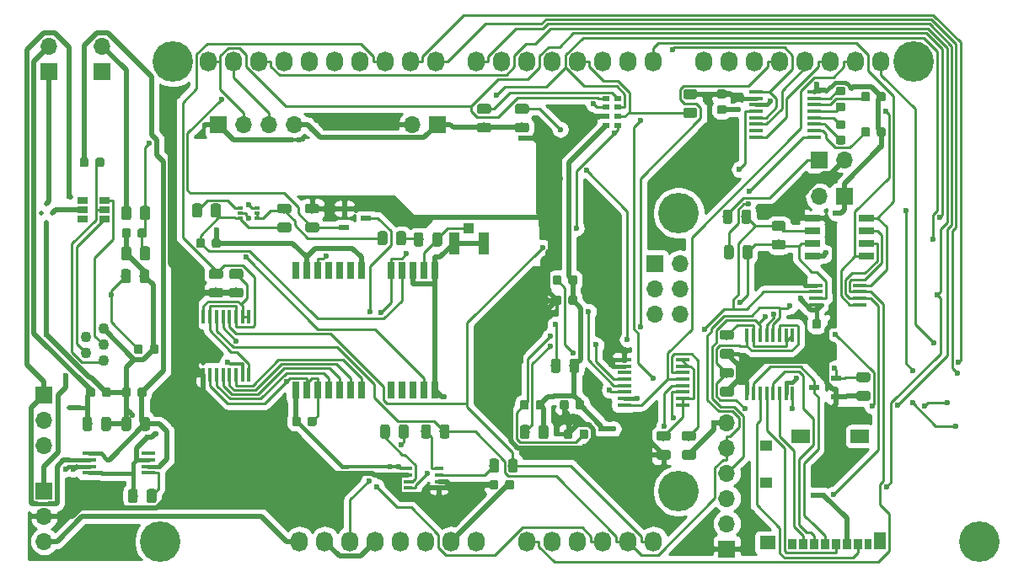
<source format=gbl>
G04 #@! TF.GenerationSoftware,KiCad,Pcbnew,(5.1.4)-1*
G04 #@! TF.CreationDate,2021-04-19T15:03:55+02:00*
G04 #@! TF.ProjectId,cSLIM-shield,63534c49-4d2d-4736-9869-656c642e6b69,rev?*
G04 #@! TF.SameCoordinates,Original*
G04 #@! TF.FileFunction,Copper,L2,Bot*
G04 #@! TF.FilePolarity,Positive*
%FSLAX46Y46*%
G04 Gerber Fmt 4.6, Leading zero omitted, Abs format (unit mm)*
G04 Created by KiCad (PCBNEW (5.1.4)-1) date 2021-04-19 15:03:55*
%MOMM*%
%LPD*%
G04 APERTURE LIST*
%ADD10C,0.250000*%
%ADD11C,0.975000*%
%ADD12O,1.727200X2.032000*%
%ADD13C,4.064000*%
%ADD14C,0.875000*%
%ADD15R,1.525000X0.650000*%
%ADD16R,1.425000X0.450000*%
%ADD17R,1.475000X0.450000*%
%ADD18R,0.450000X1.475000*%
%ADD19R,1.050000X0.600000*%
%ADD20R,0.800000X1.800000*%
%ADD21O,1.700000X1.700000*%
%ADD22R,1.700000X1.700000*%
%ADD23R,0.850000X1.100000*%
%ADD24R,0.750000X1.100000*%
%ADD25R,1.170000X1.800000*%
%ADD26R,1.900000X1.350000*%
%ADD27R,1.200000X1.000000*%
%ADD28R,1.550000X1.350000*%
%ADD29R,1.000000X1.050000*%
%ADD30R,1.050000X2.200000*%
%ADD31R,0.470000X0.300000*%
%ADD32R,1.060000X0.650000*%
%ADD33C,0.500000*%
%ADD34C,1.100000*%
%ADD35R,0.800000X0.500000*%
%ADD36R,0.850000X0.350000*%
%ADD37C,0.600000*%
%ADD38C,0.500000*%
%ADD39C,0.400000*%
%ADD40C,0.300000*%
%ADD41C,0.254000*%
G04 APERTURE END LIST*
D10*
G36*
X164938142Y-105473174D02*
G01*
X164961803Y-105476684D01*
X164985007Y-105482496D01*
X165007529Y-105490554D01*
X165029153Y-105500782D01*
X165049670Y-105513079D01*
X165068883Y-105527329D01*
X165086607Y-105543393D01*
X165102671Y-105561117D01*
X165116921Y-105580330D01*
X165129218Y-105600847D01*
X165139446Y-105622471D01*
X165147504Y-105644993D01*
X165153316Y-105668197D01*
X165156826Y-105691858D01*
X165158000Y-105715750D01*
X165158000Y-106628250D01*
X165156826Y-106652142D01*
X165153316Y-106675803D01*
X165147504Y-106699007D01*
X165139446Y-106721529D01*
X165129218Y-106743153D01*
X165116921Y-106763670D01*
X165102671Y-106782883D01*
X165086607Y-106800607D01*
X165068883Y-106816671D01*
X165049670Y-106830921D01*
X165029153Y-106843218D01*
X165007529Y-106853446D01*
X164985007Y-106861504D01*
X164961803Y-106867316D01*
X164938142Y-106870826D01*
X164914250Y-106872000D01*
X164426750Y-106872000D01*
X164402858Y-106870826D01*
X164379197Y-106867316D01*
X164355993Y-106861504D01*
X164333471Y-106853446D01*
X164311847Y-106843218D01*
X164291330Y-106830921D01*
X164272117Y-106816671D01*
X164254393Y-106800607D01*
X164238329Y-106782883D01*
X164224079Y-106763670D01*
X164211782Y-106743153D01*
X164201554Y-106721529D01*
X164193496Y-106699007D01*
X164187684Y-106675803D01*
X164184174Y-106652142D01*
X164183000Y-106628250D01*
X164183000Y-105715750D01*
X164184174Y-105691858D01*
X164187684Y-105668197D01*
X164193496Y-105644993D01*
X164201554Y-105622471D01*
X164211782Y-105600847D01*
X164224079Y-105580330D01*
X164238329Y-105561117D01*
X164254393Y-105543393D01*
X164272117Y-105527329D01*
X164291330Y-105513079D01*
X164311847Y-105500782D01*
X164333471Y-105490554D01*
X164355993Y-105482496D01*
X164379197Y-105476684D01*
X164402858Y-105473174D01*
X164426750Y-105472000D01*
X164914250Y-105472000D01*
X164938142Y-105473174D01*
X164938142Y-105473174D01*
G37*
D11*
X164670500Y-106172000D03*
D10*
G36*
X166813142Y-105473174D02*
G01*
X166836803Y-105476684D01*
X166860007Y-105482496D01*
X166882529Y-105490554D01*
X166904153Y-105500782D01*
X166924670Y-105513079D01*
X166943883Y-105527329D01*
X166961607Y-105543393D01*
X166977671Y-105561117D01*
X166991921Y-105580330D01*
X167004218Y-105600847D01*
X167014446Y-105622471D01*
X167022504Y-105644993D01*
X167028316Y-105668197D01*
X167031826Y-105691858D01*
X167033000Y-105715750D01*
X167033000Y-106628250D01*
X167031826Y-106652142D01*
X167028316Y-106675803D01*
X167022504Y-106699007D01*
X167014446Y-106721529D01*
X167004218Y-106743153D01*
X166991921Y-106763670D01*
X166977671Y-106782883D01*
X166961607Y-106800607D01*
X166943883Y-106816671D01*
X166924670Y-106830921D01*
X166904153Y-106843218D01*
X166882529Y-106853446D01*
X166860007Y-106861504D01*
X166836803Y-106867316D01*
X166813142Y-106870826D01*
X166789250Y-106872000D01*
X166301750Y-106872000D01*
X166277858Y-106870826D01*
X166254197Y-106867316D01*
X166230993Y-106861504D01*
X166208471Y-106853446D01*
X166186847Y-106843218D01*
X166166330Y-106830921D01*
X166147117Y-106816671D01*
X166129393Y-106800607D01*
X166113329Y-106782883D01*
X166099079Y-106763670D01*
X166086782Y-106743153D01*
X166076554Y-106721529D01*
X166068496Y-106699007D01*
X166062684Y-106675803D01*
X166059174Y-106652142D01*
X166058000Y-106628250D01*
X166058000Y-105715750D01*
X166059174Y-105691858D01*
X166062684Y-105668197D01*
X166068496Y-105644993D01*
X166076554Y-105622471D01*
X166086782Y-105600847D01*
X166099079Y-105580330D01*
X166113329Y-105561117D01*
X166129393Y-105543393D01*
X166147117Y-105527329D01*
X166166330Y-105513079D01*
X166186847Y-105500782D01*
X166208471Y-105490554D01*
X166230993Y-105482496D01*
X166254197Y-105476684D01*
X166277858Y-105473174D01*
X166301750Y-105472000D01*
X166789250Y-105472000D01*
X166813142Y-105473174D01*
X166813142Y-105473174D01*
G37*
D11*
X166545500Y-106172000D03*
D12*
X138938000Y-123825000D03*
X141478000Y-123825000D03*
X144018000Y-123825000D03*
X146558000Y-123825000D03*
X149098000Y-123825000D03*
X151638000Y-123825000D03*
X154178000Y-123825000D03*
X156718000Y-123825000D03*
X161798000Y-123825000D03*
X164338000Y-123825000D03*
X166878000Y-123825000D03*
X169418000Y-123825000D03*
X171958000Y-123825000D03*
X174498000Y-123825000D03*
X129794000Y-75565000D03*
X132334000Y-75565000D03*
X134874000Y-75565000D03*
X137414000Y-75565000D03*
X139954000Y-75565000D03*
X142494000Y-75565000D03*
X145034000Y-75565000D03*
X147574000Y-75565000D03*
X150114000Y-75565000D03*
X152654000Y-75565000D03*
X156718000Y-75565000D03*
X159258000Y-75565000D03*
X161798000Y-75565000D03*
X164338000Y-75565000D03*
X166878000Y-75565000D03*
X169418000Y-75565000D03*
X171958000Y-75565000D03*
X174498000Y-75565000D03*
D13*
X124968000Y-123825000D03*
X177038000Y-118745000D03*
X126238000Y-75565000D03*
X177038000Y-90805000D03*
D12*
X179578000Y-75565000D03*
X182118000Y-75565000D03*
X184658000Y-75565000D03*
X187198000Y-75565000D03*
X189738000Y-75565000D03*
X192278000Y-75565000D03*
X194818000Y-75565000D03*
X197358000Y-75565000D03*
D13*
X200660000Y-75565000D03*
X207264000Y-123825000D03*
D10*
G36*
X191121691Y-101507053D02*
G01*
X191142926Y-101510203D01*
X191163750Y-101515419D01*
X191183962Y-101522651D01*
X191203368Y-101531830D01*
X191221781Y-101542866D01*
X191239024Y-101555654D01*
X191254930Y-101570070D01*
X191269346Y-101585976D01*
X191282134Y-101603219D01*
X191293170Y-101621632D01*
X191302349Y-101641038D01*
X191309581Y-101661250D01*
X191314797Y-101682074D01*
X191317947Y-101703309D01*
X191319000Y-101724750D01*
X191319000Y-102237250D01*
X191317947Y-102258691D01*
X191314797Y-102279926D01*
X191309581Y-102300750D01*
X191302349Y-102320962D01*
X191293170Y-102340368D01*
X191282134Y-102358781D01*
X191269346Y-102376024D01*
X191254930Y-102391930D01*
X191239024Y-102406346D01*
X191221781Y-102419134D01*
X191203368Y-102430170D01*
X191183962Y-102439349D01*
X191163750Y-102446581D01*
X191142926Y-102451797D01*
X191121691Y-102454947D01*
X191100250Y-102456000D01*
X190662750Y-102456000D01*
X190641309Y-102454947D01*
X190620074Y-102451797D01*
X190599250Y-102446581D01*
X190579038Y-102439349D01*
X190559632Y-102430170D01*
X190541219Y-102419134D01*
X190523976Y-102406346D01*
X190508070Y-102391930D01*
X190493654Y-102376024D01*
X190480866Y-102358781D01*
X190469830Y-102340368D01*
X190460651Y-102320962D01*
X190453419Y-102300750D01*
X190448203Y-102279926D01*
X190445053Y-102258691D01*
X190444000Y-102237250D01*
X190444000Y-101724750D01*
X190445053Y-101703309D01*
X190448203Y-101682074D01*
X190453419Y-101661250D01*
X190460651Y-101641038D01*
X190469830Y-101621632D01*
X190480866Y-101603219D01*
X190493654Y-101585976D01*
X190508070Y-101570070D01*
X190523976Y-101555654D01*
X190541219Y-101542866D01*
X190559632Y-101531830D01*
X190579038Y-101522651D01*
X190599250Y-101515419D01*
X190620074Y-101510203D01*
X190641309Y-101507053D01*
X190662750Y-101506000D01*
X191100250Y-101506000D01*
X191121691Y-101507053D01*
X191121691Y-101507053D01*
G37*
D14*
X190881500Y-101981000D03*
D10*
G36*
X192696691Y-101507053D02*
G01*
X192717926Y-101510203D01*
X192738750Y-101515419D01*
X192758962Y-101522651D01*
X192778368Y-101531830D01*
X192796781Y-101542866D01*
X192814024Y-101555654D01*
X192829930Y-101570070D01*
X192844346Y-101585976D01*
X192857134Y-101603219D01*
X192868170Y-101621632D01*
X192877349Y-101641038D01*
X192884581Y-101661250D01*
X192889797Y-101682074D01*
X192892947Y-101703309D01*
X192894000Y-101724750D01*
X192894000Y-102237250D01*
X192892947Y-102258691D01*
X192889797Y-102279926D01*
X192884581Y-102300750D01*
X192877349Y-102320962D01*
X192868170Y-102340368D01*
X192857134Y-102358781D01*
X192844346Y-102376024D01*
X192829930Y-102391930D01*
X192814024Y-102406346D01*
X192796781Y-102419134D01*
X192778368Y-102430170D01*
X192758962Y-102439349D01*
X192738750Y-102446581D01*
X192717926Y-102451797D01*
X192696691Y-102454947D01*
X192675250Y-102456000D01*
X192237750Y-102456000D01*
X192216309Y-102454947D01*
X192195074Y-102451797D01*
X192174250Y-102446581D01*
X192154038Y-102439349D01*
X192134632Y-102430170D01*
X192116219Y-102419134D01*
X192098976Y-102406346D01*
X192083070Y-102391930D01*
X192068654Y-102376024D01*
X192055866Y-102358781D01*
X192044830Y-102340368D01*
X192035651Y-102320962D01*
X192028419Y-102300750D01*
X192023203Y-102279926D01*
X192020053Y-102258691D01*
X192019000Y-102237250D01*
X192019000Y-101724750D01*
X192020053Y-101703309D01*
X192023203Y-101682074D01*
X192028419Y-101661250D01*
X192035651Y-101641038D01*
X192044830Y-101621632D01*
X192055866Y-101603219D01*
X192068654Y-101585976D01*
X192083070Y-101570070D01*
X192098976Y-101555654D01*
X192116219Y-101542866D01*
X192134632Y-101531830D01*
X192154038Y-101522651D01*
X192174250Y-101515419D01*
X192195074Y-101510203D01*
X192216309Y-101507053D01*
X192237750Y-101506000D01*
X192675250Y-101506000D01*
X192696691Y-101507053D01*
X192696691Y-101507053D01*
G37*
D14*
X192456500Y-101981000D03*
D10*
G36*
X196048691Y-78647053D02*
G01*
X196069926Y-78650203D01*
X196090750Y-78655419D01*
X196110962Y-78662651D01*
X196130368Y-78671830D01*
X196148781Y-78682866D01*
X196166024Y-78695654D01*
X196181930Y-78710070D01*
X196196346Y-78725976D01*
X196209134Y-78743219D01*
X196220170Y-78761632D01*
X196229349Y-78781038D01*
X196236581Y-78801250D01*
X196241797Y-78822074D01*
X196244947Y-78843309D01*
X196246000Y-78864750D01*
X196246000Y-79377250D01*
X196244947Y-79398691D01*
X196241797Y-79419926D01*
X196236581Y-79440750D01*
X196229349Y-79460962D01*
X196220170Y-79480368D01*
X196209134Y-79498781D01*
X196196346Y-79516024D01*
X196181930Y-79531930D01*
X196166024Y-79546346D01*
X196148781Y-79559134D01*
X196130368Y-79570170D01*
X196110962Y-79579349D01*
X196090750Y-79586581D01*
X196069926Y-79591797D01*
X196048691Y-79594947D01*
X196027250Y-79596000D01*
X195589750Y-79596000D01*
X195568309Y-79594947D01*
X195547074Y-79591797D01*
X195526250Y-79586581D01*
X195506038Y-79579349D01*
X195486632Y-79570170D01*
X195468219Y-79559134D01*
X195450976Y-79546346D01*
X195435070Y-79531930D01*
X195420654Y-79516024D01*
X195407866Y-79498781D01*
X195396830Y-79480368D01*
X195387651Y-79460962D01*
X195380419Y-79440750D01*
X195375203Y-79419926D01*
X195372053Y-79398691D01*
X195371000Y-79377250D01*
X195371000Y-78864750D01*
X195372053Y-78843309D01*
X195375203Y-78822074D01*
X195380419Y-78801250D01*
X195387651Y-78781038D01*
X195396830Y-78761632D01*
X195407866Y-78743219D01*
X195420654Y-78725976D01*
X195435070Y-78710070D01*
X195450976Y-78695654D01*
X195468219Y-78682866D01*
X195486632Y-78671830D01*
X195506038Y-78662651D01*
X195526250Y-78655419D01*
X195547074Y-78650203D01*
X195568309Y-78647053D01*
X195589750Y-78646000D01*
X196027250Y-78646000D01*
X196048691Y-78647053D01*
X196048691Y-78647053D01*
G37*
D14*
X195808500Y-79121000D03*
D10*
G36*
X197623691Y-78647053D02*
G01*
X197644926Y-78650203D01*
X197665750Y-78655419D01*
X197685962Y-78662651D01*
X197705368Y-78671830D01*
X197723781Y-78682866D01*
X197741024Y-78695654D01*
X197756930Y-78710070D01*
X197771346Y-78725976D01*
X197784134Y-78743219D01*
X197795170Y-78761632D01*
X197804349Y-78781038D01*
X197811581Y-78801250D01*
X197816797Y-78822074D01*
X197819947Y-78843309D01*
X197821000Y-78864750D01*
X197821000Y-79377250D01*
X197819947Y-79398691D01*
X197816797Y-79419926D01*
X197811581Y-79440750D01*
X197804349Y-79460962D01*
X197795170Y-79480368D01*
X197784134Y-79498781D01*
X197771346Y-79516024D01*
X197756930Y-79531930D01*
X197741024Y-79546346D01*
X197723781Y-79559134D01*
X197705368Y-79570170D01*
X197685962Y-79579349D01*
X197665750Y-79586581D01*
X197644926Y-79591797D01*
X197623691Y-79594947D01*
X197602250Y-79596000D01*
X197164750Y-79596000D01*
X197143309Y-79594947D01*
X197122074Y-79591797D01*
X197101250Y-79586581D01*
X197081038Y-79579349D01*
X197061632Y-79570170D01*
X197043219Y-79559134D01*
X197025976Y-79546346D01*
X197010070Y-79531930D01*
X196995654Y-79516024D01*
X196982866Y-79498781D01*
X196971830Y-79480368D01*
X196962651Y-79460962D01*
X196955419Y-79440750D01*
X196950203Y-79419926D01*
X196947053Y-79398691D01*
X196946000Y-79377250D01*
X196946000Y-78864750D01*
X196947053Y-78843309D01*
X196950203Y-78822074D01*
X196955419Y-78801250D01*
X196962651Y-78781038D01*
X196971830Y-78761632D01*
X196982866Y-78743219D01*
X196995654Y-78725976D01*
X197010070Y-78710070D01*
X197025976Y-78695654D01*
X197043219Y-78682866D01*
X197061632Y-78671830D01*
X197081038Y-78662651D01*
X197101250Y-78655419D01*
X197122074Y-78650203D01*
X197143309Y-78647053D01*
X197164750Y-78646000D01*
X197602250Y-78646000D01*
X197623691Y-78647053D01*
X197623691Y-78647053D01*
G37*
D14*
X197383500Y-79121000D03*
D10*
G36*
X196048691Y-82203053D02*
G01*
X196069926Y-82206203D01*
X196090750Y-82211419D01*
X196110962Y-82218651D01*
X196130368Y-82227830D01*
X196148781Y-82238866D01*
X196166024Y-82251654D01*
X196181930Y-82266070D01*
X196196346Y-82281976D01*
X196209134Y-82299219D01*
X196220170Y-82317632D01*
X196229349Y-82337038D01*
X196236581Y-82357250D01*
X196241797Y-82378074D01*
X196244947Y-82399309D01*
X196246000Y-82420750D01*
X196246000Y-82933250D01*
X196244947Y-82954691D01*
X196241797Y-82975926D01*
X196236581Y-82996750D01*
X196229349Y-83016962D01*
X196220170Y-83036368D01*
X196209134Y-83054781D01*
X196196346Y-83072024D01*
X196181930Y-83087930D01*
X196166024Y-83102346D01*
X196148781Y-83115134D01*
X196130368Y-83126170D01*
X196110962Y-83135349D01*
X196090750Y-83142581D01*
X196069926Y-83147797D01*
X196048691Y-83150947D01*
X196027250Y-83152000D01*
X195589750Y-83152000D01*
X195568309Y-83150947D01*
X195547074Y-83147797D01*
X195526250Y-83142581D01*
X195506038Y-83135349D01*
X195486632Y-83126170D01*
X195468219Y-83115134D01*
X195450976Y-83102346D01*
X195435070Y-83087930D01*
X195420654Y-83072024D01*
X195407866Y-83054781D01*
X195396830Y-83036368D01*
X195387651Y-83016962D01*
X195380419Y-82996750D01*
X195375203Y-82975926D01*
X195372053Y-82954691D01*
X195371000Y-82933250D01*
X195371000Y-82420750D01*
X195372053Y-82399309D01*
X195375203Y-82378074D01*
X195380419Y-82357250D01*
X195387651Y-82337038D01*
X195396830Y-82317632D01*
X195407866Y-82299219D01*
X195420654Y-82281976D01*
X195435070Y-82266070D01*
X195450976Y-82251654D01*
X195468219Y-82238866D01*
X195486632Y-82227830D01*
X195506038Y-82218651D01*
X195526250Y-82211419D01*
X195547074Y-82206203D01*
X195568309Y-82203053D01*
X195589750Y-82202000D01*
X196027250Y-82202000D01*
X196048691Y-82203053D01*
X196048691Y-82203053D01*
G37*
D14*
X195808500Y-82677000D03*
D10*
G36*
X197623691Y-82203053D02*
G01*
X197644926Y-82206203D01*
X197665750Y-82211419D01*
X197685962Y-82218651D01*
X197705368Y-82227830D01*
X197723781Y-82238866D01*
X197741024Y-82251654D01*
X197756930Y-82266070D01*
X197771346Y-82281976D01*
X197784134Y-82299219D01*
X197795170Y-82317632D01*
X197804349Y-82337038D01*
X197811581Y-82357250D01*
X197816797Y-82378074D01*
X197819947Y-82399309D01*
X197821000Y-82420750D01*
X197821000Y-82933250D01*
X197819947Y-82954691D01*
X197816797Y-82975926D01*
X197811581Y-82996750D01*
X197804349Y-83016962D01*
X197795170Y-83036368D01*
X197784134Y-83054781D01*
X197771346Y-83072024D01*
X197756930Y-83087930D01*
X197741024Y-83102346D01*
X197723781Y-83115134D01*
X197705368Y-83126170D01*
X197685962Y-83135349D01*
X197665750Y-83142581D01*
X197644926Y-83147797D01*
X197623691Y-83150947D01*
X197602250Y-83152000D01*
X197164750Y-83152000D01*
X197143309Y-83150947D01*
X197122074Y-83147797D01*
X197101250Y-83142581D01*
X197081038Y-83135349D01*
X197061632Y-83126170D01*
X197043219Y-83115134D01*
X197025976Y-83102346D01*
X197010070Y-83087930D01*
X196995654Y-83072024D01*
X196982866Y-83054781D01*
X196971830Y-83036368D01*
X196962651Y-83016962D01*
X196955419Y-82996750D01*
X196950203Y-82975926D01*
X196947053Y-82954691D01*
X196946000Y-82933250D01*
X196946000Y-82420750D01*
X196947053Y-82399309D01*
X196950203Y-82378074D01*
X196955419Y-82357250D01*
X196962651Y-82337038D01*
X196971830Y-82317632D01*
X196982866Y-82299219D01*
X196995654Y-82281976D01*
X197010070Y-82266070D01*
X197025976Y-82251654D01*
X197043219Y-82238866D01*
X197061632Y-82227830D01*
X197081038Y-82218651D01*
X197101250Y-82211419D01*
X197122074Y-82206203D01*
X197143309Y-82203053D01*
X197164750Y-82202000D01*
X197602250Y-82202000D01*
X197623691Y-82203053D01*
X197623691Y-82203053D01*
G37*
D14*
X197383500Y-82677000D03*
D10*
G36*
X193571691Y-81478553D02*
G01*
X193592926Y-81481703D01*
X193613750Y-81486919D01*
X193633962Y-81494151D01*
X193653368Y-81503330D01*
X193671781Y-81514366D01*
X193689024Y-81527154D01*
X193704930Y-81541570D01*
X193719346Y-81557476D01*
X193732134Y-81574719D01*
X193743170Y-81593132D01*
X193752349Y-81612538D01*
X193759581Y-81632750D01*
X193764797Y-81653574D01*
X193767947Y-81674809D01*
X193769000Y-81696250D01*
X193769000Y-82133750D01*
X193767947Y-82155191D01*
X193764797Y-82176426D01*
X193759581Y-82197250D01*
X193752349Y-82217462D01*
X193743170Y-82236868D01*
X193732134Y-82255281D01*
X193719346Y-82272524D01*
X193704930Y-82288430D01*
X193689024Y-82302846D01*
X193671781Y-82315634D01*
X193653368Y-82326670D01*
X193633962Y-82335849D01*
X193613750Y-82343081D01*
X193592926Y-82348297D01*
X193571691Y-82351447D01*
X193550250Y-82352500D01*
X193037750Y-82352500D01*
X193016309Y-82351447D01*
X192995074Y-82348297D01*
X192974250Y-82343081D01*
X192954038Y-82335849D01*
X192934632Y-82326670D01*
X192916219Y-82315634D01*
X192898976Y-82302846D01*
X192883070Y-82288430D01*
X192868654Y-82272524D01*
X192855866Y-82255281D01*
X192844830Y-82236868D01*
X192835651Y-82217462D01*
X192828419Y-82197250D01*
X192823203Y-82176426D01*
X192820053Y-82155191D01*
X192819000Y-82133750D01*
X192819000Y-81696250D01*
X192820053Y-81674809D01*
X192823203Y-81653574D01*
X192828419Y-81632750D01*
X192835651Y-81612538D01*
X192844830Y-81593132D01*
X192855866Y-81574719D01*
X192868654Y-81557476D01*
X192883070Y-81541570D01*
X192898976Y-81527154D01*
X192916219Y-81514366D01*
X192934632Y-81503330D01*
X192954038Y-81494151D01*
X192974250Y-81486919D01*
X192995074Y-81481703D01*
X193016309Y-81478553D01*
X193037750Y-81477500D01*
X193550250Y-81477500D01*
X193571691Y-81478553D01*
X193571691Y-81478553D01*
G37*
D14*
X193294000Y-81915000D03*
D10*
G36*
X193571691Y-83053553D02*
G01*
X193592926Y-83056703D01*
X193613750Y-83061919D01*
X193633962Y-83069151D01*
X193653368Y-83078330D01*
X193671781Y-83089366D01*
X193689024Y-83102154D01*
X193704930Y-83116570D01*
X193719346Y-83132476D01*
X193732134Y-83149719D01*
X193743170Y-83168132D01*
X193752349Y-83187538D01*
X193759581Y-83207750D01*
X193764797Y-83228574D01*
X193767947Y-83249809D01*
X193769000Y-83271250D01*
X193769000Y-83708750D01*
X193767947Y-83730191D01*
X193764797Y-83751426D01*
X193759581Y-83772250D01*
X193752349Y-83792462D01*
X193743170Y-83811868D01*
X193732134Y-83830281D01*
X193719346Y-83847524D01*
X193704930Y-83863430D01*
X193689024Y-83877846D01*
X193671781Y-83890634D01*
X193653368Y-83901670D01*
X193633962Y-83910849D01*
X193613750Y-83918081D01*
X193592926Y-83923297D01*
X193571691Y-83926447D01*
X193550250Y-83927500D01*
X193037750Y-83927500D01*
X193016309Y-83926447D01*
X192995074Y-83923297D01*
X192974250Y-83918081D01*
X192954038Y-83910849D01*
X192934632Y-83901670D01*
X192916219Y-83890634D01*
X192898976Y-83877846D01*
X192883070Y-83863430D01*
X192868654Y-83847524D01*
X192855866Y-83830281D01*
X192844830Y-83811868D01*
X192835651Y-83792462D01*
X192828419Y-83772250D01*
X192823203Y-83751426D01*
X192820053Y-83730191D01*
X192819000Y-83708750D01*
X192819000Y-83271250D01*
X192820053Y-83249809D01*
X192823203Y-83228574D01*
X192828419Y-83207750D01*
X192835651Y-83187538D01*
X192844830Y-83168132D01*
X192855866Y-83149719D01*
X192868654Y-83132476D01*
X192883070Y-83116570D01*
X192898976Y-83102154D01*
X192916219Y-83089366D01*
X192934632Y-83078330D01*
X192954038Y-83069151D01*
X192974250Y-83061919D01*
X192995074Y-83056703D01*
X193016309Y-83053553D01*
X193037750Y-83052500D01*
X193550250Y-83052500D01*
X193571691Y-83053553D01*
X193571691Y-83053553D01*
G37*
D14*
X193294000Y-83490000D03*
D10*
G36*
X193571691Y-79700553D02*
G01*
X193592926Y-79703703D01*
X193613750Y-79708919D01*
X193633962Y-79716151D01*
X193653368Y-79725330D01*
X193671781Y-79736366D01*
X193689024Y-79749154D01*
X193704930Y-79763570D01*
X193719346Y-79779476D01*
X193732134Y-79796719D01*
X193743170Y-79815132D01*
X193752349Y-79834538D01*
X193759581Y-79854750D01*
X193764797Y-79875574D01*
X193767947Y-79896809D01*
X193769000Y-79918250D01*
X193769000Y-80355750D01*
X193767947Y-80377191D01*
X193764797Y-80398426D01*
X193759581Y-80419250D01*
X193752349Y-80439462D01*
X193743170Y-80458868D01*
X193732134Y-80477281D01*
X193719346Y-80494524D01*
X193704930Y-80510430D01*
X193689024Y-80524846D01*
X193671781Y-80537634D01*
X193653368Y-80548670D01*
X193633962Y-80557849D01*
X193613750Y-80565081D01*
X193592926Y-80570297D01*
X193571691Y-80573447D01*
X193550250Y-80574500D01*
X193037750Y-80574500D01*
X193016309Y-80573447D01*
X192995074Y-80570297D01*
X192974250Y-80565081D01*
X192954038Y-80557849D01*
X192934632Y-80548670D01*
X192916219Y-80537634D01*
X192898976Y-80524846D01*
X192883070Y-80510430D01*
X192868654Y-80494524D01*
X192855866Y-80477281D01*
X192844830Y-80458868D01*
X192835651Y-80439462D01*
X192828419Y-80419250D01*
X192823203Y-80398426D01*
X192820053Y-80377191D01*
X192819000Y-80355750D01*
X192819000Y-79918250D01*
X192820053Y-79896809D01*
X192823203Y-79875574D01*
X192828419Y-79854750D01*
X192835651Y-79834538D01*
X192844830Y-79815132D01*
X192855866Y-79796719D01*
X192868654Y-79779476D01*
X192883070Y-79763570D01*
X192898976Y-79749154D01*
X192916219Y-79736366D01*
X192934632Y-79725330D01*
X192954038Y-79716151D01*
X192974250Y-79708919D01*
X192995074Y-79703703D01*
X193016309Y-79700553D01*
X193037750Y-79699500D01*
X193550250Y-79699500D01*
X193571691Y-79700553D01*
X193571691Y-79700553D01*
G37*
D14*
X193294000Y-80137000D03*
D10*
G36*
X193571691Y-78125553D02*
G01*
X193592926Y-78128703D01*
X193613750Y-78133919D01*
X193633962Y-78141151D01*
X193653368Y-78150330D01*
X193671781Y-78161366D01*
X193689024Y-78174154D01*
X193704930Y-78188570D01*
X193719346Y-78204476D01*
X193732134Y-78221719D01*
X193743170Y-78240132D01*
X193752349Y-78259538D01*
X193759581Y-78279750D01*
X193764797Y-78300574D01*
X193767947Y-78321809D01*
X193769000Y-78343250D01*
X193769000Y-78780750D01*
X193767947Y-78802191D01*
X193764797Y-78823426D01*
X193759581Y-78844250D01*
X193752349Y-78864462D01*
X193743170Y-78883868D01*
X193732134Y-78902281D01*
X193719346Y-78919524D01*
X193704930Y-78935430D01*
X193689024Y-78949846D01*
X193671781Y-78962634D01*
X193653368Y-78973670D01*
X193633962Y-78982849D01*
X193613750Y-78990081D01*
X193592926Y-78995297D01*
X193571691Y-78998447D01*
X193550250Y-78999500D01*
X193037750Y-78999500D01*
X193016309Y-78998447D01*
X192995074Y-78995297D01*
X192974250Y-78990081D01*
X192954038Y-78982849D01*
X192934632Y-78973670D01*
X192916219Y-78962634D01*
X192898976Y-78949846D01*
X192883070Y-78935430D01*
X192868654Y-78919524D01*
X192855866Y-78902281D01*
X192844830Y-78883868D01*
X192835651Y-78864462D01*
X192828419Y-78844250D01*
X192823203Y-78823426D01*
X192820053Y-78802191D01*
X192819000Y-78780750D01*
X192819000Y-78343250D01*
X192820053Y-78321809D01*
X192823203Y-78300574D01*
X192828419Y-78279750D01*
X192835651Y-78259538D01*
X192844830Y-78240132D01*
X192855866Y-78221719D01*
X192868654Y-78204476D01*
X192883070Y-78188570D01*
X192898976Y-78174154D01*
X192916219Y-78161366D01*
X192934632Y-78150330D01*
X192954038Y-78141151D01*
X192974250Y-78133919D01*
X192995074Y-78128703D01*
X193016309Y-78125553D01*
X193037750Y-78124500D01*
X193550250Y-78124500D01*
X193571691Y-78125553D01*
X193571691Y-78125553D01*
G37*
D14*
X193294000Y-78562000D03*
D10*
G36*
X181633691Y-79980053D02*
G01*
X181654926Y-79983203D01*
X181675750Y-79988419D01*
X181695962Y-79995651D01*
X181715368Y-80004830D01*
X181733781Y-80015866D01*
X181751024Y-80028654D01*
X181766930Y-80043070D01*
X181781346Y-80058976D01*
X181794134Y-80076219D01*
X181805170Y-80094632D01*
X181814349Y-80114038D01*
X181821581Y-80134250D01*
X181826797Y-80155074D01*
X181829947Y-80176309D01*
X181831000Y-80197750D01*
X181831000Y-80635250D01*
X181829947Y-80656691D01*
X181826797Y-80677926D01*
X181821581Y-80698750D01*
X181814349Y-80718962D01*
X181805170Y-80738368D01*
X181794134Y-80756781D01*
X181781346Y-80774024D01*
X181766930Y-80789930D01*
X181751024Y-80804346D01*
X181733781Y-80817134D01*
X181715368Y-80828170D01*
X181695962Y-80837349D01*
X181675750Y-80844581D01*
X181654926Y-80849797D01*
X181633691Y-80852947D01*
X181612250Y-80854000D01*
X181099750Y-80854000D01*
X181078309Y-80852947D01*
X181057074Y-80849797D01*
X181036250Y-80844581D01*
X181016038Y-80837349D01*
X180996632Y-80828170D01*
X180978219Y-80817134D01*
X180960976Y-80804346D01*
X180945070Y-80789930D01*
X180930654Y-80774024D01*
X180917866Y-80756781D01*
X180906830Y-80738368D01*
X180897651Y-80718962D01*
X180890419Y-80698750D01*
X180885203Y-80677926D01*
X180882053Y-80656691D01*
X180881000Y-80635250D01*
X180881000Y-80197750D01*
X180882053Y-80176309D01*
X180885203Y-80155074D01*
X180890419Y-80134250D01*
X180897651Y-80114038D01*
X180906830Y-80094632D01*
X180917866Y-80076219D01*
X180930654Y-80058976D01*
X180945070Y-80043070D01*
X180960976Y-80028654D01*
X180978219Y-80015866D01*
X180996632Y-80004830D01*
X181016038Y-79995651D01*
X181036250Y-79988419D01*
X181057074Y-79983203D01*
X181078309Y-79980053D01*
X181099750Y-79979000D01*
X181612250Y-79979000D01*
X181633691Y-79980053D01*
X181633691Y-79980053D01*
G37*
D14*
X181356000Y-80416500D03*
D10*
G36*
X181633691Y-78405053D02*
G01*
X181654926Y-78408203D01*
X181675750Y-78413419D01*
X181695962Y-78420651D01*
X181715368Y-78429830D01*
X181733781Y-78440866D01*
X181751024Y-78453654D01*
X181766930Y-78468070D01*
X181781346Y-78483976D01*
X181794134Y-78501219D01*
X181805170Y-78519632D01*
X181814349Y-78539038D01*
X181821581Y-78559250D01*
X181826797Y-78580074D01*
X181829947Y-78601309D01*
X181831000Y-78622750D01*
X181831000Y-79060250D01*
X181829947Y-79081691D01*
X181826797Y-79102926D01*
X181821581Y-79123750D01*
X181814349Y-79143962D01*
X181805170Y-79163368D01*
X181794134Y-79181781D01*
X181781346Y-79199024D01*
X181766930Y-79214930D01*
X181751024Y-79229346D01*
X181733781Y-79242134D01*
X181715368Y-79253170D01*
X181695962Y-79262349D01*
X181675750Y-79269581D01*
X181654926Y-79274797D01*
X181633691Y-79277947D01*
X181612250Y-79279000D01*
X181099750Y-79279000D01*
X181078309Y-79277947D01*
X181057074Y-79274797D01*
X181036250Y-79269581D01*
X181016038Y-79262349D01*
X180996632Y-79253170D01*
X180978219Y-79242134D01*
X180960976Y-79229346D01*
X180945070Y-79214930D01*
X180930654Y-79199024D01*
X180917866Y-79181781D01*
X180906830Y-79163368D01*
X180897651Y-79143962D01*
X180890419Y-79123750D01*
X180885203Y-79102926D01*
X180882053Y-79081691D01*
X180881000Y-79060250D01*
X180881000Y-78622750D01*
X180882053Y-78601309D01*
X180885203Y-78580074D01*
X180890419Y-78559250D01*
X180897651Y-78539038D01*
X180906830Y-78519632D01*
X180917866Y-78501219D01*
X180930654Y-78483976D01*
X180945070Y-78468070D01*
X180960976Y-78453654D01*
X180978219Y-78440866D01*
X180996632Y-78429830D01*
X181016038Y-78420651D01*
X181036250Y-78413419D01*
X181057074Y-78408203D01*
X181078309Y-78405053D01*
X181099750Y-78404000D01*
X181612250Y-78404000D01*
X181633691Y-78405053D01*
X181633691Y-78405053D01*
G37*
D14*
X181356000Y-78841500D03*
D10*
G36*
X124573691Y-104047053D02*
G01*
X124594926Y-104050203D01*
X124615750Y-104055419D01*
X124635962Y-104062651D01*
X124655368Y-104071830D01*
X124673781Y-104082866D01*
X124691024Y-104095654D01*
X124706930Y-104110070D01*
X124721346Y-104125976D01*
X124734134Y-104143219D01*
X124745170Y-104161632D01*
X124754349Y-104181038D01*
X124761581Y-104201250D01*
X124766797Y-104222074D01*
X124769947Y-104243309D01*
X124771000Y-104264750D01*
X124771000Y-104777250D01*
X124769947Y-104798691D01*
X124766797Y-104819926D01*
X124761581Y-104840750D01*
X124754349Y-104860962D01*
X124745170Y-104880368D01*
X124734134Y-104898781D01*
X124721346Y-104916024D01*
X124706930Y-104931930D01*
X124691024Y-104946346D01*
X124673781Y-104959134D01*
X124655368Y-104970170D01*
X124635962Y-104979349D01*
X124615750Y-104986581D01*
X124594926Y-104991797D01*
X124573691Y-104994947D01*
X124552250Y-104996000D01*
X124114750Y-104996000D01*
X124093309Y-104994947D01*
X124072074Y-104991797D01*
X124051250Y-104986581D01*
X124031038Y-104979349D01*
X124011632Y-104970170D01*
X123993219Y-104959134D01*
X123975976Y-104946346D01*
X123960070Y-104931930D01*
X123945654Y-104916024D01*
X123932866Y-104898781D01*
X123921830Y-104880368D01*
X123912651Y-104860962D01*
X123905419Y-104840750D01*
X123900203Y-104819926D01*
X123897053Y-104798691D01*
X123896000Y-104777250D01*
X123896000Y-104264750D01*
X123897053Y-104243309D01*
X123900203Y-104222074D01*
X123905419Y-104201250D01*
X123912651Y-104181038D01*
X123921830Y-104161632D01*
X123932866Y-104143219D01*
X123945654Y-104125976D01*
X123960070Y-104110070D01*
X123975976Y-104095654D01*
X123993219Y-104082866D01*
X124011632Y-104071830D01*
X124031038Y-104062651D01*
X124051250Y-104055419D01*
X124072074Y-104050203D01*
X124093309Y-104047053D01*
X124114750Y-104046000D01*
X124552250Y-104046000D01*
X124573691Y-104047053D01*
X124573691Y-104047053D01*
G37*
D14*
X124333500Y-104521000D03*
D10*
G36*
X122998691Y-104047053D02*
G01*
X123019926Y-104050203D01*
X123040750Y-104055419D01*
X123060962Y-104062651D01*
X123080368Y-104071830D01*
X123098781Y-104082866D01*
X123116024Y-104095654D01*
X123131930Y-104110070D01*
X123146346Y-104125976D01*
X123159134Y-104143219D01*
X123170170Y-104161632D01*
X123179349Y-104181038D01*
X123186581Y-104201250D01*
X123191797Y-104222074D01*
X123194947Y-104243309D01*
X123196000Y-104264750D01*
X123196000Y-104777250D01*
X123194947Y-104798691D01*
X123191797Y-104819926D01*
X123186581Y-104840750D01*
X123179349Y-104860962D01*
X123170170Y-104880368D01*
X123159134Y-104898781D01*
X123146346Y-104916024D01*
X123131930Y-104931930D01*
X123116024Y-104946346D01*
X123098781Y-104959134D01*
X123080368Y-104970170D01*
X123060962Y-104979349D01*
X123040750Y-104986581D01*
X123019926Y-104991797D01*
X122998691Y-104994947D01*
X122977250Y-104996000D01*
X122539750Y-104996000D01*
X122518309Y-104994947D01*
X122497074Y-104991797D01*
X122476250Y-104986581D01*
X122456038Y-104979349D01*
X122436632Y-104970170D01*
X122418219Y-104959134D01*
X122400976Y-104946346D01*
X122385070Y-104931930D01*
X122370654Y-104916024D01*
X122357866Y-104898781D01*
X122346830Y-104880368D01*
X122337651Y-104860962D01*
X122330419Y-104840750D01*
X122325203Y-104819926D01*
X122322053Y-104798691D01*
X122321000Y-104777250D01*
X122321000Y-104264750D01*
X122322053Y-104243309D01*
X122325203Y-104222074D01*
X122330419Y-104201250D01*
X122337651Y-104181038D01*
X122346830Y-104161632D01*
X122357866Y-104143219D01*
X122370654Y-104125976D01*
X122385070Y-104110070D01*
X122400976Y-104095654D01*
X122418219Y-104082866D01*
X122436632Y-104071830D01*
X122456038Y-104062651D01*
X122476250Y-104055419D01*
X122497074Y-104050203D01*
X122518309Y-104047053D01*
X122539750Y-104046000D01*
X122977250Y-104046000D01*
X122998691Y-104047053D01*
X122998691Y-104047053D01*
G37*
D14*
X122758500Y-104521000D03*
D10*
G36*
X123354691Y-108365053D02*
G01*
X123375926Y-108368203D01*
X123396750Y-108373419D01*
X123416962Y-108380651D01*
X123436368Y-108389830D01*
X123454781Y-108400866D01*
X123472024Y-108413654D01*
X123487930Y-108428070D01*
X123502346Y-108443976D01*
X123515134Y-108461219D01*
X123526170Y-108479632D01*
X123535349Y-108499038D01*
X123542581Y-108519250D01*
X123547797Y-108540074D01*
X123550947Y-108561309D01*
X123552000Y-108582750D01*
X123552000Y-109095250D01*
X123550947Y-109116691D01*
X123547797Y-109137926D01*
X123542581Y-109158750D01*
X123535349Y-109178962D01*
X123526170Y-109198368D01*
X123515134Y-109216781D01*
X123502346Y-109234024D01*
X123487930Y-109249930D01*
X123472024Y-109264346D01*
X123454781Y-109277134D01*
X123436368Y-109288170D01*
X123416962Y-109297349D01*
X123396750Y-109304581D01*
X123375926Y-109309797D01*
X123354691Y-109312947D01*
X123333250Y-109314000D01*
X122895750Y-109314000D01*
X122874309Y-109312947D01*
X122853074Y-109309797D01*
X122832250Y-109304581D01*
X122812038Y-109297349D01*
X122792632Y-109288170D01*
X122774219Y-109277134D01*
X122756976Y-109264346D01*
X122741070Y-109249930D01*
X122726654Y-109234024D01*
X122713866Y-109216781D01*
X122702830Y-109198368D01*
X122693651Y-109178962D01*
X122686419Y-109158750D01*
X122681203Y-109137926D01*
X122678053Y-109116691D01*
X122677000Y-109095250D01*
X122677000Y-108582750D01*
X122678053Y-108561309D01*
X122681203Y-108540074D01*
X122686419Y-108519250D01*
X122693651Y-108499038D01*
X122702830Y-108479632D01*
X122713866Y-108461219D01*
X122726654Y-108443976D01*
X122741070Y-108428070D01*
X122756976Y-108413654D01*
X122774219Y-108400866D01*
X122792632Y-108389830D01*
X122812038Y-108380651D01*
X122832250Y-108373419D01*
X122853074Y-108368203D01*
X122874309Y-108365053D01*
X122895750Y-108364000D01*
X123333250Y-108364000D01*
X123354691Y-108365053D01*
X123354691Y-108365053D01*
G37*
D14*
X123114500Y-108839000D03*
D10*
G36*
X121779691Y-108365053D02*
G01*
X121800926Y-108368203D01*
X121821750Y-108373419D01*
X121841962Y-108380651D01*
X121861368Y-108389830D01*
X121879781Y-108400866D01*
X121897024Y-108413654D01*
X121912930Y-108428070D01*
X121927346Y-108443976D01*
X121940134Y-108461219D01*
X121951170Y-108479632D01*
X121960349Y-108499038D01*
X121967581Y-108519250D01*
X121972797Y-108540074D01*
X121975947Y-108561309D01*
X121977000Y-108582750D01*
X121977000Y-109095250D01*
X121975947Y-109116691D01*
X121972797Y-109137926D01*
X121967581Y-109158750D01*
X121960349Y-109178962D01*
X121951170Y-109198368D01*
X121940134Y-109216781D01*
X121927346Y-109234024D01*
X121912930Y-109249930D01*
X121897024Y-109264346D01*
X121879781Y-109277134D01*
X121861368Y-109288170D01*
X121841962Y-109297349D01*
X121821750Y-109304581D01*
X121800926Y-109309797D01*
X121779691Y-109312947D01*
X121758250Y-109314000D01*
X121320750Y-109314000D01*
X121299309Y-109312947D01*
X121278074Y-109309797D01*
X121257250Y-109304581D01*
X121237038Y-109297349D01*
X121217632Y-109288170D01*
X121199219Y-109277134D01*
X121181976Y-109264346D01*
X121166070Y-109249930D01*
X121151654Y-109234024D01*
X121138866Y-109216781D01*
X121127830Y-109198368D01*
X121118651Y-109178962D01*
X121111419Y-109158750D01*
X121106203Y-109137926D01*
X121103053Y-109116691D01*
X121102000Y-109095250D01*
X121102000Y-108582750D01*
X121103053Y-108561309D01*
X121106203Y-108540074D01*
X121111419Y-108519250D01*
X121118651Y-108499038D01*
X121127830Y-108479632D01*
X121138866Y-108461219D01*
X121151654Y-108443976D01*
X121166070Y-108428070D01*
X121181976Y-108413654D01*
X121199219Y-108400866D01*
X121217632Y-108389830D01*
X121237038Y-108380651D01*
X121257250Y-108373419D01*
X121278074Y-108368203D01*
X121299309Y-108365053D01*
X121320750Y-108364000D01*
X121758250Y-108364000D01*
X121779691Y-108365053D01*
X121779691Y-108365053D01*
G37*
D14*
X121539500Y-108839000D03*
D10*
G36*
X121779691Y-92363053D02*
G01*
X121800926Y-92366203D01*
X121821750Y-92371419D01*
X121841962Y-92378651D01*
X121861368Y-92387830D01*
X121879781Y-92398866D01*
X121897024Y-92411654D01*
X121912930Y-92426070D01*
X121927346Y-92441976D01*
X121940134Y-92459219D01*
X121951170Y-92477632D01*
X121960349Y-92497038D01*
X121967581Y-92517250D01*
X121972797Y-92538074D01*
X121975947Y-92559309D01*
X121977000Y-92580750D01*
X121977000Y-93093250D01*
X121975947Y-93114691D01*
X121972797Y-93135926D01*
X121967581Y-93156750D01*
X121960349Y-93176962D01*
X121951170Y-93196368D01*
X121940134Y-93214781D01*
X121927346Y-93232024D01*
X121912930Y-93247930D01*
X121897024Y-93262346D01*
X121879781Y-93275134D01*
X121861368Y-93286170D01*
X121841962Y-93295349D01*
X121821750Y-93302581D01*
X121800926Y-93307797D01*
X121779691Y-93310947D01*
X121758250Y-93312000D01*
X121320750Y-93312000D01*
X121299309Y-93310947D01*
X121278074Y-93307797D01*
X121257250Y-93302581D01*
X121237038Y-93295349D01*
X121217632Y-93286170D01*
X121199219Y-93275134D01*
X121181976Y-93262346D01*
X121166070Y-93247930D01*
X121151654Y-93232024D01*
X121138866Y-93214781D01*
X121127830Y-93196368D01*
X121118651Y-93176962D01*
X121111419Y-93156750D01*
X121106203Y-93135926D01*
X121103053Y-93114691D01*
X121102000Y-93093250D01*
X121102000Y-92580750D01*
X121103053Y-92559309D01*
X121106203Y-92538074D01*
X121111419Y-92517250D01*
X121118651Y-92497038D01*
X121127830Y-92477632D01*
X121138866Y-92459219D01*
X121151654Y-92441976D01*
X121166070Y-92426070D01*
X121181976Y-92411654D01*
X121199219Y-92398866D01*
X121217632Y-92387830D01*
X121237038Y-92378651D01*
X121257250Y-92371419D01*
X121278074Y-92366203D01*
X121299309Y-92363053D01*
X121320750Y-92362000D01*
X121758250Y-92362000D01*
X121779691Y-92363053D01*
X121779691Y-92363053D01*
G37*
D14*
X121539500Y-92837000D03*
D10*
G36*
X123354691Y-92363053D02*
G01*
X123375926Y-92366203D01*
X123396750Y-92371419D01*
X123416962Y-92378651D01*
X123436368Y-92387830D01*
X123454781Y-92398866D01*
X123472024Y-92411654D01*
X123487930Y-92426070D01*
X123502346Y-92441976D01*
X123515134Y-92459219D01*
X123526170Y-92477632D01*
X123535349Y-92497038D01*
X123542581Y-92517250D01*
X123547797Y-92538074D01*
X123550947Y-92559309D01*
X123552000Y-92580750D01*
X123552000Y-93093250D01*
X123550947Y-93114691D01*
X123547797Y-93135926D01*
X123542581Y-93156750D01*
X123535349Y-93176962D01*
X123526170Y-93196368D01*
X123515134Y-93214781D01*
X123502346Y-93232024D01*
X123487930Y-93247930D01*
X123472024Y-93262346D01*
X123454781Y-93275134D01*
X123436368Y-93286170D01*
X123416962Y-93295349D01*
X123396750Y-93302581D01*
X123375926Y-93307797D01*
X123354691Y-93310947D01*
X123333250Y-93312000D01*
X122895750Y-93312000D01*
X122874309Y-93310947D01*
X122853074Y-93307797D01*
X122832250Y-93302581D01*
X122812038Y-93295349D01*
X122792632Y-93286170D01*
X122774219Y-93275134D01*
X122756976Y-93262346D01*
X122741070Y-93247930D01*
X122726654Y-93232024D01*
X122713866Y-93214781D01*
X122702830Y-93196368D01*
X122693651Y-93176962D01*
X122686419Y-93156750D01*
X122681203Y-93135926D01*
X122678053Y-93114691D01*
X122677000Y-93093250D01*
X122677000Y-92580750D01*
X122678053Y-92559309D01*
X122681203Y-92538074D01*
X122686419Y-92517250D01*
X122693651Y-92497038D01*
X122702830Y-92477632D01*
X122713866Y-92459219D01*
X122726654Y-92441976D01*
X122741070Y-92426070D01*
X122756976Y-92411654D01*
X122774219Y-92398866D01*
X122792632Y-92387830D01*
X122812038Y-92378651D01*
X122832250Y-92371419D01*
X122853074Y-92366203D01*
X122874309Y-92363053D01*
X122895750Y-92362000D01*
X123333250Y-92362000D01*
X123354691Y-92363053D01*
X123354691Y-92363053D01*
G37*
D14*
X123114500Y-92837000D03*
D10*
G36*
X119772691Y-108365053D02*
G01*
X119793926Y-108368203D01*
X119814750Y-108373419D01*
X119834962Y-108380651D01*
X119854368Y-108389830D01*
X119872781Y-108400866D01*
X119890024Y-108413654D01*
X119905930Y-108428070D01*
X119920346Y-108443976D01*
X119933134Y-108461219D01*
X119944170Y-108479632D01*
X119953349Y-108499038D01*
X119960581Y-108519250D01*
X119965797Y-108540074D01*
X119968947Y-108561309D01*
X119970000Y-108582750D01*
X119970000Y-109095250D01*
X119968947Y-109116691D01*
X119965797Y-109137926D01*
X119960581Y-109158750D01*
X119953349Y-109178962D01*
X119944170Y-109198368D01*
X119933134Y-109216781D01*
X119920346Y-109234024D01*
X119905930Y-109249930D01*
X119890024Y-109264346D01*
X119872781Y-109277134D01*
X119854368Y-109288170D01*
X119834962Y-109297349D01*
X119814750Y-109304581D01*
X119793926Y-109309797D01*
X119772691Y-109312947D01*
X119751250Y-109314000D01*
X119313750Y-109314000D01*
X119292309Y-109312947D01*
X119271074Y-109309797D01*
X119250250Y-109304581D01*
X119230038Y-109297349D01*
X119210632Y-109288170D01*
X119192219Y-109277134D01*
X119174976Y-109264346D01*
X119159070Y-109249930D01*
X119144654Y-109234024D01*
X119131866Y-109216781D01*
X119120830Y-109198368D01*
X119111651Y-109178962D01*
X119104419Y-109158750D01*
X119099203Y-109137926D01*
X119096053Y-109116691D01*
X119095000Y-109095250D01*
X119095000Y-108582750D01*
X119096053Y-108561309D01*
X119099203Y-108540074D01*
X119104419Y-108519250D01*
X119111651Y-108499038D01*
X119120830Y-108479632D01*
X119131866Y-108461219D01*
X119144654Y-108443976D01*
X119159070Y-108428070D01*
X119174976Y-108413654D01*
X119192219Y-108400866D01*
X119210632Y-108389830D01*
X119230038Y-108380651D01*
X119250250Y-108373419D01*
X119271074Y-108368203D01*
X119292309Y-108365053D01*
X119313750Y-108364000D01*
X119751250Y-108364000D01*
X119772691Y-108365053D01*
X119772691Y-108365053D01*
G37*
D14*
X119532500Y-108839000D03*
D10*
G36*
X118197691Y-108365053D02*
G01*
X118218926Y-108368203D01*
X118239750Y-108373419D01*
X118259962Y-108380651D01*
X118279368Y-108389830D01*
X118297781Y-108400866D01*
X118315024Y-108413654D01*
X118330930Y-108428070D01*
X118345346Y-108443976D01*
X118358134Y-108461219D01*
X118369170Y-108479632D01*
X118378349Y-108499038D01*
X118385581Y-108519250D01*
X118390797Y-108540074D01*
X118393947Y-108561309D01*
X118395000Y-108582750D01*
X118395000Y-109095250D01*
X118393947Y-109116691D01*
X118390797Y-109137926D01*
X118385581Y-109158750D01*
X118378349Y-109178962D01*
X118369170Y-109198368D01*
X118358134Y-109216781D01*
X118345346Y-109234024D01*
X118330930Y-109249930D01*
X118315024Y-109264346D01*
X118297781Y-109277134D01*
X118279368Y-109288170D01*
X118259962Y-109297349D01*
X118239750Y-109304581D01*
X118218926Y-109309797D01*
X118197691Y-109312947D01*
X118176250Y-109314000D01*
X117738750Y-109314000D01*
X117717309Y-109312947D01*
X117696074Y-109309797D01*
X117675250Y-109304581D01*
X117655038Y-109297349D01*
X117635632Y-109288170D01*
X117617219Y-109277134D01*
X117599976Y-109264346D01*
X117584070Y-109249930D01*
X117569654Y-109234024D01*
X117556866Y-109216781D01*
X117545830Y-109198368D01*
X117536651Y-109178962D01*
X117529419Y-109158750D01*
X117524203Y-109137926D01*
X117521053Y-109116691D01*
X117520000Y-109095250D01*
X117520000Y-108582750D01*
X117521053Y-108561309D01*
X117524203Y-108540074D01*
X117529419Y-108519250D01*
X117536651Y-108499038D01*
X117545830Y-108479632D01*
X117556866Y-108461219D01*
X117569654Y-108443976D01*
X117584070Y-108428070D01*
X117599976Y-108413654D01*
X117617219Y-108400866D01*
X117635632Y-108389830D01*
X117655038Y-108380651D01*
X117675250Y-108373419D01*
X117696074Y-108368203D01*
X117717309Y-108365053D01*
X117738750Y-108364000D01*
X118176250Y-108364000D01*
X118197691Y-108365053D01*
X118197691Y-108365053D01*
G37*
D14*
X117957500Y-108839000D03*
D10*
G36*
X138872691Y-111286053D02*
G01*
X138893926Y-111289203D01*
X138914750Y-111294419D01*
X138934962Y-111301651D01*
X138954368Y-111310830D01*
X138972781Y-111321866D01*
X138990024Y-111334654D01*
X139005930Y-111349070D01*
X139020346Y-111364976D01*
X139033134Y-111382219D01*
X139044170Y-111400632D01*
X139053349Y-111420038D01*
X139060581Y-111440250D01*
X139065797Y-111461074D01*
X139068947Y-111482309D01*
X139070000Y-111503750D01*
X139070000Y-112016250D01*
X139068947Y-112037691D01*
X139065797Y-112058926D01*
X139060581Y-112079750D01*
X139053349Y-112099962D01*
X139044170Y-112119368D01*
X139033134Y-112137781D01*
X139020346Y-112155024D01*
X139005930Y-112170930D01*
X138990024Y-112185346D01*
X138972781Y-112198134D01*
X138954368Y-112209170D01*
X138934962Y-112218349D01*
X138914750Y-112225581D01*
X138893926Y-112230797D01*
X138872691Y-112233947D01*
X138851250Y-112235000D01*
X138413750Y-112235000D01*
X138392309Y-112233947D01*
X138371074Y-112230797D01*
X138350250Y-112225581D01*
X138330038Y-112218349D01*
X138310632Y-112209170D01*
X138292219Y-112198134D01*
X138274976Y-112185346D01*
X138259070Y-112170930D01*
X138244654Y-112155024D01*
X138231866Y-112137781D01*
X138220830Y-112119368D01*
X138211651Y-112099962D01*
X138204419Y-112079750D01*
X138199203Y-112058926D01*
X138196053Y-112037691D01*
X138195000Y-112016250D01*
X138195000Y-111503750D01*
X138196053Y-111482309D01*
X138199203Y-111461074D01*
X138204419Y-111440250D01*
X138211651Y-111420038D01*
X138220830Y-111400632D01*
X138231866Y-111382219D01*
X138244654Y-111364976D01*
X138259070Y-111349070D01*
X138274976Y-111334654D01*
X138292219Y-111321866D01*
X138310632Y-111310830D01*
X138330038Y-111301651D01*
X138350250Y-111294419D01*
X138371074Y-111289203D01*
X138392309Y-111286053D01*
X138413750Y-111285000D01*
X138851250Y-111285000D01*
X138872691Y-111286053D01*
X138872691Y-111286053D01*
G37*
D14*
X138632500Y-111760000D03*
D10*
G36*
X140447691Y-111286053D02*
G01*
X140468926Y-111289203D01*
X140489750Y-111294419D01*
X140509962Y-111301651D01*
X140529368Y-111310830D01*
X140547781Y-111321866D01*
X140565024Y-111334654D01*
X140580930Y-111349070D01*
X140595346Y-111364976D01*
X140608134Y-111382219D01*
X140619170Y-111400632D01*
X140628349Y-111420038D01*
X140635581Y-111440250D01*
X140640797Y-111461074D01*
X140643947Y-111482309D01*
X140645000Y-111503750D01*
X140645000Y-112016250D01*
X140643947Y-112037691D01*
X140640797Y-112058926D01*
X140635581Y-112079750D01*
X140628349Y-112099962D01*
X140619170Y-112119368D01*
X140608134Y-112137781D01*
X140595346Y-112155024D01*
X140580930Y-112170930D01*
X140565024Y-112185346D01*
X140547781Y-112198134D01*
X140529368Y-112209170D01*
X140509962Y-112218349D01*
X140489750Y-112225581D01*
X140468926Y-112230797D01*
X140447691Y-112233947D01*
X140426250Y-112235000D01*
X139988750Y-112235000D01*
X139967309Y-112233947D01*
X139946074Y-112230797D01*
X139925250Y-112225581D01*
X139905038Y-112218349D01*
X139885632Y-112209170D01*
X139867219Y-112198134D01*
X139849976Y-112185346D01*
X139834070Y-112170930D01*
X139819654Y-112155024D01*
X139806866Y-112137781D01*
X139795830Y-112119368D01*
X139786651Y-112099962D01*
X139779419Y-112079750D01*
X139774203Y-112058926D01*
X139771053Y-112037691D01*
X139770000Y-112016250D01*
X139770000Y-111503750D01*
X139771053Y-111482309D01*
X139774203Y-111461074D01*
X139779419Y-111440250D01*
X139786651Y-111420038D01*
X139795830Y-111400632D01*
X139806866Y-111382219D01*
X139819654Y-111364976D01*
X139834070Y-111349070D01*
X139849976Y-111334654D01*
X139867219Y-111321866D01*
X139885632Y-111310830D01*
X139905038Y-111301651D01*
X139925250Y-111294419D01*
X139946074Y-111289203D01*
X139967309Y-111286053D01*
X139988750Y-111285000D01*
X140426250Y-111285000D01*
X140447691Y-111286053D01*
X140447691Y-111286053D01*
G37*
D14*
X140207500Y-111760000D03*
D10*
G36*
X130821691Y-93379053D02*
G01*
X130842926Y-93382203D01*
X130863750Y-93387419D01*
X130883962Y-93394651D01*
X130903368Y-93403830D01*
X130921781Y-93414866D01*
X130939024Y-93427654D01*
X130954930Y-93442070D01*
X130969346Y-93457976D01*
X130982134Y-93475219D01*
X130993170Y-93493632D01*
X131002349Y-93513038D01*
X131009581Y-93533250D01*
X131014797Y-93554074D01*
X131017947Y-93575309D01*
X131019000Y-93596750D01*
X131019000Y-94109250D01*
X131017947Y-94130691D01*
X131014797Y-94151926D01*
X131009581Y-94172750D01*
X131002349Y-94192962D01*
X130993170Y-94212368D01*
X130982134Y-94230781D01*
X130969346Y-94248024D01*
X130954930Y-94263930D01*
X130939024Y-94278346D01*
X130921781Y-94291134D01*
X130903368Y-94302170D01*
X130883962Y-94311349D01*
X130863750Y-94318581D01*
X130842926Y-94323797D01*
X130821691Y-94326947D01*
X130800250Y-94328000D01*
X130362750Y-94328000D01*
X130341309Y-94326947D01*
X130320074Y-94323797D01*
X130299250Y-94318581D01*
X130279038Y-94311349D01*
X130259632Y-94302170D01*
X130241219Y-94291134D01*
X130223976Y-94278346D01*
X130208070Y-94263930D01*
X130193654Y-94248024D01*
X130180866Y-94230781D01*
X130169830Y-94212368D01*
X130160651Y-94192962D01*
X130153419Y-94172750D01*
X130148203Y-94151926D01*
X130145053Y-94130691D01*
X130144000Y-94109250D01*
X130144000Y-93596750D01*
X130145053Y-93575309D01*
X130148203Y-93554074D01*
X130153419Y-93533250D01*
X130160651Y-93513038D01*
X130169830Y-93493632D01*
X130180866Y-93475219D01*
X130193654Y-93457976D01*
X130208070Y-93442070D01*
X130223976Y-93427654D01*
X130241219Y-93414866D01*
X130259632Y-93403830D01*
X130279038Y-93394651D01*
X130299250Y-93387419D01*
X130320074Y-93382203D01*
X130341309Y-93379053D01*
X130362750Y-93378000D01*
X130800250Y-93378000D01*
X130821691Y-93379053D01*
X130821691Y-93379053D01*
G37*
D14*
X130581500Y-93853000D03*
D10*
G36*
X129246691Y-93379053D02*
G01*
X129267926Y-93382203D01*
X129288750Y-93387419D01*
X129308962Y-93394651D01*
X129328368Y-93403830D01*
X129346781Y-93414866D01*
X129364024Y-93427654D01*
X129379930Y-93442070D01*
X129394346Y-93457976D01*
X129407134Y-93475219D01*
X129418170Y-93493632D01*
X129427349Y-93513038D01*
X129434581Y-93533250D01*
X129439797Y-93554074D01*
X129442947Y-93575309D01*
X129444000Y-93596750D01*
X129444000Y-94109250D01*
X129442947Y-94130691D01*
X129439797Y-94151926D01*
X129434581Y-94172750D01*
X129427349Y-94192962D01*
X129418170Y-94212368D01*
X129407134Y-94230781D01*
X129394346Y-94248024D01*
X129379930Y-94263930D01*
X129364024Y-94278346D01*
X129346781Y-94291134D01*
X129328368Y-94302170D01*
X129308962Y-94311349D01*
X129288750Y-94318581D01*
X129267926Y-94323797D01*
X129246691Y-94326947D01*
X129225250Y-94328000D01*
X128787750Y-94328000D01*
X128766309Y-94326947D01*
X128745074Y-94323797D01*
X128724250Y-94318581D01*
X128704038Y-94311349D01*
X128684632Y-94302170D01*
X128666219Y-94291134D01*
X128648976Y-94278346D01*
X128633070Y-94263930D01*
X128618654Y-94248024D01*
X128605866Y-94230781D01*
X128594830Y-94212368D01*
X128585651Y-94192962D01*
X128578419Y-94172750D01*
X128573203Y-94151926D01*
X128570053Y-94130691D01*
X128569000Y-94109250D01*
X128569000Y-93596750D01*
X128570053Y-93575309D01*
X128573203Y-93554074D01*
X128578419Y-93533250D01*
X128585651Y-93513038D01*
X128594830Y-93493632D01*
X128605866Y-93475219D01*
X128618654Y-93457976D01*
X128633070Y-93442070D01*
X128648976Y-93427654D01*
X128666219Y-93414866D01*
X128684632Y-93403830D01*
X128704038Y-93394651D01*
X128724250Y-93387419D01*
X128745074Y-93382203D01*
X128766309Y-93379053D01*
X128787750Y-93378000D01*
X129225250Y-93378000D01*
X129246691Y-93379053D01*
X129246691Y-93379053D01*
G37*
D14*
X129006500Y-93853000D03*
D10*
G36*
X158710691Y-117636053D02*
G01*
X158731926Y-117639203D01*
X158752750Y-117644419D01*
X158772962Y-117651651D01*
X158792368Y-117660830D01*
X158810781Y-117671866D01*
X158828024Y-117684654D01*
X158843930Y-117699070D01*
X158858346Y-117714976D01*
X158871134Y-117732219D01*
X158882170Y-117750632D01*
X158891349Y-117770038D01*
X158898581Y-117790250D01*
X158903797Y-117811074D01*
X158906947Y-117832309D01*
X158908000Y-117853750D01*
X158908000Y-118366250D01*
X158906947Y-118387691D01*
X158903797Y-118408926D01*
X158898581Y-118429750D01*
X158891349Y-118449962D01*
X158882170Y-118469368D01*
X158871134Y-118487781D01*
X158858346Y-118505024D01*
X158843930Y-118520930D01*
X158828024Y-118535346D01*
X158810781Y-118548134D01*
X158792368Y-118559170D01*
X158772962Y-118568349D01*
X158752750Y-118575581D01*
X158731926Y-118580797D01*
X158710691Y-118583947D01*
X158689250Y-118585000D01*
X158251750Y-118585000D01*
X158230309Y-118583947D01*
X158209074Y-118580797D01*
X158188250Y-118575581D01*
X158168038Y-118568349D01*
X158148632Y-118559170D01*
X158130219Y-118548134D01*
X158112976Y-118535346D01*
X158097070Y-118520930D01*
X158082654Y-118505024D01*
X158069866Y-118487781D01*
X158058830Y-118469368D01*
X158049651Y-118449962D01*
X158042419Y-118429750D01*
X158037203Y-118408926D01*
X158034053Y-118387691D01*
X158033000Y-118366250D01*
X158033000Y-117853750D01*
X158034053Y-117832309D01*
X158037203Y-117811074D01*
X158042419Y-117790250D01*
X158049651Y-117770038D01*
X158058830Y-117750632D01*
X158069866Y-117732219D01*
X158082654Y-117714976D01*
X158097070Y-117699070D01*
X158112976Y-117684654D01*
X158130219Y-117671866D01*
X158148632Y-117660830D01*
X158168038Y-117651651D01*
X158188250Y-117644419D01*
X158209074Y-117639203D01*
X158230309Y-117636053D01*
X158251750Y-117635000D01*
X158689250Y-117635000D01*
X158710691Y-117636053D01*
X158710691Y-117636053D01*
G37*
D14*
X158470500Y-118110000D03*
D10*
G36*
X160285691Y-117636053D02*
G01*
X160306926Y-117639203D01*
X160327750Y-117644419D01*
X160347962Y-117651651D01*
X160367368Y-117660830D01*
X160385781Y-117671866D01*
X160403024Y-117684654D01*
X160418930Y-117699070D01*
X160433346Y-117714976D01*
X160446134Y-117732219D01*
X160457170Y-117750632D01*
X160466349Y-117770038D01*
X160473581Y-117790250D01*
X160478797Y-117811074D01*
X160481947Y-117832309D01*
X160483000Y-117853750D01*
X160483000Y-118366250D01*
X160481947Y-118387691D01*
X160478797Y-118408926D01*
X160473581Y-118429750D01*
X160466349Y-118449962D01*
X160457170Y-118469368D01*
X160446134Y-118487781D01*
X160433346Y-118505024D01*
X160418930Y-118520930D01*
X160403024Y-118535346D01*
X160385781Y-118548134D01*
X160367368Y-118559170D01*
X160347962Y-118568349D01*
X160327750Y-118575581D01*
X160306926Y-118580797D01*
X160285691Y-118583947D01*
X160264250Y-118585000D01*
X159826750Y-118585000D01*
X159805309Y-118583947D01*
X159784074Y-118580797D01*
X159763250Y-118575581D01*
X159743038Y-118568349D01*
X159723632Y-118559170D01*
X159705219Y-118548134D01*
X159687976Y-118535346D01*
X159672070Y-118520930D01*
X159657654Y-118505024D01*
X159644866Y-118487781D01*
X159633830Y-118469368D01*
X159624651Y-118449962D01*
X159617419Y-118429750D01*
X159612203Y-118408926D01*
X159609053Y-118387691D01*
X159608000Y-118366250D01*
X159608000Y-117853750D01*
X159609053Y-117832309D01*
X159612203Y-117811074D01*
X159617419Y-117790250D01*
X159624651Y-117770038D01*
X159633830Y-117750632D01*
X159644866Y-117732219D01*
X159657654Y-117714976D01*
X159672070Y-117699070D01*
X159687976Y-117684654D01*
X159705219Y-117671866D01*
X159723632Y-117660830D01*
X159743038Y-117651651D01*
X159763250Y-117644419D01*
X159784074Y-117639203D01*
X159805309Y-117636053D01*
X159826750Y-117635000D01*
X160264250Y-117635000D01*
X160285691Y-117636053D01*
X160285691Y-117636053D01*
G37*
D14*
X160045500Y-118110000D03*
D10*
G36*
X117537691Y-85251053D02*
G01*
X117558926Y-85254203D01*
X117579750Y-85259419D01*
X117599962Y-85266651D01*
X117619368Y-85275830D01*
X117637781Y-85286866D01*
X117655024Y-85299654D01*
X117670930Y-85314070D01*
X117685346Y-85329976D01*
X117698134Y-85347219D01*
X117709170Y-85365632D01*
X117718349Y-85385038D01*
X117725581Y-85405250D01*
X117730797Y-85426074D01*
X117733947Y-85447309D01*
X117735000Y-85468750D01*
X117735000Y-85981250D01*
X117733947Y-86002691D01*
X117730797Y-86023926D01*
X117725581Y-86044750D01*
X117718349Y-86064962D01*
X117709170Y-86084368D01*
X117698134Y-86102781D01*
X117685346Y-86120024D01*
X117670930Y-86135930D01*
X117655024Y-86150346D01*
X117637781Y-86163134D01*
X117619368Y-86174170D01*
X117599962Y-86183349D01*
X117579750Y-86190581D01*
X117558926Y-86195797D01*
X117537691Y-86198947D01*
X117516250Y-86200000D01*
X117078750Y-86200000D01*
X117057309Y-86198947D01*
X117036074Y-86195797D01*
X117015250Y-86190581D01*
X116995038Y-86183349D01*
X116975632Y-86174170D01*
X116957219Y-86163134D01*
X116939976Y-86150346D01*
X116924070Y-86135930D01*
X116909654Y-86120024D01*
X116896866Y-86102781D01*
X116885830Y-86084368D01*
X116876651Y-86064962D01*
X116869419Y-86044750D01*
X116864203Y-86023926D01*
X116861053Y-86002691D01*
X116860000Y-85981250D01*
X116860000Y-85468750D01*
X116861053Y-85447309D01*
X116864203Y-85426074D01*
X116869419Y-85405250D01*
X116876651Y-85385038D01*
X116885830Y-85365632D01*
X116896866Y-85347219D01*
X116909654Y-85329976D01*
X116924070Y-85314070D01*
X116939976Y-85299654D01*
X116957219Y-85286866D01*
X116975632Y-85275830D01*
X116995038Y-85266651D01*
X117015250Y-85259419D01*
X117036074Y-85254203D01*
X117057309Y-85251053D01*
X117078750Y-85250000D01*
X117516250Y-85250000D01*
X117537691Y-85251053D01*
X117537691Y-85251053D01*
G37*
D14*
X117297500Y-85725000D03*
D10*
G36*
X119112691Y-85251053D02*
G01*
X119133926Y-85254203D01*
X119154750Y-85259419D01*
X119174962Y-85266651D01*
X119194368Y-85275830D01*
X119212781Y-85286866D01*
X119230024Y-85299654D01*
X119245930Y-85314070D01*
X119260346Y-85329976D01*
X119273134Y-85347219D01*
X119284170Y-85365632D01*
X119293349Y-85385038D01*
X119300581Y-85405250D01*
X119305797Y-85426074D01*
X119308947Y-85447309D01*
X119310000Y-85468750D01*
X119310000Y-85981250D01*
X119308947Y-86002691D01*
X119305797Y-86023926D01*
X119300581Y-86044750D01*
X119293349Y-86064962D01*
X119284170Y-86084368D01*
X119273134Y-86102781D01*
X119260346Y-86120024D01*
X119245930Y-86135930D01*
X119230024Y-86150346D01*
X119212781Y-86163134D01*
X119194368Y-86174170D01*
X119174962Y-86183349D01*
X119154750Y-86190581D01*
X119133926Y-86195797D01*
X119112691Y-86198947D01*
X119091250Y-86200000D01*
X118653750Y-86200000D01*
X118632309Y-86198947D01*
X118611074Y-86195797D01*
X118590250Y-86190581D01*
X118570038Y-86183349D01*
X118550632Y-86174170D01*
X118532219Y-86163134D01*
X118514976Y-86150346D01*
X118499070Y-86135930D01*
X118484654Y-86120024D01*
X118471866Y-86102781D01*
X118460830Y-86084368D01*
X118451651Y-86064962D01*
X118444419Y-86044750D01*
X118439203Y-86023926D01*
X118436053Y-86002691D01*
X118435000Y-85981250D01*
X118435000Y-85468750D01*
X118436053Y-85447309D01*
X118439203Y-85426074D01*
X118444419Y-85405250D01*
X118451651Y-85385038D01*
X118460830Y-85365632D01*
X118471866Y-85347219D01*
X118484654Y-85329976D01*
X118499070Y-85314070D01*
X118514976Y-85299654D01*
X118532219Y-85286866D01*
X118550632Y-85275830D01*
X118570038Y-85266651D01*
X118590250Y-85259419D01*
X118611074Y-85254203D01*
X118632309Y-85251053D01*
X118653750Y-85250000D01*
X119091250Y-85250000D01*
X119112691Y-85251053D01*
X119112691Y-85251053D01*
G37*
D14*
X118872500Y-85725000D03*
D15*
X195879000Y-91313000D03*
X195879000Y-92583000D03*
X195879000Y-93853000D03*
X195879000Y-95123000D03*
X190455000Y-95123000D03*
X190455000Y-93853000D03*
X190455000Y-92583000D03*
X190455000Y-91313000D03*
D16*
X195252000Y-98085000D03*
X195252000Y-98735000D03*
X195252000Y-99385000D03*
X195252000Y-100035000D03*
X190828000Y-100035000D03*
X190828000Y-99385000D03*
X190828000Y-98735000D03*
X190828000Y-98085000D03*
D17*
X190644000Y-78624000D03*
X190644000Y-79274000D03*
X190644000Y-79924000D03*
X190644000Y-80574000D03*
X190644000Y-81224000D03*
X190644000Y-81874000D03*
X190644000Y-82524000D03*
X190644000Y-83174000D03*
X184768000Y-83174000D03*
X184768000Y-82524000D03*
X184768000Y-81874000D03*
X184768000Y-81224000D03*
X184768000Y-80574000D03*
X184768000Y-79924000D03*
X184768000Y-79274000D03*
X184768000Y-78624000D03*
X123715000Y-114976000D03*
X123715000Y-115626000D03*
X123715000Y-116276000D03*
X123715000Y-116926000D03*
X117839000Y-116926000D03*
X117839000Y-116276000D03*
X117839000Y-115626000D03*
X117839000Y-114976000D03*
D18*
X183907000Y-108983000D03*
X184557000Y-108983000D03*
X185207000Y-108983000D03*
X185857000Y-108983000D03*
X186507000Y-108983000D03*
X187157000Y-108983000D03*
X187807000Y-108983000D03*
X188457000Y-108983000D03*
X188457000Y-103107000D03*
X187807000Y-103107000D03*
X187157000Y-103107000D03*
X186507000Y-103107000D03*
X185857000Y-103107000D03*
X185207000Y-103107000D03*
X184557000Y-103107000D03*
X183907000Y-103107000D03*
D19*
X192870000Y-107381000D03*
X192870000Y-109281000D03*
X190670000Y-108331000D03*
D20*
X138542000Y-96616000D03*
X139642000Y-96616000D03*
X140742000Y-96616000D03*
X141842000Y-96616000D03*
X142942000Y-96616000D03*
X144042000Y-96616000D03*
X145142000Y-96616000D03*
X148142000Y-96616000D03*
X149242000Y-96616000D03*
X150342000Y-96616000D03*
X151442000Y-96616000D03*
X152542000Y-96616000D03*
X152542000Y-108616000D03*
X151442000Y-108616000D03*
X150342000Y-108616000D03*
X149242000Y-108616000D03*
X148142000Y-108616000D03*
X145142000Y-108616000D03*
X144042000Y-108616000D03*
X142942000Y-108616000D03*
X141842000Y-108616000D03*
X140742000Y-108616000D03*
X139642000Y-108616000D03*
X138542000Y-108616000D03*
D18*
X129297000Y-101202000D03*
X129947000Y-101202000D03*
X130597000Y-101202000D03*
X131247000Y-101202000D03*
X131897000Y-101202000D03*
X132547000Y-101202000D03*
X133197000Y-101202000D03*
X133847000Y-101202000D03*
X133847000Y-107078000D03*
X133197000Y-107078000D03*
X132547000Y-107078000D03*
X131897000Y-107078000D03*
X131247000Y-107078000D03*
X130597000Y-107078000D03*
X129947000Y-107078000D03*
X129297000Y-107078000D03*
D19*
X145626000Y-91313000D03*
X143426000Y-90363000D03*
X143426000Y-92263000D03*
D21*
X113284000Y-123825000D03*
X113284000Y-121285000D03*
D22*
X113284000Y-118745000D03*
X113284000Y-109093000D03*
D21*
X113284000Y-111633000D03*
X113284000Y-114173000D03*
D22*
X113792000Y-76581000D03*
D21*
X113792000Y-74041000D03*
D22*
X130810000Y-81915000D03*
D21*
X133350000Y-81915000D03*
X135890000Y-81915000D03*
X138430000Y-81915000D03*
D22*
X181864000Y-124587000D03*
D21*
X181864000Y-122047000D03*
X181864000Y-119507000D03*
X181864000Y-116967000D03*
X181864000Y-114427000D03*
X181864000Y-111887000D03*
D23*
X188411000Y-124083000D03*
X189511000Y-124083000D03*
X190611000Y-124083000D03*
X191711000Y-124083000D03*
X192811000Y-124083000D03*
X193911000Y-124083000D03*
X195011000Y-124083000D03*
D24*
X196061000Y-124083000D03*
D25*
X197271000Y-123733000D03*
D26*
X195246000Y-113258000D03*
X189276000Y-113258000D03*
D27*
X185776000Y-114233000D03*
X185776000Y-117933000D03*
D28*
X185951000Y-123958000D03*
D29*
X155956000Y-92328000D03*
D30*
X154481000Y-93853000D03*
X157431000Y-93853000D03*
D10*
G36*
X153049142Y-92773174D02*
G01*
X153072803Y-92776684D01*
X153096007Y-92782496D01*
X153118529Y-92790554D01*
X153140153Y-92800782D01*
X153160670Y-92813079D01*
X153179883Y-92827329D01*
X153197607Y-92843393D01*
X153213671Y-92861117D01*
X153227921Y-92880330D01*
X153240218Y-92900847D01*
X153250446Y-92922471D01*
X153258504Y-92944993D01*
X153264316Y-92968197D01*
X153267826Y-92991858D01*
X153269000Y-93015750D01*
X153269000Y-93928250D01*
X153267826Y-93952142D01*
X153264316Y-93975803D01*
X153258504Y-93999007D01*
X153250446Y-94021529D01*
X153240218Y-94043153D01*
X153227921Y-94063670D01*
X153213671Y-94082883D01*
X153197607Y-94100607D01*
X153179883Y-94116671D01*
X153160670Y-94130921D01*
X153140153Y-94143218D01*
X153118529Y-94153446D01*
X153096007Y-94161504D01*
X153072803Y-94167316D01*
X153049142Y-94170826D01*
X153025250Y-94172000D01*
X152537750Y-94172000D01*
X152513858Y-94170826D01*
X152490197Y-94167316D01*
X152466993Y-94161504D01*
X152444471Y-94153446D01*
X152422847Y-94143218D01*
X152402330Y-94130921D01*
X152383117Y-94116671D01*
X152365393Y-94100607D01*
X152349329Y-94082883D01*
X152335079Y-94063670D01*
X152322782Y-94043153D01*
X152312554Y-94021529D01*
X152304496Y-93999007D01*
X152298684Y-93975803D01*
X152295174Y-93952142D01*
X152294000Y-93928250D01*
X152294000Y-93015750D01*
X152295174Y-92991858D01*
X152298684Y-92968197D01*
X152304496Y-92944993D01*
X152312554Y-92922471D01*
X152322782Y-92900847D01*
X152335079Y-92880330D01*
X152349329Y-92861117D01*
X152365393Y-92843393D01*
X152383117Y-92827329D01*
X152402330Y-92813079D01*
X152422847Y-92800782D01*
X152444471Y-92790554D01*
X152466993Y-92782496D01*
X152490197Y-92776684D01*
X152513858Y-92773174D01*
X152537750Y-92772000D01*
X153025250Y-92772000D01*
X153049142Y-92773174D01*
X153049142Y-92773174D01*
G37*
D11*
X152781500Y-93472000D03*
D10*
G36*
X151174142Y-92773174D02*
G01*
X151197803Y-92776684D01*
X151221007Y-92782496D01*
X151243529Y-92790554D01*
X151265153Y-92800782D01*
X151285670Y-92813079D01*
X151304883Y-92827329D01*
X151322607Y-92843393D01*
X151338671Y-92861117D01*
X151352921Y-92880330D01*
X151365218Y-92900847D01*
X151375446Y-92922471D01*
X151383504Y-92944993D01*
X151389316Y-92968197D01*
X151392826Y-92991858D01*
X151394000Y-93015750D01*
X151394000Y-93928250D01*
X151392826Y-93952142D01*
X151389316Y-93975803D01*
X151383504Y-93999007D01*
X151375446Y-94021529D01*
X151365218Y-94043153D01*
X151352921Y-94063670D01*
X151338671Y-94082883D01*
X151322607Y-94100607D01*
X151304883Y-94116671D01*
X151285670Y-94130921D01*
X151265153Y-94143218D01*
X151243529Y-94153446D01*
X151221007Y-94161504D01*
X151197803Y-94167316D01*
X151174142Y-94170826D01*
X151150250Y-94172000D01*
X150662750Y-94172000D01*
X150638858Y-94170826D01*
X150615197Y-94167316D01*
X150591993Y-94161504D01*
X150569471Y-94153446D01*
X150547847Y-94143218D01*
X150527330Y-94130921D01*
X150508117Y-94116671D01*
X150490393Y-94100607D01*
X150474329Y-94082883D01*
X150460079Y-94063670D01*
X150447782Y-94043153D01*
X150437554Y-94021529D01*
X150429496Y-93999007D01*
X150423684Y-93975803D01*
X150420174Y-93952142D01*
X150419000Y-93928250D01*
X150419000Y-93015750D01*
X150420174Y-92991858D01*
X150423684Y-92968197D01*
X150429496Y-92944993D01*
X150437554Y-92922471D01*
X150447782Y-92900847D01*
X150460079Y-92880330D01*
X150474329Y-92861117D01*
X150490393Y-92843393D01*
X150508117Y-92827329D01*
X150527330Y-92813079D01*
X150547847Y-92800782D01*
X150569471Y-92790554D01*
X150591993Y-92782496D01*
X150615197Y-92776684D01*
X150638858Y-92773174D01*
X150662750Y-92772000D01*
X151150250Y-92772000D01*
X151174142Y-92773174D01*
X151174142Y-92773174D01*
G37*
D11*
X150906500Y-93472000D03*
D31*
X134693000Y-90305000D03*
X134693000Y-90805000D03*
X134693000Y-91305000D03*
X133023000Y-91305000D03*
X133023000Y-90805000D03*
X133023000Y-90305000D03*
D10*
G36*
X187551142Y-91618674D02*
G01*
X187574803Y-91622184D01*
X187598007Y-91627996D01*
X187620529Y-91636054D01*
X187642153Y-91646282D01*
X187662670Y-91658579D01*
X187681883Y-91672829D01*
X187699607Y-91688893D01*
X187715671Y-91706617D01*
X187729921Y-91725830D01*
X187742218Y-91746347D01*
X187752446Y-91767971D01*
X187760504Y-91790493D01*
X187766316Y-91813697D01*
X187769826Y-91837358D01*
X187771000Y-91861250D01*
X187771000Y-92348750D01*
X187769826Y-92372642D01*
X187766316Y-92396303D01*
X187760504Y-92419507D01*
X187752446Y-92442029D01*
X187742218Y-92463653D01*
X187729921Y-92484170D01*
X187715671Y-92503383D01*
X187699607Y-92521107D01*
X187681883Y-92537171D01*
X187662670Y-92551421D01*
X187642153Y-92563718D01*
X187620529Y-92573946D01*
X187598007Y-92582004D01*
X187574803Y-92587816D01*
X187551142Y-92591326D01*
X187527250Y-92592500D01*
X186614750Y-92592500D01*
X186590858Y-92591326D01*
X186567197Y-92587816D01*
X186543993Y-92582004D01*
X186521471Y-92573946D01*
X186499847Y-92563718D01*
X186479330Y-92551421D01*
X186460117Y-92537171D01*
X186442393Y-92521107D01*
X186426329Y-92503383D01*
X186412079Y-92484170D01*
X186399782Y-92463653D01*
X186389554Y-92442029D01*
X186381496Y-92419507D01*
X186375684Y-92396303D01*
X186372174Y-92372642D01*
X186371000Y-92348750D01*
X186371000Y-91861250D01*
X186372174Y-91837358D01*
X186375684Y-91813697D01*
X186381496Y-91790493D01*
X186389554Y-91767971D01*
X186399782Y-91746347D01*
X186412079Y-91725830D01*
X186426329Y-91706617D01*
X186442393Y-91688893D01*
X186460117Y-91672829D01*
X186479330Y-91658579D01*
X186499847Y-91646282D01*
X186521471Y-91636054D01*
X186543993Y-91627996D01*
X186567197Y-91622184D01*
X186590858Y-91618674D01*
X186614750Y-91617500D01*
X187527250Y-91617500D01*
X187551142Y-91618674D01*
X187551142Y-91618674D01*
G37*
D11*
X187071000Y-92105000D03*
D10*
G36*
X187551142Y-93493674D02*
G01*
X187574803Y-93497184D01*
X187598007Y-93502996D01*
X187620529Y-93511054D01*
X187642153Y-93521282D01*
X187662670Y-93533579D01*
X187681883Y-93547829D01*
X187699607Y-93563893D01*
X187715671Y-93581617D01*
X187729921Y-93600830D01*
X187742218Y-93621347D01*
X187752446Y-93642971D01*
X187760504Y-93665493D01*
X187766316Y-93688697D01*
X187769826Y-93712358D01*
X187771000Y-93736250D01*
X187771000Y-94223750D01*
X187769826Y-94247642D01*
X187766316Y-94271303D01*
X187760504Y-94294507D01*
X187752446Y-94317029D01*
X187742218Y-94338653D01*
X187729921Y-94359170D01*
X187715671Y-94378383D01*
X187699607Y-94396107D01*
X187681883Y-94412171D01*
X187662670Y-94426421D01*
X187642153Y-94438718D01*
X187620529Y-94448946D01*
X187598007Y-94457004D01*
X187574803Y-94462816D01*
X187551142Y-94466326D01*
X187527250Y-94467500D01*
X186614750Y-94467500D01*
X186590858Y-94466326D01*
X186567197Y-94462816D01*
X186543993Y-94457004D01*
X186521471Y-94448946D01*
X186499847Y-94438718D01*
X186479330Y-94426421D01*
X186460117Y-94412171D01*
X186442393Y-94396107D01*
X186426329Y-94378383D01*
X186412079Y-94359170D01*
X186399782Y-94338653D01*
X186389554Y-94317029D01*
X186381496Y-94294507D01*
X186375684Y-94271303D01*
X186372174Y-94247642D01*
X186371000Y-94223750D01*
X186371000Y-93736250D01*
X186372174Y-93712358D01*
X186375684Y-93688697D01*
X186381496Y-93665493D01*
X186389554Y-93642971D01*
X186399782Y-93621347D01*
X186412079Y-93600830D01*
X186426329Y-93581617D01*
X186442393Y-93563893D01*
X186460117Y-93547829D01*
X186479330Y-93533579D01*
X186499847Y-93521282D01*
X186521471Y-93511054D01*
X186543993Y-93502996D01*
X186567197Y-93497184D01*
X186590858Y-93493674D01*
X186614750Y-93492500D01*
X187527250Y-93492500D01*
X187551142Y-93493674D01*
X187551142Y-93493674D01*
G37*
D11*
X187071000Y-93980000D03*
D10*
G36*
X121758142Y-96456174D02*
G01*
X121781803Y-96459684D01*
X121805007Y-96465496D01*
X121827529Y-96473554D01*
X121849153Y-96483782D01*
X121869670Y-96496079D01*
X121888883Y-96510329D01*
X121906607Y-96526393D01*
X121922671Y-96544117D01*
X121936921Y-96563330D01*
X121949218Y-96583847D01*
X121959446Y-96605471D01*
X121967504Y-96627993D01*
X121973316Y-96651197D01*
X121976826Y-96674858D01*
X121978000Y-96698750D01*
X121978000Y-97611250D01*
X121976826Y-97635142D01*
X121973316Y-97658803D01*
X121967504Y-97682007D01*
X121959446Y-97704529D01*
X121949218Y-97726153D01*
X121936921Y-97746670D01*
X121922671Y-97765883D01*
X121906607Y-97783607D01*
X121888883Y-97799671D01*
X121869670Y-97813921D01*
X121849153Y-97826218D01*
X121827529Y-97836446D01*
X121805007Y-97844504D01*
X121781803Y-97850316D01*
X121758142Y-97853826D01*
X121734250Y-97855000D01*
X121246750Y-97855000D01*
X121222858Y-97853826D01*
X121199197Y-97850316D01*
X121175993Y-97844504D01*
X121153471Y-97836446D01*
X121131847Y-97826218D01*
X121111330Y-97813921D01*
X121092117Y-97799671D01*
X121074393Y-97783607D01*
X121058329Y-97765883D01*
X121044079Y-97746670D01*
X121031782Y-97726153D01*
X121021554Y-97704529D01*
X121013496Y-97682007D01*
X121007684Y-97658803D01*
X121004174Y-97635142D01*
X121003000Y-97611250D01*
X121003000Y-96698750D01*
X121004174Y-96674858D01*
X121007684Y-96651197D01*
X121013496Y-96627993D01*
X121021554Y-96605471D01*
X121031782Y-96583847D01*
X121044079Y-96563330D01*
X121058329Y-96544117D01*
X121074393Y-96526393D01*
X121092117Y-96510329D01*
X121111330Y-96496079D01*
X121131847Y-96483782D01*
X121153471Y-96473554D01*
X121175993Y-96465496D01*
X121199197Y-96459684D01*
X121222858Y-96456174D01*
X121246750Y-96455000D01*
X121734250Y-96455000D01*
X121758142Y-96456174D01*
X121758142Y-96456174D01*
G37*
D11*
X121490500Y-97155000D03*
D10*
G36*
X123633142Y-96456174D02*
G01*
X123656803Y-96459684D01*
X123680007Y-96465496D01*
X123702529Y-96473554D01*
X123724153Y-96483782D01*
X123744670Y-96496079D01*
X123763883Y-96510329D01*
X123781607Y-96526393D01*
X123797671Y-96544117D01*
X123811921Y-96563330D01*
X123824218Y-96583847D01*
X123834446Y-96605471D01*
X123842504Y-96627993D01*
X123848316Y-96651197D01*
X123851826Y-96674858D01*
X123853000Y-96698750D01*
X123853000Y-97611250D01*
X123851826Y-97635142D01*
X123848316Y-97658803D01*
X123842504Y-97682007D01*
X123834446Y-97704529D01*
X123824218Y-97726153D01*
X123811921Y-97746670D01*
X123797671Y-97765883D01*
X123781607Y-97783607D01*
X123763883Y-97799671D01*
X123744670Y-97813921D01*
X123724153Y-97826218D01*
X123702529Y-97836446D01*
X123680007Y-97844504D01*
X123656803Y-97850316D01*
X123633142Y-97853826D01*
X123609250Y-97855000D01*
X123121750Y-97855000D01*
X123097858Y-97853826D01*
X123074197Y-97850316D01*
X123050993Y-97844504D01*
X123028471Y-97836446D01*
X123006847Y-97826218D01*
X122986330Y-97813921D01*
X122967117Y-97799671D01*
X122949393Y-97783607D01*
X122933329Y-97765883D01*
X122919079Y-97746670D01*
X122906782Y-97726153D01*
X122896554Y-97704529D01*
X122888496Y-97682007D01*
X122882684Y-97658803D01*
X122879174Y-97635142D01*
X122878000Y-97611250D01*
X122878000Y-96698750D01*
X122879174Y-96674858D01*
X122882684Y-96651197D01*
X122888496Y-96627993D01*
X122896554Y-96605471D01*
X122906782Y-96583847D01*
X122919079Y-96563330D01*
X122933329Y-96544117D01*
X122949393Y-96526393D01*
X122967117Y-96510329D01*
X122986330Y-96496079D01*
X123006847Y-96483782D01*
X123028471Y-96473554D01*
X123050993Y-96465496D01*
X123074197Y-96459684D01*
X123097858Y-96456174D01*
X123121750Y-96455000D01*
X123609250Y-96455000D01*
X123633142Y-96456174D01*
X123633142Y-96456174D01*
G37*
D11*
X123365500Y-97155000D03*
D10*
G36*
X123682142Y-90106174D02*
G01*
X123705803Y-90109684D01*
X123729007Y-90115496D01*
X123751529Y-90123554D01*
X123773153Y-90133782D01*
X123793670Y-90146079D01*
X123812883Y-90160329D01*
X123830607Y-90176393D01*
X123846671Y-90194117D01*
X123860921Y-90213330D01*
X123873218Y-90233847D01*
X123883446Y-90255471D01*
X123891504Y-90277993D01*
X123897316Y-90301197D01*
X123900826Y-90324858D01*
X123902000Y-90348750D01*
X123902000Y-91261250D01*
X123900826Y-91285142D01*
X123897316Y-91308803D01*
X123891504Y-91332007D01*
X123883446Y-91354529D01*
X123873218Y-91376153D01*
X123860921Y-91396670D01*
X123846671Y-91415883D01*
X123830607Y-91433607D01*
X123812883Y-91449671D01*
X123793670Y-91463921D01*
X123773153Y-91476218D01*
X123751529Y-91486446D01*
X123729007Y-91494504D01*
X123705803Y-91500316D01*
X123682142Y-91503826D01*
X123658250Y-91505000D01*
X123170750Y-91505000D01*
X123146858Y-91503826D01*
X123123197Y-91500316D01*
X123099993Y-91494504D01*
X123077471Y-91486446D01*
X123055847Y-91476218D01*
X123035330Y-91463921D01*
X123016117Y-91449671D01*
X122998393Y-91433607D01*
X122982329Y-91415883D01*
X122968079Y-91396670D01*
X122955782Y-91376153D01*
X122945554Y-91354529D01*
X122937496Y-91332007D01*
X122931684Y-91308803D01*
X122928174Y-91285142D01*
X122927000Y-91261250D01*
X122927000Y-90348750D01*
X122928174Y-90324858D01*
X122931684Y-90301197D01*
X122937496Y-90277993D01*
X122945554Y-90255471D01*
X122955782Y-90233847D01*
X122968079Y-90213330D01*
X122982329Y-90194117D01*
X122998393Y-90176393D01*
X123016117Y-90160329D01*
X123035330Y-90146079D01*
X123055847Y-90133782D01*
X123077471Y-90123554D01*
X123099993Y-90115496D01*
X123123197Y-90109684D01*
X123146858Y-90106174D01*
X123170750Y-90105000D01*
X123658250Y-90105000D01*
X123682142Y-90106174D01*
X123682142Y-90106174D01*
G37*
D11*
X123414500Y-90805000D03*
D10*
G36*
X121807142Y-90106174D02*
G01*
X121830803Y-90109684D01*
X121854007Y-90115496D01*
X121876529Y-90123554D01*
X121898153Y-90133782D01*
X121918670Y-90146079D01*
X121937883Y-90160329D01*
X121955607Y-90176393D01*
X121971671Y-90194117D01*
X121985921Y-90213330D01*
X121998218Y-90233847D01*
X122008446Y-90255471D01*
X122016504Y-90277993D01*
X122022316Y-90301197D01*
X122025826Y-90324858D01*
X122027000Y-90348750D01*
X122027000Y-91261250D01*
X122025826Y-91285142D01*
X122022316Y-91308803D01*
X122016504Y-91332007D01*
X122008446Y-91354529D01*
X121998218Y-91376153D01*
X121985921Y-91396670D01*
X121971671Y-91415883D01*
X121955607Y-91433607D01*
X121937883Y-91449671D01*
X121918670Y-91463921D01*
X121898153Y-91476218D01*
X121876529Y-91486446D01*
X121854007Y-91494504D01*
X121830803Y-91500316D01*
X121807142Y-91503826D01*
X121783250Y-91505000D01*
X121295750Y-91505000D01*
X121271858Y-91503826D01*
X121248197Y-91500316D01*
X121224993Y-91494504D01*
X121202471Y-91486446D01*
X121180847Y-91476218D01*
X121160330Y-91463921D01*
X121141117Y-91449671D01*
X121123393Y-91433607D01*
X121107329Y-91415883D01*
X121093079Y-91396670D01*
X121080782Y-91376153D01*
X121070554Y-91354529D01*
X121062496Y-91332007D01*
X121056684Y-91308803D01*
X121053174Y-91285142D01*
X121052000Y-91261250D01*
X121052000Y-90348750D01*
X121053174Y-90324858D01*
X121056684Y-90301197D01*
X121062496Y-90277993D01*
X121070554Y-90255471D01*
X121080782Y-90233847D01*
X121093079Y-90213330D01*
X121107329Y-90194117D01*
X121123393Y-90176393D01*
X121141117Y-90160329D01*
X121160330Y-90146079D01*
X121180847Y-90133782D01*
X121202471Y-90123554D01*
X121224993Y-90115496D01*
X121248197Y-90109684D01*
X121271858Y-90106174D01*
X121295750Y-90105000D01*
X121783250Y-90105000D01*
X121807142Y-90106174D01*
X121807142Y-90106174D01*
G37*
D11*
X121539500Y-90805000D03*
D10*
G36*
X123682142Y-111315174D02*
G01*
X123705803Y-111318684D01*
X123729007Y-111324496D01*
X123751529Y-111332554D01*
X123773153Y-111342782D01*
X123793670Y-111355079D01*
X123812883Y-111369329D01*
X123830607Y-111385393D01*
X123846671Y-111403117D01*
X123860921Y-111422330D01*
X123873218Y-111442847D01*
X123883446Y-111464471D01*
X123891504Y-111486993D01*
X123897316Y-111510197D01*
X123900826Y-111533858D01*
X123902000Y-111557750D01*
X123902000Y-112470250D01*
X123900826Y-112494142D01*
X123897316Y-112517803D01*
X123891504Y-112541007D01*
X123883446Y-112563529D01*
X123873218Y-112585153D01*
X123860921Y-112605670D01*
X123846671Y-112624883D01*
X123830607Y-112642607D01*
X123812883Y-112658671D01*
X123793670Y-112672921D01*
X123773153Y-112685218D01*
X123751529Y-112695446D01*
X123729007Y-112703504D01*
X123705803Y-112709316D01*
X123682142Y-112712826D01*
X123658250Y-112714000D01*
X123170750Y-112714000D01*
X123146858Y-112712826D01*
X123123197Y-112709316D01*
X123099993Y-112703504D01*
X123077471Y-112695446D01*
X123055847Y-112685218D01*
X123035330Y-112672921D01*
X123016117Y-112658671D01*
X122998393Y-112642607D01*
X122982329Y-112624883D01*
X122968079Y-112605670D01*
X122955782Y-112585153D01*
X122945554Y-112563529D01*
X122937496Y-112541007D01*
X122931684Y-112517803D01*
X122928174Y-112494142D01*
X122927000Y-112470250D01*
X122927000Y-111557750D01*
X122928174Y-111533858D01*
X122931684Y-111510197D01*
X122937496Y-111486993D01*
X122945554Y-111464471D01*
X122955782Y-111442847D01*
X122968079Y-111422330D01*
X122982329Y-111403117D01*
X122998393Y-111385393D01*
X123016117Y-111369329D01*
X123035330Y-111355079D01*
X123055847Y-111342782D01*
X123077471Y-111332554D01*
X123099993Y-111324496D01*
X123123197Y-111318684D01*
X123146858Y-111315174D01*
X123170750Y-111314000D01*
X123658250Y-111314000D01*
X123682142Y-111315174D01*
X123682142Y-111315174D01*
G37*
D11*
X123414500Y-112014000D03*
D10*
G36*
X121807142Y-111315174D02*
G01*
X121830803Y-111318684D01*
X121854007Y-111324496D01*
X121876529Y-111332554D01*
X121898153Y-111342782D01*
X121918670Y-111355079D01*
X121937883Y-111369329D01*
X121955607Y-111385393D01*
X121971671Y-111403117D01*
X121985921Y-111422330D01*
X121998218Y-111442847D01*
X122008446Y-111464471D01*
X122016504Y-111486993D01*
X122022316Y-111510197D01*
X122025826Y-111533858D01*
X122027000Y-111557750D01*
X122027000Y-112470250D01*
X122025826Y-112494142D01*
X122022316Y-112517803D01*
X122016504Y-112541007D01*
X122008446Y-112563529D01*
X121998218Y-112585153D01*
X121985921Y-112605670D01*
X121971671Y-112624883D01*
X121955607Y-112642607D01*
X121937883Y-112658671D01*
X121918670Y-112672921D01*
X121898153Y-112685218D01*
X121876529Y-112695446D01*
X121854007Y-112703504D01*
X121830803Y-112709316D01*
X121807142Y-112712826D01*
X121783250Y-112714000D01*
X121295750Y-112714000D01*
X121271858Y-112712826D01*
X121248197Y-112709316D01*
X121224993Y-112703504D01*
X121202471Y-112695446D01*
X121180847Y-112685218D01*
X121160330Y-112672921D01*
X121141117Y-112658671D01*
X121123393Y-112642607D01*
X121107329Y-112624883D01*
X121093079Y-112605670D01*
X121080782Y-112585153D01*
X121070554Y-112563529D01*
X121062496Y-112541007D01*
X121056684Y-112517803D01*
X121053174Y-112494142D01*
X121052000Y-112470250D01*
X121052000Y-111557750D01*
X121053174Y-111533858D01*
X121056684Y-111510197D01*
X121062496Y-111486993D01*
X121070554Y-111464471D01*
X121080782Y-111442847D01*
X121093079Y-111422330D01*
X121107329Y-111403117D01*
X121123393Y-111385393D01*
X121141117Y-111369329D01*
X121160330Y-111355079D01*
X121180847Y-111342782D01*
X121202471Y-111332554D01*
X121224993Y-111324496D01*
X121248197Y-111318684D01*
X121271858Y-111315174D01*
X121295750Y-111314000D01*
X121783250Y-111314000D01*
X121807142Y-111315174D01*
X121807142Y-111315174D01*
G37*
D11*
X121539500Y-112014000D03*
D10*
G36*
X121807142Y-94170174D02*
G01*
X121830803Y-94173684D01*
X121854007Y-94179496D01*
X121876529Y-94187554D01*
X121898153Y-94197782D01*
X121918670Y-94210079D01*
X121937883Y-94224329D01*
X121955607Y-94240393D01*
X121971671Y-94258117D01*
X121985921Y-94277330D01*
X121998218Y-94297847D01*
X122008446Y-94319471D01*
X122016504Y-94341993D01*
X122022316Y-94365197D01*
X122025826Y-94388858D01*
X122027000Y-94412750D01*
X122027000Y-95325250D01*
X122025826Y-95349142D01*
X122022316Y-95372803D01*
X122016504Y-95396007D01*
X122008446Y-95418529D01*
X121998218Y-95440153D01*
X121985921Y-95460670D01*
X121971671Y-95479883D01*
X121955607Y-95497607D01*
X121937883Y-95513671D01*
X121918670Y-95527921D01*
X121898153Y-95540218D01*
X121876529Y-95550446D01*
X121854007Y-95558504D01*
X121830803Y-95564316D01*
X121807142Y-95567826D01*
X121783250Y-95569000D01*
X121295750Y-95569000D01*
X121271858Y-95567826D01*
X121248197Y-95564316D01*
X121224993Y-95558504D01*
X121202471Y-95550446D01*
X121180847Y-95540218D01*
X121160330Y-95527921D01*
X121141117Y-95513671D01*
X121123393Y-95497607D01*
X121107329Y-95479883D01*
X121093079Y-95460670D01*
X121080782Y-95440153D01*
X121070554Y-95418529D01*
X121062496Y-95396007D01*
X121056684Y-95372803D01*
X121053174Y-95349142D01*
X121052000Y-95325250D01*
X121052000Y-94412750D01*
X121053174Y-94388858D01*
X121056684Y-94365197D01*
X121062496Y-94341993D01*
X121070554Y-94319471D01*
X121080782Y-94297847D01*
X121093079Y-94277330D01*
X121107329Y-94258117D01*
X121123393Y-94240393D01*
X121141117Y-94224329D01*
X121160330Y-94210079D01*
X121180847Y-94197782D01*
X121202471Y-94187554D01*
X121224993Y-94179496D01*
X121248197Y-94173684D01*
X121271858Y-94170174D01*
X121295750Y-94169000D01*
X121783250Y-94169000D01*
X121807142Y-94170174D01*
X121807142Y-94170174D01*
G37*
D11*
X121539500Y-94869000D03*
D10*
G36*
X123682142Y-94170174D02*
G01*
X123705803Y-94173684D01*
X123729007Y-94179496D01*
X123751529Y-94187554D01*
X123773153Y-94197782D01*
X123793670Y-94210079D01*
X123812883Y-94224329D01*
X123830607Y-94240393D01*
X123846671Y-94258117D01*
X123860921Y-94277330D01*
X123873218Y-94297847D01*
X123883446Y-94319471D01*
X123891504Y-94341993D01*
X123897316Y-94365197D01*
X123900826Y-94388858D01*
X123902000Y-94412750D01*
X123902000Y-95325250D01*
X123900826Y-95349142D01*
X123897316Y-95372803D01*
X123891504Y-95396007D01*
X123883446Y-95418529D01*
X123873218Y-95440153D01*
X123860921Y-95460670D01*
X123846671Y-95479883D01*
X123830607Y-95497607D01*
X123812883Y-95513671D01*
X123793670Y-95527921D01*
X123773153Y-95540218D01*
X123751529Y-95550446D01*
X123729007Y-95558504D01*
X123705803Y-95564316D01*
X123682142Y-95567826D01*
X123658250Y-95569000D01*
X123170750Y-95569000D01*
X123146858Y-95567826D01*
X123123197Y-95564316D01*
X123099993Y-95558504D01*
X123077471Y-95550446D01*
X123055847Y-95540218D01*
X123035330Y-95527921D01*
X123016117Y-95513671D01*
X122998393Y-95497607D01*
X122982329Y-95479883D01*
X122968079Y-95460670D01*
X122955782Y-95440153D01*
X122945554Y-95418529D01*
X122937496Y-95396007D01*
X122931684Y-95372803D01*
X122928174Y-95349142D01*
X122927000Y-95325250D01*
X122927000Y-94412750D01*
X122928174Y-94388858D01*
X122931684Y-94365197D01*
X122937496Y-94341993D01*
X122945554Y-94319471D01*
X122955782Y-94297847D01*
X122968079Y-94277330D01*
X122982329Y-94258117D01*
X122998393Y-94240393D01*
X123016117Y-94224329D01*
X123035330Y-94210079D01*
X123055847Y-94197782D01*
X123077471Y-94187554D01*
X123099993Y-94179496D01*
X123123197Y-94173684D01*
X123146858Y-94170174D01*
X123170750Y-94169000D01*
X123658250Y-94169000D01*
X123682142Y-94170174D01*
X123682142Y-94170174D01*
G37*
D11*
X123414500Y-94869000D03*
D10*
G36*
X122471142Y-118554174D02*
G01*
X122494803Y-118557684D01*
X122518007Y-118563496D01*
X122540529Y-118571554D01*
X122562153Y-118581782D01*
X122582670Y-118594079D01*
X122601883Y-118608329D01*
X122619607Y-118624393D01*
X122635671Y-118642117D01*
X122649921Y-118661330D01*
X122662218Y-118681847D01*
X122672446Y-118703471D01*
X122680504Y-118725993D01*
X122686316Y-118749197D01*
X122689826Y-118772858D01*
X122691000Y-118796750D01*
X122691000Y-119709250D01*
X122689826Y-119733142D01*
X122686316Y-119756803D01*
X122680504Y-119780007D01*
X122672446Y-119802529D01*
X122662218Y-119824153D01*
X122649921Y-119844670D01*
X122635671Y-119863883D01*
X122619607Y-119881607D01*
X122601883Y-119897671D01*
X122582670Y-119911921D01*
X122562153Y-119924218D01*
X122540529Y-119934446D01*
X122518007Y-119942504D01*
X122494803Y-119948316D01*
X122471142Y-119951826D01*
X122447250Y-119953000D01*
X121959750Y-119953000D01*
X121935858Y-119951826D01*
X121912197Y-119948316D01*
X121888993Y-119942504D01*
X121866471Y-119934446D01*
X121844847Y-119924218D01*
X121824330Y-119911921D01*
X121805117Y-119897671D01*
X121787393Y-119881607D01*
X121771329Y-119863883D01*
X121757079Y-119844670D01*
X121744782Y-119824153D01*
X121734554Y-119802529D01*
X121726496Y-119780007D01*
X121720684Y-119756803D01*
X121717174Y-119733142D01*
X121716000Y-119709250D01*
X121716000Y-118796750D01*
X121717174Y-118772858D01*
X121720684Y-118749197D01*
X121726496Y-118725993D01*
X121734554Y-118703471D01*
X121744782Y-118681847D01*
X121757079Y-118661330D01*
X121771329Y-118642117D01*
X121787393Y-118624393D01*
X121805117Y-118608329D01*
X121824330Y-118594079D01*
X121844847Y-118581782D01*
X121866471Y-118571554D01*
X121888993Y-118563496D01*
X121912197Y-118557684D01*
X121935858Y-118554174D01*
X121959750Y-118553000D01*
X122447250Y-118553000D01*
X122471142Y-118554174D01*
X122471142Y-118554174D01*
G37*
D11*
X122203500Y-119253000D03*
D10*
G36*
X124346142Y-118554174D02*
G01*
X124369803Y-118557684D01*
X124393007Y-118563496D01*
X124415529Y-118571554D01*
X124437153Y-118581782D01*
X124457670Y-118594079D01*
X124476883Y-118608329D01*
X124494607Y-118624393D01*
X124510671Y-118642117D01*
X124524921Y-118661330D01*
X124537218Y-118681847D01*
X124547446Y-118703471D01*
X124555504Y-118725993D01*
X124561316Y-118749197D01*
X124564826Y-118772858D01*
X124566000Y-118796750D01*
X124566000Y-119709250D01*
X124564826Y-119733142D01*
X124561316Y-119756803D01*
X124555504Y-119780007D01*
X124547446Y-119802529D01*
X124537218Y-119824153D01*
X124524921Y-119844670D01*
X124510671Y-119863883D01*
X124494607Y-119881607D01*
X124476883Y-119897671D01*
X124457670Y-119911921D01*
X124437153Y-119924218D01*
X124415529Y-119934446D01*
X124393007Y-119942504D01*
X124369803Y-119948316D01*
X124346142Y-119951826D01*
X124322250Y-119953000D01*
X123834750Y-119953000D01*
X123810858Y-119951826D01*
X123787197Y-119948316D01*
X123763993Y-119942504D01*
X123741471Y-119934446D01*
X123719847Y-119924218D01*
X123699330Y-119911921D01*
X123680117Y-119897671D01*
X123662393Y-119881607D01*
X123646329Y-119863883D01*
X123632079Y-119844670D01*
X123619782Y-119824153D01*
X123609554Y-119802529D01*
X123601496Y-119780007D01*
X123595684Y-119756803D01*
X123592174Y-119733142D01*
X123591000Y-119709250D01*
X123591000Y-118796750D01*
X123592174Y-118772858D01*
X123595684Y-118749197D01*
X123601496Y-118725993D01*
X123609554Y-118703471D01*
X123619782Y-118681847D01*
X123632079Y-118661330D01*
X123646329Y-118642117D01*
X123662393Y-118624393D01*
X123680117Y-118608329D01*
X123699330Y-118594079D01*
X123719847Y-118581782D01*
X123741471Y-118571554D01*
X123763993Y-118563496D01*
X123787197Y-118557684D01*
X123810858Y-118554174D01*
X123834750Y-118553000D01*
X124322250Y-118553000D01*
X124346142Y-118554174D01*
X124346142Y-118554174D01*
G37*
D11*
X124078500Y-119253000D03*
D10*
G36*
X117899142Y-111315174D02*
G01*
X117922803Y-111318684D01*
X117946007Y-111324496D01*
X117968529Y-111332554D01*
X117990153Y-111342782D01*
X118010670Y-111355079D01*
X118029883Y-111369329D01*
X118047607Y-111385393D01*
X118063671Y-111403117D01*
X118077921Y-111422330D01*
X118090218Y-111442847D01*
X118100446Y-111464471D01*
X118108504Y-111486993D01*
X118114316Y-111510197D01*
X118117826Y-111533858D01*
X118119000Y-111557750D01*
X118119000Y-112470250D01*
X118117826Y-112494142D01*
X118114316Y-112517803D01*
X118108504Y-112541007D01*
X118100446Y-112563529D01*
X118090218Y-112585153D01*
X118077921Y-112605670D01*
X118063671Y-112624883D01*
X118047607Y-112642607D01*
X118029883Y-112658671D01*
X118010670Y-112672921D01*
X117990153Y-112685218D01*
X117968529Y-112695446D01*
X117946007Y-112703504D01*
X117922803Y-112709316D01*
X117899142Y-112712826D01*
X117875250Y-112714000D01*
X117387750Y-112714000D01*
X117363858Y-112712826D01*
X117340197Y-112709316D01*
X117316993Y-112703504D01*
X117294471Y-112695446D01*
X117272847Y-112685218D01*
X117252330Y-112672921D01*
X117233117Y-112658671D01*
X117215393Y-112642607D01*
X117199329Y-112624883D01*
X117185079Y-112605670D01*
X117172782Y-112585153D01*
X117162554Y-112563529D01*
X117154496Y-112541007D01*
X117148684Y-112517803D01*
X117145174Y-112494142D01*
X117144000Y-112470250D01*
X117144000Y-111557750D01*
X117145174Y-111533858D01*
X117148684Y-111510197D01*
X117154496Y-111486993D01*
X117162554Y-111464471D01*
X117172782Y-111442847D01*
X117185079Y-111422330D01*
X117199329Y-111403117D01*
X117215393Y-111385393D01*
X117233117Y-111369329D01*
X117252330Y-111355079D01*
X117272847Y-111342782D01*
X117294471Y-111332554D01*
X117316993Y-111324496D01*
X117340197Y-111318684D01*
X117363858Y-111315174D01*
X117387750Y-111314000D01*
X117875250Y-111314000D01*
X117899142Y-111315174D01*
X117899142Y-111315174D01*
G37*
D11*
X117631500Y-112014000D03*
D10*
G36*
X119774142Y-111315174D02*
G01*
X119797803Y-111318684D01*
X119821007Y-111324496D01*
X119843529Y-111332554D01*
X119865153Y-111342782D01*
X119885670Y-111355079D01*
X119904883Y-111369329D01*
X119922607Y-111385393D01*
X119938671Y-111403117D01*
X119952921Y-111422330D01*
X119965218Y-111442847D01*
X119975446Y-111464471D01*
X119983504Y-111486993D01*
X119989316Y-111510197D01*
X119992826Y-111533858D01*
X119994000Y-111557750D01*
X119994000Y-112470250D01*
X119992826Y-112494142D01*
X119989316Y-112517803D01*
X119983504Y-112541007D01*
X119975446Y-112563529D01*
X119965218Y-112585153D01*
X119952921Y-112605670D01*
X119938671Y-112624883D01*
X119922607Y-112642607D01*
X119904883Y-112658671D01*
X119885670Y-112672921D01*
X119865153Y-112685218D01*
X119843529Y-112695446D01*
X119821007Y-112703504D01*
X119797803Y-112709316D01*
X119774142Y-112712826D01*
X119750250Y-112714000D01*
X119262750Y-112714000D01*
X119238858Y-112712826D01*
X119215197Y-112709316D01*
X119191993Y-112703504D01*
X119169471Y-112695446D01*
X119147847Y-112685218D01*
X119127330Y-112672921D01*
X119108117Y-112658671D01*
X119090393Y-112642607D01*
X119074329Y-112624883D01*
X119060079Y-112605670D01*
X119047782Y-112585153D01*
X119037554Y-112563529D01*
X119029496Y-112541007D01*
X119023684Y-112517803D01*
X119020174Y-112494142D01*
X119019000Y-112470250D01*
X119019000Y-111557750D01*
X119020174Y-111533858D01*
X119023684Y-111510197D01*
X119029496Y-111486993D01*
X119037554Y-111464471D01*
X119047782Y-111442847D01*
X119060079Y-111422330D01*
X119074329Y-111403117D01*
X119090393Y-111385393D01*
X119108117Y-111369329D01*
X119127330Y-111355079D01*
X119147847Y-111342782D01*
X119169471Y-111332554D01*
X119191993Y-111324496D01*
X119215197Y-111318684D01*
X119238858Y-111315174D01*
X119262750Y-111314000D01*
X119750250Y-111314000D01*
X119774142Y-111315174D01*
X119774142Y-111315174D01*
G37*
D11*
X119506500Y-112014000D03*
D10*
G36*
X182344142Y-106399174D02*
G01*
X182367803Y-106402684D01*
X182391007Y-106408496D01*
X182413529Y-106416554D01*
X182435153Y-106426782D01*
X182455670Y-106439079D01*
X182474883Y-106453329D01*
X182492607Y-106469393D01*
X182508671Y-106487117D01*
X182522921Y-106506330D01*
X182535218Y-106526847D01*
X182545446Y-106548471D01*
X182553504Y-106570993D01*
X182559316Y-106594197D01*
X182562826Y-106617858D01*
X182564000Y-106641750D01*
X182564000Y-107129250D01*
X182562826Y-107153142D01*
X182559316Y-107176803D01*
X182553504Y-107200007D01*
X182545446Y-107222529D01*
X182535218Y-107244153D01*
X182522921Y-107264670D01*
X182508671Y-107283883D01*
X182492607Y-107301607D01*
X182474883Y-107317671D01*
X182455670Y-107331921D01*
X182435153Y-107344218D01*
X182413529Y-107354446D01*
X182391007Y-107362504D01*
X182367803Y-107368316D01*
X182344142Y-107371826D01*
X182320250Y-107373000D01*
X181407750Y-107373000D01*
X181383858Y-107371826D01*
X181360197Y-107368316D01*
X181336993Y-107362504D01*
X181314471Y-107354446D01*
X181292847Y-107344218D01*
X181272330Y-107331921D01*
X181253117Y-107317671D01*
X181235393Y-107301607D01*
X181219329Y-107283883D01*
X181205079Y-107264670D01*
X181192782Y-107244153D01*
X181182554Y-107222529D01*
X181174496Y-107200007D01*
X181168684Y-107176803D01*
X181165174Y-107153142D01*
X181164000Y-107129250D01*
X181164000Y-106641750D01*
X181165174Y-106617858D01*
X181168684Y-106594197D01*
X181174496Y-106570993D01*
X181182554Y-106548471D01*
X181192782Y-106526847D01*
X181205079Y-106506330D01*
X181219329Y-106487117D01*
X181235393Y-106469393D01*
X181253117Y-106453329D01*
X181272330Y-106439079D01*
X181292847Y-106426782D01*
X181314471Y-106416554D01*
X181336993Y-106408496D01*
X181360197Y-106402684D01*
X181383858Y-106399174D01*
X181407750Y-106398000D01*
X182320250Y-106398000D01*
X182344142Y-106399174D01*
X182344142Y-106399174D01*
G37*
D11*
X181864000Y-106885500D03*
D10*
G36*
X182344142Y-108274174D02*
G01*
X182367803Y-108277684D01*
X182391007Y-108283496D01*
X182413529Y-108291554D01*
X182435153Y-108301782D01*
X182455670Y-108314079D01*
X182474883Y-108328329D01*
X182492607Y-108344393D01*
X182508671Y-108362117D01*
X182522921Y-108381330D01*
X182535218Y-108401847D01*
X182545446Y-108423471D01*
X182553504Y-108445993D01*
X182559316Y-108469197D01*
X182562826Y-108492858D01*
X182564000Y-108516750D01*
X182564000Y-109004250D01*
X182562826Y-109028142D01*
X182559316Y-109051803D01*
X182553504Y-109075007D01*
X182545446Y-109097529D01*
X182535218Y-109119153D01*
X182522921Y-109139670D01*
X182508671Y-109158883D01*
X182492607Y-109176607D01*
X182474883Y-109192671D01*
X182455670Y-109206921D01*
X182435153Y-109219218D01*
X182413529Y-109229446D01*
X182391007Y-109237504D01*
X182367803Y-109243316D01*
X182344142Y-109246826D01*
X182320250Y-109248000D01*
X181407750Y-109248000D01*
X181383858Y-109246826D01*
X181360197Y-109243316D01*
X181336993Y-109237504D01*
X181314471Y-109229446D01*
X181292847Y-109219218D01*
X181272330Y-109206921D01*
X181253117Y-109192671D01*
X181235393Y-109176607D01*
X181219329Y-109158883D01*
X181205079Y-109139670D01*
X181192782Y-109119153D01*
X181182554Y-109097529D01*
X181174496Y-109075007D01*
X181168684Y-109051803D01*
X181165174Y-109028142D01*
X181164000Y-109004250D01*
X181164000Y-108516750D01*
X181165174Y-108492858D01*
X181168684Y-108469197D01*
X181174496Y-108445993D01*
X181182554Y-108423471D01*
X181192782Y-108401847D01*
X181205079Y-108381330D01*
X181219329Y-108362117D01*
X181235393Y-108344393D01*
X181253117Y-108328329D01*
X181272330Y-108314079D01*
X181292847Y-108301782D01*
X181314471Y-108291554D01*
X181336993Y-108283496D01*
X181360197Y-108277684D01*
X181383858Y-108274174D01*
X181407750Y-108273000D01*
X182320250Y-108273000D01*
X182344142Y-108274174D01*
X182344142Y-108274174D01*
G37*
D11*
X181864000Y-108760500D03*
D10*
G36*
X182344142Y-104464174D02*
G01*
X182367803Y-104467684D01*
X182391007Y-104473496D01*
X182413529Y-104481554D01*
X182435153Y-104491782D01*
X182455670Y-104504079D01*
X182474883Y-104518329D01*
X182492607Y-104534393D01*
X182508671Y-104552117D01*
X182522921Y-104571330D01*
X182535218Y-104591847D01*
X182545446Y-104613471D01*
X182553504Y-104635993D01*
X182559316Y-104659197D01*
X182562826Y-104682858D01*
X182564000Y-104706750D01*
X182564000Y-105194250D01*
X182562826Y-105218142D01*
X182559316Y-105241803D01*
X182553504Y-105265007D01*
X182545446Y-105287529D01*
X182535218Y-105309153D01*
X182522921Y-105329670D01*
X182508671Y-105348883D01*
X182492607Y-105366607D01*
X182474883Y-105382671D01*
X182455670Y-105396921D01*
X182435153Y-105409218D01*
X182413529Y-105419446D01*
X182391007Y-105427504D01*
X182367803Y-105433316D01*
X182344142Y-105436826D01*
X182320250Y-105438000D01*
X181407750Y-105438000D01*
X181383858Y-105436826D01*
X181360197Y-105433316D01*
X181336993Y-105427504D01*
X181314471Y-105419446D01*
X181292847Y-105409218D01*
X181272330Y-105396921D01*
X181253117Y-105382671D01*
X181235393Y-105366607D01*
X181219329Y-105348883D01*
X181205079Y-105329670D01*
X181192782Y-105309153D01*
X181182554Y-105287529D01*
X181174496Y-105265007D01*
X181168684Y-105241803D01*
X181165174Y-105218142D01*
X181164000Y-105194250D01*
X181164000Y-104706750D01*
X181165174Y-104682858D01*
X181168684Y-104659197D01*
X181174496Y-104635993D01*
X181182554Y-104613471D01*
X181192782Y-104591847D01*
X181205079Y-104571330D01*
X181219329Y-104552117D01*
X181235393Y-104534393D01*
X181253117Y-104518329D01*
X181272330Y-104504079D01*
X181292847Y-104491782D01*
X181314471Y-104481554D01*
X181336993Y-104473496D01*
X181360197Y-104467684D01*
X181383858Y-104464174D01*
X181407750Y-104463000D01*
X182320250Y-104463000D01*
X182344142Y-104464174D01*
X182344142Y-104464174D01*
G37*
D11*
X181864000Y-104950500D03*
D10*
G36*
X182344142Y-102589174D02*
G01*
X182367803Y-102592684D01*
X182391007Y-102598496D01*
X182413529Y-102606554D01*
X182435153Y-102616782D01*
X182455670Y-102629079D01*
X182474883Y-102643329D01*
X182492607Y-102659393D01*
X182508671Y-102677117D01*
X182522921Y-102696330D01*
X182535218Y-102716847D01*
X182545446Y-102738471D01*
X182553504Y-102760993D01*
X182559316Y-102784197D01*
X182562826Y-102807858D01*
X182564000Y-102831750D01*
X182564000Y-103319250D01*
X182562826Y-103343142D01*
X182559316Y-103366803D01*
X182553504Y-103390007D01*
X182545446Y-103412529D01*
X182535218Y-103434153D01*
X182522921Y-103454670D01*
X182508671Y-103473883D01*
X182492607Y-103491607D01*
X182474883Y-103507671D01*
X182455670Y-103521921D01*
X182435153Y-103534218D01*
X182413529Y-103544446D01*
X182391007Y-103552504D01*
X182367803Y-103558316D01*
X182344142Y-103561826D01*
X182320250Y-103563000D01*
X181407750Y-103563000D01*
X181383858Y-103561826D01*
X181360197Y-103558316D01*
X181336993Y-103552504D01*
X181314471Y-103544446D01*
X181292847Y-103534218D01*
X181272330Y-103521921D01*
X181253117Y-103507671D01*
X181235393Y-103491607D01*
X181219329Y-103473883D01*
X181205079Y-103454670D01*
X181192782Y-103434153D01*
X181182554Y-103412529D01*
X181174496Y-103390007D01*
X181168684Y-103366803D01*
X181165174Y-103343142D01*
X181164000Y-103319250D01*
X181164000Y-102831750D01*
X181165174Y-102807858D01*
X181168684Y-102784197D01*
X181174496Y-102760993D01*
X181182554Y-102738471D01*
X181192782Y-102716847D01*
X181205079Y-102696330D01*
X181219329Y-102677117D01*
X181235393Y-102659393D01*
X181253117Y-102643329D01*
X181272330Y-102629079D01*
X181292847Y-102616782D01*
X181314471Y-102606554D01*
X181336993Y-102598496D01*
X181360197Y-102592684D01*
X181383858Y-102589174D01*
X181407750Y-102588000D01*
X182320250Y-102588000D01*
X182344142Y-102589174D01*
X182344142Y-102589174D01*
G37*
D11*
X181864000Y-103075500D03*
D10*
G36*
X196060142Y-108703174D02*
G01*
X196083803Y-108706684D01*
X196107007Y-108712496D01*
X196129529Y-108720554D01*
X196151153Y-108730782D01*
X196171670Y-108743079D01*
X196190883Y-108757329D01*
X196208607Y-108773393D01*
X196224671Y-108791117D01*
X196238921Y-108810330D01*
X196251218Y-108830847D01*
X196261446Y-108852471D01*
X196269504Y-108874993D01*
X196275316Y-108898197D01*
X196278826Y-108921858D01*
X196280000Y-108945750D01*
X196280000Y-109433250D01*
X196278826Y-109457142D01*
X196275316Y-109480803D01*
X196269504Y-109504007D01*
X196261446Y-109526529D01*
X196251218Y-109548153D01*
X196238921Y-109568670D01*
X196224671Y-109587883D01*
X196208607Y-109605607D01*
X196190883Y-109621671D01*
X196171670Y-109635921D01*
X196151153Y-109648218D01*
X196129529Y-109658446D01*
X196107007Y-109666504D01*
X196083803Y-109672316D01*
X196060142Y-109675826D01*
X196036250Y-109677000D01*
X195123750Y-109677000D01*
X195099858Y-109675826D01*
X195076197Y-109672316D01*
X195052993Y-109666504D01*
X195030471Y-109658446D01*
X195008847Y-109648218D01*
X194988330Y-109635921D01*
X194969117Y-109621671D01*
X194951393Y-109605607D01*
X194935329Y-109587883D01*
X194921079Y-109568670D01*
X194908782Y-109548153D01*
X194898554Y-109526529D01*
X194890496Y-109504007D01*
X194884684Y-109480803D01*
X194881174Y-109457142D01*
X194880000Y-109433250D01*
X194880000Y-108945750D01*
X194881174Y-108921858D01*
X194884684Y-108898197D01*
X194890496Y-108874993D01*
X194898554Y-108852471D01*
X194908782Y-108830847D01*
X194921079Y-108810330D01*
X194935329Y-108791117D01*
X194951393Y-108773393D01*
X194969117Y-108757329D01*
X194988330Y-108743079D01*
X195008847Y-108730782D01*
X195030471Y-108720554D01*
X195052993Y-108712496D01*
X195076197Y-108706684D01*
X195099858Y-108703174D01*
X195123750Y-108702000D01*
X196036250Y-108702000D01*
X196060142Y-108703174D01*
X196060142Y-108703174D01*
G37*
D11*
X195580000Y-109189500D03*
D10*
G36*
X196060142Y-106828174D02*
G01*
X196083803Y-106831684D01*
X196107007Y-106837496D01*
X196129529Y-106845554D01*
X196151153Y-106855782D01*
X196171670Y-106868079D01*
X196190883Y-106882329D01*
X196208607Y-106898393D01*
X196224671Y-106916117D01*
X196238921Y-106935330D01*
X196251218Y-106955847D01*
X196261446Y-106977471D01*
X196269504Y-106999993D01*
X196275316Y-107023197D01*
X196278826Y-107046858D01*
X196280000Y-107070750D01*
X196280000Y-107558250D01*
X196278826Y-107582142D01*
X196275316Y-107605803D01*
X196269504Y-107629007D01*
X196261446Y-107651529D01*
X196251218Y-107673153D01*
X196238921Y-107693670D01*
X196224671Y-107712883D01*
X196208607Y-107730607D01*
X196190883Y-107746671D01*
X196171670Y-107760921D01*
X196151153Y-107773218D01*
X196129529Y-107783446D01*
X196107007Y-107791504D01*
X196083803Y-107797316D01*
X196060142Y-107800826D01*
X196036250Y-107802000D01*
X195123750Y-107802000D01*
X195099858Y-107800826D01*
X195076197Y-107797316D01*
X195052993Y-107791504D01*
X195030471Y-107783446D01*
X195008847Y-107773218D01*
X194988330Y-107760921D01*
X194969117Y-107746671D01*
X194951393Y-107730607D01*
X194935329Y-107712883D01*
X194921079Y-107693670D01*
X194908782Y-107673153D01*
X194898554Y-107651529D01*
X194890496Y-107629007D01*
X194884684Y-107605803D01*
X194881174Y-107582142D01*
X194880000Y-107558250D01*
X194880000Y-107070750D01*
X194881174Y-107046858D01*
X194884684Y-107023197D01*
X194890496Y-106999993D01*
X194898554Y-106977471D01*
X194908782Y-106955847D01*
X194921079Y-106935330D01*
X194935329Y-106916117D01*
X194951393Y-106898393D01*
X194969117Y-106882329D01*
X194988330Y-106868079D01*
X195008847Y-106855782D01*
X195030471Y-106845554D01*
X195052993Y-106837496D01*
X195076197Y-106831684D01*
X195099858Y-106828174D01*
X195123750Y-106827000D01*
X196036250Y-106827000D01*
X196060142Y-106828174D01*
X196060142Y-106828174D01*
G37*
D11*
X195580000Y-107314500D03*
D10*
G36*
X131036142Y-98319674D02*
G01*
X131059803Y-98323184D01*
X131083007Y-98328996D01*
X131105529Y-98337054D01*
X131127153Y-98347282D01*
X131147670Y-98359579D01*
X131166883Y-98373829D01*
X131184607Y-98389893D01*
X131200671Y-98407617D01*
X131214921Y-98426830D01*
X131227218Y-98447347D01*
X131237446Y-98468971D01*
X131245504Y-98491493D01*
X131251316Y-98514697D01*
X131254826Y-98538358D01*
X131256000Y-98562250D01*
X131256000Y-99049750D01*
X131254826Y-99073642D01*
X131251316Y-99097303D01*
X131245504Y-99120507D01*
X131237446Y-99143029D01*
X131227218Y-99164653D01*
X131214921Y-99185170D01*
X131200671Y-99204383D01*
X131184607Y-99222107D01*
X131166883Y-99238171D01*
X131147670Y-99252421D01*
X131127153Y-99264718D01*
X131105529Y-99274946D01*
X131083007Y-99283004D01*
X131059803Y-99288816D01*
X131036142Y-99292326D01*
X131012250Y-99293500D01*
X130099750Y-99293500D01*
X130075858Y-99292326D01*
X130052197Y-99288816D01*
X130028993Y-99283004D01*
X130006471Y-99274946D01*
X129984847Y-99264718D01*
X129964330Y-99252421D01*
X129945117Y-99238171D01*
X129927393Y-99222107D01*
X129911329Y-99204383D01*
X129897079Y-99185170D01*
X129884782Y-99164653D01*
X129874554Y-99143029D01*
X129866496Y-99120507D01*
X129860684Y-99097303D01*
X129857174Y-99073642D01*
X129856000Y-99049750D01*
X129856000Y-98562250D01*
X129857174Y-98538358D01*
X129860684Y-98514697D01*
X129866496Y-98491493D01*
X129874554Y-98468971D01*
X129884782Y-98447347D01*
X129897079Y-98426830D01*
X129911329Y-98407617D01*
X129927393Y-98389893D01*
X129945117Y-98373829D01*
X129964330Y-98359579D01*
X129984847Y-98347282D01*
X130006471Y-98337054D01*
X130028993Y-98328996D01*
X130052197Y-98323184D01*
X130075858Y-98319674D01*
X130099750Y-98318500D01*
X131012250Y-98318500D01*
X131036142Y-98319674D01*
X131036142Y-98319674D01*
G37*
D11*
X130556000Y-98806000D03*
D10*
G36*
X131036142Y-96444674D02*
G01*
X131059803Y-96448184D01*
X131083007Y-96453996D01*
X131105529Y-96462054D01*
X131127153Y-96472282D01*
X131147670Y-96484579D01*
X131166883Y-96498829D01*
X131184607Y-96514893D01*
X131200671Y-96532617D01*
X131214921Y-96551830D01*
X131227218Y-96572347D01*
X131237446Y-96593971D01*
X131245504Y-96616493D01*
X131251316Y-96639697D01*
X131254826Y-96663358D01*
X131256000Y-96687250D01*
X131256000Y-97174750D01*
X131254826Y-97198642D01*
X131251316Y-97222303D01*
X131245504Y-97245507D01*
X131237446Y-97268029D01*
X131227218Y-97289653D01*
X131214921Y-97310170D01*
X131200671Y-97329383D01*
X131184607Y-97347107D01*
X131166883Y-97363171D01*
X131147670Y-97377421D01*
X131127153Y-97389718D01*
X131105529Y-97399946D01*
X131083007Y-97408004D01*
X131059803Y-97413816D01*
X131036142Y-97417326D01*
X131012250Y-97418500D01*
X130099750Y-97418500D01*
X130075858Y-97417326D01*
X130052197Y-97413816D01*
X130028993Y-97408004D01*
X130006471Y-97399946D01*
X129984847Y-97389718D01*
X129964330Y-97377421D01*
X129945117Y-97363171D01*
X129927393Y-97347107D01*
X129911329Y-97329383D01*
X129897079Y-97310170D01*
X129884782Y-97289653D01*
X129874554Y-97268029D01*
X129866496Y-97245507D01*
X129860684Y-97222303D01*
X129857174Y-97198642D01*
X129856000Y-97174750D01*
X129856000Y-96687250D01*
X129857174Y-96663358D01*
X129860684Y-96639697D01*
X129866496Y-96616493D01*
X129874554Y-96593971D01*
X129884782Y-96572347D01*
X129897079Y-96551830D01*
X129911329Y-96532617D01*
X129927393Y-96514893D01*
X129945117Y-96498829D01*
X129964330Y-96484579D01*
X129984847Y-96472282D01*
X130006471Y-96462054D01*
X130028993Y-96453996D01*
X130052197Y-96448184D01*
X130075858Y-96444674D01*
X130099750Y-96443500D01*
X131012250Y-96443500D01*
X131036142Y-96444674D01*
X131036142Y-96444674D01*
G37*
D11*
X130556000Y-96931000D03*
D10*
G36*
X133068142Y-98319674D02*
G01*
X133091803Y-98323184D01*
X133115007Y-98328996D01*
X133137529Y-98337054D01*
X133159153Y-98347282D01*
X133179670Y-98359579D01*
X133198883Y-98373829D01*
X133216607Y-98389893D01*
X133232671Y-98407617D01*
X133246921Y-98426830D01*
X133259218Y-98447347D01*
X133269446Y-98468971D01*
X133277504Y-98491493D01*
X133283316Y-98514697D01*
X133286826Y-98538358D01*
X133288000Y-98562250D01*
X133288000Y-99049750D01*
X133286826Y-99073642D01*
X133283316Y-99097303D01*
X133277504Y-99120507D01*
X133269446Y-99143029D01*
X133259218Y-99164653D01*
X133246921Y-99185170D01*
X133232671Y-99204383D01*
X133216607Y-99222107D01*
X133198883Y-99238171D01*
X133179670Y-99252421D01*
X133159153Y-99264718D01*
X133137529Y-99274946D01*
X133115007Y-99283004D01*
X133091803Y-99288816D01*
X133068142Y-99292326D01*
X133044250Y-99293500D01*
X132131750Y-99293500D01*
X132107858Y-99292326D01*
X132084197Y-99288816D01*
X132060993Y-99283004D01*
X132038471Y-99274946D01*
X132016847Y-99264718D01*
X131996330Y-99252421D01*
X131977117Y-99238171D01*
X131959393Y-99222107D01*
X131943329Y-99204383D01*
X131929079Y-99185170D01*
X131916782Y-99164653D01*
X131906554Y-99143029D01*
X131898496Y-99120507D01*
X131892684Y-99097303D01*
X131889174Y-99073642D01*
X131888000Y-99049750D01*
X131888000Y-98562250D01*
X131889174Y-98538358D01*
X131892684Y-98514697D01*
X131898496Y-98491493D01*
X131906554Y-98468971D01*
X131916782Y-98447347D01*
X131929079Y-98426830D01*
X131943329Y-98407617D01*
X131959393Y-98389893D01*
X131977117Y-98373829D01*
X131996330Y-98359579D01*
X132016847Y-98347282D01*
X132038471Y-98337054D01*
X132060993Y-98328996D01*
X132084197Y-98323184D01*
X132107858Y-98319674D01*
X132131750Y-98318500D01*
X133044250Y-98318500D01*
X133068142Y-98319674D01*
X133068142Y-98319674D01*
G37*
D11*
X132588000Y-98806000D03*
D10*
G36*
X133068142Y-96444674D02*
G01*
X133091803Y-96448184D01*
X133115007Y-96453996D01*
X133137529Y-96462054D01*
X133159153Y-96472282D01*
X133179670Y-96484579D01*
X133198883Y-96498829D01*
X133216607Y-96514893D01*
X133232671Y-96532617D01*
X133246921Y-96551830D01*
X133259218Y-96572347D01*
X133269446Y-96593971D01*
X133277504Y-96616493D01*
X133283316Y-96639697D01*
X133286826Y-96663358D01*
X133288000Y-96687250D01*
X133288000Y-97174750D01*
X133286826Y-97198642D01*
X133283316Y-97222303D01*
X133277504Y-97245507D01*
X133269446Y-97268029D01*
X133259218Y-97289653D01*
X133246921Y-97310170D01*
X133232671Y-97329383D01*
X133216607Y-97347107D01*
X133198883Y-97363171D01*
X133179670Y-97377421D01*
X133159153Y-97389718D01*
X133137529Y-97399946D01*
X133115007Y-97408004D01*
X133091803Y-97413816D01*
X133068142Y-97417326D01*
X133044250Y-97418500D01*
X132131750Y-97418500D01*
X132107858Y-97417326D01*
X132084197Y-97413816D01*
X132060993Y-97408004D01*
X132038471Y-97399946D01*
X132016847Y-97389718D01*
X131996330Y-97377421D01*
X131977117Y-97363171D01*
X131959393Y-97347107D01*
X131943329Y-97329383D01*
X131929079Y-97310170D01*
X131916782Y-97289653D01*
X131906554Y-97268029D01*
X131898496Y-97245507D01*
X131892684Y-97222303D01*
X131889174Y-97198642D01*
X131888000Y-97174750D01*
X131888000Y-96687250D01*
X131889174Y-96663358D01*
X131892684Y-96639697D01*
X131898496Y-96616493D01*
X131906554Y-96593971D01*
X131916782Y-96572347D01*
X131929079Y-96551830D01*
X131943329Y-96532617D01*
X131959393Y-96514893D01*
X131977117Y-96498829D01*
X131996330Y-96484579D01*
X132016847Y-96472282D01*
X132038471Y-96462054D01*
X132060993Y-96453996D01*
X132084197Y-96448184D01*
X132107858Y-96444674D01*
X132131750Y-96443500D01*
X133044250Y-96443500D01*
X133068142Y-96444674D01*
X133068142Y-96444674D01*
G37*
D11*
X132588000Y-96931000D03*
D10*
G36*
X140688142Y-89889174D02*
G01*
X140711803Y-89892684D01*
X140735007Y-89898496D01*
X140757529Y-89906554D01*
X140779153Y-89916782D01*
X140799670Y-89929079D01*
X140818883Y-89943329D01*
X140836607Y-89959393D01*
X140852671Y-89977117D01*
X140866921Y-89996330D01*
X140879218Y-90016847D01*
X140889446Y-90038471D01*
X140897504Y-90060993D01*
X140903316Y-90084197D01*
X140906826Y-90107858D01*
X140908000Y-90131750D01*
X140908000Y-90619250D01*
X140906826Y-90643142D01*
X140903316Y-90666803D01*
X140897504Y-90690007D01*
X140889446Y-90712529D01*
X140879218Y-90734153D01*
X140866921Y-90754670D01*
X140852671Y-90773883D01*
X140836607Y-90791607D01*
X140818883Y-90807671D01*
X140799670Y-90821921D01*
X140779153Y-90834218D01*
X140757529Y-90844446D01*
X140735007Y-90852504D01*
X140711803Y-90858316D01*
X140688142Y-90861826D01*
X140664250Y-90863000D01*
X139751750Y-90863000D01*
X139727858Y-90861826D01*
X139704197Y-90858316D01*
X139680993Y-90852504D01*
X139658471Y-90844446D01*
X139636847Y-90834218D01*
X139616330Y-90821921D01*
X139597117Y-90807671D01*
X139579393Y-90791607D01*
X139563329Y-90773883D01*
X139549079Y-90754670D01*
X139536782Y-90734153D01*
X139526554Y-90712529D01*
X139518496Y-90690007D01*
X139512684Y-90666803D01*
X139509174Y-90643142D01*
X139508000Y-90619250D01*
X139508000Y-90131750D01*
X139509174Y-90107858D01*
X139512684Y-90084197D01*
X139518496Y-90060993D01*
X139526554Y-90038471D01*
X139536782Y-90016847D01*
X139549079Y-89996330D01*
X139563329Y-89977117D01*
X139579393Y-89959393D01*
X139597117Y-89943329D01*
X139616330Y-89929079D01*
X139636847Y-89916782D01*
X139658471Y-89906554D01*
X139680993Y-89898496D01*
X139704197Y-89892684D01*
X139727858Y-89889174D01*
X139751750Y-89888000D01*
X140664250Y-89888000D01*
X140688142Y-89889174D01*
X140688142Y-89889174D01*
G37*
D11*
X140208000Y-90375500D03*
D10*
G36*
X140688142Y-91764174D02*
G01*
X140711803Y-91767684D01*
X140735007Y-91773496D01*
X140757529Y-91781554D01*
X140779153Y-91791782D01*
X140799670Y-91804079D01*
X140818883Y-91818329D01*
X140836607Y-91834393D01*
X140852671Y-91852117D01*
X140866921Y-91871330D01*
X140879218Y-91891847D01*
X140889446Y-91913471D01*
X140897504Y-91935993D01*
X140903316Y-91959197D01*
X140906826Y-91982858D01*
X140908000Y-92006750D01*
X140908000Y-92494250D01*
X140906826Y-92518142D01*
X140903316Y-92541803D01*
X140897504Y-92565007D01*
X140889446Y-92587529D01*
X140879218Y-92609153D01*
X140866921Y-92629670D01*
X140852671Y-92648883D01*
X140836607Y-92666607D01*
X140818883Y-92682671D01*
X140799670Y-92696921D01*
X140779153Y-92709218D01*
X140757529Y-92719446D01*
X140735007Y-92727504D01*
X140711803Y-92733316D01*
X140688142Y-92736826D01*
X140664250Y-92738000D01*
X139751750Y-92738000D01*
X139727858Y-92736826D01*
X139704197Y-92733316D01*
X139680993Y-92727504D01*
X139658471Y-92719446D01*
X139636847Y-92709218D01*
X139616330Y-92696921D01*
X139597117Y-92682671D01*
X139579393Y-92666607D01*
X139563329Y-92648883D01*
X139549079Y-92629670D01*
X139536782Y-92609153D01*
X139526554Y-92587529D01*
X139518496Y-92565007D01*
X139512684Y-92541803D01*
X139509174Y-92518142D01*
X139508000Y-92494250D01*
X139508000Y-92006750D01*
X139509174Y-91982858D01*
X139512684Y-91959197D01*
X139518496Y-91935993D01*
X139526554Y-91913471D01*
X139536782Y-91891847D01*
X139549079Y-91871330D01*
X139563329Y-91852117D01*
X139579393Y-91834393D01*
X139597117Y-91818329D01*
X139616330Y-91804079D01*
X139636847Y-91791782D01*
X139658471Y-91781554D01*
X139680993Y-91773496D01*
X139704197Y-91767684D01*
X139727858Y-91764174D01*
X139751750Y-91763000D01*
X140664250Y-91763000D01*
X140688142Y-91764174D01*
X140688142Y-91764174D01*
G37*
D11*
X140208000Y-92250500D03*
D10*
G36*
X137894142Y-91764174D02*
G01*
X137917803Y-91767684D01*
X137941007Y-91773496D01*
X137963529Y-91781554D01*
X137985153Y-91791782D01*
X138005670Y-91804079D01*
X138024883Y-91818329D01*
X138042607Y-91834393D01*
X138058671Y-91852117D01*
X138072921Y-91871330D01*
X138085218Y-91891847D01*
X138095446Y-91913471D01*
X138103504Y-91935993D01*
X138109316Y-91959197D01*
X138112826Y-91982858D01*
X138114000Y-92006750D01*
X138114000Y-92494250D01*
X138112826Y-92518142D01*
X138109316Y-92541803D01*
X138103504Y-92565007D01*
X138095446Y-92587529D01*
X138085218Y-92609153D01*
X138072921Y-92629670D01*
X138058671Y-92648883D01*
X138042607Y-92666607D01*
X138024883Y-92682671D01*
X138005670Y-92696921D01*
X137985153Y-92709218D01*
X137963529Y-92719446D01*
X137941007Y-92727504D01*
X137917803Y-92733316D01*
X137894142Y-92736826D01*
X137870250Y-92738000D01*
X136957750Y-92738000D01*
X136933858Y-92736826D01*
X136910197Y-92733316D01*
X136886993Y-92727504D01*
X136864471Y-92719446D01*
X136842847Y-92709218D01*
X136822330Y-92696921D01*
X136803117Y-92682671D01*
X136785393Y-92666607D01*
X136769329Y-92648883D01*
X136755079Y-92629670D01*
X136742782Y-92609153D01*
X136732554Y-92587529D01*
X136724496Y-92565007D01*
X136718684Y-92541803D01*
X136715174Y-92518142D01*
X136714000Y-92494250D01*
X136714000Y-92006750D01*
X136715174Y-91982858D01*
X136718684Y-91959197D01*
X136724496Y-91935993D01*
X136732554Y-91913471D01*
X136742782Y-91891847D01*
X136755079Y-91871330D01*
X136769329Y-91852117D01*
X136785393Y-91834393D01*
X136803117Y-91818329D01*
X136822330Y-91804079D01*
X136842847Y-91791782D01*
X136864471Y-91781554D01*
X136886993Y-91773496D01*
X136910197Y-91767684D01*
X136933858Y-91764174D01*
X136957750Y-91763000D01*
X137870250Y-91763000D01*
X137894142Y-91764174D01*
X137894142Y-91764174D01*
G37*
D11*
X137414000Y-92250500D03*
D10*
G36*
X137894142Y-89889174D02*
G01*
X137917803Y-89892684D01*
X137941007Y-89898496D01*
X137963529Y-89906554D01*
X137985153Y-89916782D01*
X138005670Y-89929079D01*
X138024883Y-89943329D01*
X138042607Y-89959393D01*
X138058671Y-89977117D01*
X138072921Y-89996330D01*
X138085218Y-90016847D01*
X138095446Y-90038471D01*
X138103504Y-90060993D01*
X138109316Y-90084197D01*
X138112826Y-90107858D01*
X138114000Y-90131750D01*
X138114000Y-90619250D01*
X138112826Y-90643142D01*
X138109316Y-90666803D01*
X138103504Y-90690007D01*
X138095446Y-90712529D01*
X138085218Y-90734153D01*
X138072921Y-90754670D01*
X138058671Y-90773883D01*
X138042607Y-90791607D01*
X138024883Y-90807671D01*
X138005670Y-90821921D01*
X137985153Y-90834218D01*
X137963529Y-90844446D01*
X137941007Y-90852504D01*
X137917803Y-90858316D01*
X137894142Y-90861826D01*
X137870250Y-90863000D01*
X136957750Y-90863000D01*
X136933858Y-90861826D01*
X136910197Y-90858316D01*
X136886993Y-90852504D01*
X136864471Y-90844446D01*
X136842847Y-90834218D01*
X136822330Y-90821921D01*
X136803117Y-90807671D01*
X136785393Y-90791607D01*
X136769329Y-90773883D01*
X136755079Y-90754670D01*
X136742782Y-90734153D01*
X136732554Y-90712529D01*
X136724496Y-90690007D01*
X136718684Y-90666803D01*
X136715174Y-90643142D01*
X136714000Y-90619250D01*
X136714000Y-90131750D01*
X136715174Y-90107858D01*
X136718684Y-90084197D01*
X136724496Y-90060993D01*
X136732554Y-90038471D01*
X136742782Y-90016847D01*
X136755079Y-89996330D01*
X136769329Y-89977117D01*
X136785393Y-89959393D01*
X136803117Y-89943329D01*
X136822330Y-89929079D01*
X136842847Y-89916782D01*
X136864471Y-89906554D01*
X136886993Y-89898496D01*
X136910197Y-89892684D01*
X136933858Y-89889174D01*
X136957750Y-89888000D01*
X137870250Y-89888000D01*
X137894142Y-89889174D01*
X137894142Y-89889174D01*
G37*
D11*
X137414000Y-90375500D03*
D10*
G36*
X149414142Y-92646174D02*
G01*
X149437803Y-92649684D01*
X149461007Y-92655496D01*
X149483529Y-92663554D01*
X149505153Y-92673782D01*
X149525670Y-92686079D01*
X149544883Y-92700329D01*
X149562607Y-92716393D01*
X149578671Y-92734117D01*
X149592921Y-92753330D01*
X149605218Y-92773847D01*
X149615446Y-92795471D01*
X149623504Y-92817993D01*
X149629316Y-92841197D01*
X149632826Y-92864858D01*
X149634000Y-92888750D01*
X149634000Y-93801250D01*
X149632826Y-93825142D01*
X149629316Y-93848803D01*
X149623504Y-93872007D01*
X149615446Y-93894529D01*
X149605218Y-93916153D01*
X149592921Y-93936670D01*
X149578671Y-93955883D01*
X149562607Y-93973607D01*
X149544883Y-93989671D01*
X149525670Y-94003921D01*
X149505153Y-94016218D01*
X149483529Y-94026446D01*
X149461007Y-94034504D01*
X149437803Y-94040316D01*
X149414142Y-94043826D01*
X149390250Y-94045000D01*
X148902750Y-94045000D01*
X148878858Y-94043826D01*
X148855197Y-94040316D01*
X148831993Y-94034504D01*
X148809471Y-94026446D01*
X148787847Y-94016218D01*
X148767330Y-94003921D01*
X148748117Y-93989671D01*
X148730393Y-93973607D01*
X148714329Y-93955883D01*
X148700079Y-93936670D01*
X148687782Y-93916153D01*
X148677554Y-93894529D01*
X148669496Y-93872007D01*
X148663684Y-93848803D01*
X148660174Y-93825142D01*
X148659000Y-93801250D01*
X148659000Y-92888750D01*
X148660174Y-92864858D01*
X148663684Y-92841197D01*
X148669496Y-92817993D01*
X148677554Y-92795471D01*
X148687782Y-92773847D01*
X148700079Y-92753330D01*
X148714329Y-92734117D01*
X148730393Y-92716393D01*
X148748117Y-92700329D01*
X148767330Y-92686079D01*
X148787847Y-92673782D01*
X148809471Y-92663554D01*
X148831993Y-92655496D01*
X148855197Y-92649684D01*
X148878858Y-92646174D01*
X148902750Y-92645000D01*
X149390250Y-92645000D01*
X149414142Y-92646174D01*
X149414142Y-92646174D01*
G37*
D11*
X149146500Y-93345000D03*
D10*
G36*
X147539142Y-92646174D02*
G01*
X147562803Y-92649684D01*
X147586007Y-92655496D01*
X147608529Y-92663554D01*
X147630153Y-92673782D01*
X147650670Y-92686079D01*
X147669883Y-92700329D01*
X147687607Y-92716393D01*
X147703671Y-92734117D01*
X147717921Y-92753330D01*
X147730218Y-92773847D01*
X147740446Y-92795471D01*
X147748504Y-92817993D01*
X147754316Y-92841197D01*
X147757826Y-92864858D01*
X147759000Y-92888750D01*
X147759000Y-93801250D01*
X147757826Y-93825142D01*
X147754316Y-93848803D01*
X147748504Y-93872007D01*
X147740446Y-93894529D01*
X147730218Y-93916153D01*
X147717921Y-93936670D01*
X147703671Y-93955883D01*
X147687607Y-93973607D01*
X147669883Y-93989671D01*
X147650670Y-94003921D01*
X147630153Y-94016218D01*
X147608529Y-94026446D01*
X147586007Y-94034504D01*
X147562803Y-94040316D01*
X147539142Y-94043826D01*
X147515250Y-94045000D01*
X147027750Y-94045000D01*
X147003858Y-94043826D01*
X146980197Y-94040316D01*
X146956993Y-94034504D01*
X146934471Y-94026446D01*
X146912847Y-94016218D01*
X146892330Y-94003921D01*
X146873117Y-93989671D01*
X146855393Y-93973607D01*
X146839329Y-93955883D01*
X146825079Y-93936670D01*
X146812782Y-93916153D01*
X146802554Y-93894529D01*
X146794496Y-93872007D01*
X146788684Y-93848803D01*
X146785174Y-93825142D01*
X146784000Y-93801250D01*
X146784000Y-92888750D01*
X146785174Y-92864858D01*
X146788684Y-92841197D01*
X146794496Y-92817993D01*
X146802554Y-92795471D01*
X146812782Y-92773847D01*
X146825079Y-92753330D01*
X146839329Y-92734117D01*
X146855393Y-92716393D01*
X146873117Y-92700329D01*
X146892330Y-92686079D01*
X146912847Y-92673782D01*
X146934471Y-92663554D01*
X146956993Y-92655496D01*
X146980197Y-92649684D01*
X147003858Y-92646174D01*
X147027750Y-92645000D01*
X147515250Y-92645000D01*
X147539142Y-92646174D01*
X147539142Y-92646174D01*
G37*
D11*
X147271500Y-93345000D03*
D10*
G36*
X128919142Y-89852174D02*
G01*
X128942803Y-89855684D01*
X128966007Y-89861496D01*
X128988529Y-89869554D01*
X129010153Y-89879782D01*
X129030670Y-89892079D01*
X129049883Y-89906329D01*
X129067607Y-89922393D01*
X129083671Y-89940117D01*
X129097921Y-89959330D01*
X129110218Y-89979847D01*
X129120446Y-90001471D01*
X129128504Y-90023993D01*
X129134316Y-90047197D01*
X129137826Y-90070858D01*
X129139000Y-90094750D01*
X129139000Y-91007250D01*
X129137826Y-91031142D01*
X129134316Y-91054803D01*
X129128504Y-91078007D01*
X129120446Y-91100529D01*
X129110218Y-91122153D01*
X129097921Y-91142670D01*
X129083671Y-91161883D01*
X129067607Y-91179607D01*
X129049883Y-91195671D01*
X129030670Y-91209921D01*
X129010153Y-91222218D01*
X128988529Y-91232446D01*
X128966007Y-91240504D01*
X128942803Y-91246316D01*
X128919142Y-91249826D01*
X128895250Y-91251000D01*
X128407750Y-91251000D01*
X128383858Y-91249826D01*
X128360197Y-91246316D01*
X128336993Y-91240504D01*
X128314471Y-91232446D01*
X128292847Y-91222218D01*
X128272330Y-91209921D01*
X128253117Y-91195671D01*
X128235393Y-91179607D01*
X128219329Y-91161883D01*
X128205079Y-91142670D01*
X128192782Y-91122153D01*
X128182554Y-91100529D01*
X128174496Y-91078007D01*
X128168684Y-91054803D01*
X128165174Y-91031142D01*
X128164000Y-91007250D01*
X128164000Y-90094750D01*
X128165174Y-90070858D01*
X128168684Y-90047197D01*
X128174496Y-90023993D01*
X128182554Y-90001471D01*
X128192782Y-89979847D01*
X128205079Y-89959330D01*
X128219329Y-89940117D01*
X128235393Y-89922393D01*
X128253117Y-89906329D01*
X128272330Y-89892079D01*
X128292847Y-89879782D01*
X128314471Y-89869554D01*
X128336993Y-89861496D01*
X128360197Y-89855684D01*
X128383858Y-89852174D01*
X128407750Y-89851000D01*
X128895250Y-89851000D01*
X128919142Y-89852174D01*
X128919142Y-89852174D01*
G37*
D11*
X128651500Y-90551000D03*
D10*
G36*
X130794142Y-89852174D02*
G01*
X130817803Y-89855684D01*
X130841007Y-89861496D01*
X130863529Y-89869554D01*
X130885153Y-89879782D01*
X130905670Y-89892079D01*
X130924883Y-89906329D01*
X130942607Y-89922393D01*
X130958671Y-89940117D01*
X130972921Y-89959330D01*
X130985218Y-89979847D01*
X130995446Y-90001471D01*
X131003504Y-90023993D01*
X131009316Y-90047197D01*
X131012826Y-90070858D01*
X131014000Y-90094750D01*
X131014000Y-91007250D01*
X131012826Y-91031142D01*
X131009316Y-91054803D01*
X131003504Y-91078007D01*
X130995446Y-91100529D01*
X130985218Y-91122153D01*
X130972921Y-91142670D01*
X130958671Y-91161883D01*
X130942607Y-91179607D01*
X130924883Y-91195671D01*
X130905670Y-91209921D01*
X130885153Y-91222218D01*
X130863529Y-91232446D01*
X130841007Y-91240504D01*
X130817803Y-91246316D01*
X130794142Y-91249826D01*
X130770250Y-91251000D01*
X130282750Y-91251000D01*
X130258858Y-91249826D01*
X130235197Y-91246316D01*
X130211993Y-91240504D01*
X130189471Y-91232446D01*
X130167847Y-91222218D01*
X130147330Y-91209921D01*
X130128117Y-91195671D01*
X130110393Y-91179607D01*
X130094329Y-91161883D01*
X130080079Y-91142670D01*
X130067782Y-91122153D01*
X130057554Y-91100529D01*
X130049496Y-91078007D01*
X130043684Y-91054803D01*
X130040174Y-91031142D01*
X130039000Y-91007250D01*
X130039000Y-90094750D01*
X130040174Y-90070858D01*
X130043684Y-90047197D01*
X130049496Y-90023993D01*
X130057554Y-90001471D01*
X130067782Y-89979847D01*
X130080079Y-89959330D01*
X130094329Y-89940117D01*
X130110393Y-89922393D01*
X130128117Y-89906329D01*
X130147330Y-89892079D01*
X130167847Y-89879782D01*
X130189471Y-89869554D01*
X130211993Y-89861496D01*
X130235197Y-89855684D01*
X130258858Y-89852174D01*
X130282750Y-89851000D01*
X130770250Y-89851000D01*
X130794142Y-89852174D01*
X130794142Y-89852174D01*
G37*
D11*
X130526500Y-90551000D03*
D10*
G36*
X149668142Y-112077174D02*
G01*
X149691803Y-112080684D01*
X149715007Y-112086496D01*
X149737529Y-112094554D01*
X149759153Y-112104782D01*
X149779670Y-112117079D01*
X149798883Y-112131329D01*
X149816607Y-112147393D01*
X149832671Y-112165117D01*
X149846921Y-112184330D01*
X149859218Y-112204847D01*
X149869446Y-112226471D01*
X149877504Y-112248993D01*
X149883316Y-112272197D01*
X149886826Y-112295858D01*
X149888000Y-112319750D01*
X149888000Y-113232250D01*
X149886826Y-113256142D01*
X149883316Y-113279803D01*
X149877504Y-113303007D01*
X149869446Y-113325529D01*
X149859218Y-113347153D01*
X149846921Y-113367670D01*
X149832671Y-113386883D01*
X149816607Y-113404607D01*
X149798883Y-113420671D01*
X149779670Y-113434921D01*
X149759153Y-113447218D01*
X149737529Y-113457446D01*
X149715007Y-113465504D01*
X149691803Y-113471316D01*
X149668142Y-113474826D01*
X149644250Y-113476000D01*
X149156750Y-113476000D01*
X149132858Y-113474826D01*
X149109197Y-113471316D01*
X149085993Y-113465504D01*
X149063471Y-113457446D01*
X149041847Y-113447218D01*
X149021330Y-113434921D01*
X149002117Y-113420671D01*
X148984393Y-113404607D01*
X148968329Y-113386883D01*
X148954079Y-113367670D01*
X148941782Y-113347153D01*
X148931554Y-113325529D01*
X148923496Y-113303007D01*
X148917684Y-113279803D01*
X148914174Y-113256142D01*
X148913000Y-113232250D01*
X148913000Y-112319750D01*
X148914174Y-112295858D01*
X148917684Y-112272197D01*
X148923496Y-112248993D01*
X148931554Y-112226471D01*
X148941782Y-112204847D01*
X148954079Y-112184330D01*
X148968329Y-112165117D01*
X148984393Y-112147393D01*
X149002117Y-112131329D01*
X149021330Y-112117079D01*
X149041847Y-112104782D01*
X149063471Y-112094554D01*
X149085993Y-112086496D01*
X149109197Y-112080684D01*
X149132858Y-112077174D01*
X149156750Y-112076000D01*
X149644250Y-112076000D01*
X149668142Y-112077174D01*
X149668142Y-112077174D01*
G37*
D11*
X149400500Y-112776000D03*
D10*
G36*
X147793142Y-112077174D02*
G01*
X147816803Y-112080684D01*
X147840007Y-112086496D01*
X147862529Y-112094554D01*
X147884153Y-112104782D01*
X147904670Y-112117079D01*
X147923883Y-112131329D01*
X147941607Y-112147393D01*
X147957671Y-112165117D01*
X147971921Y-112184330D01*
X147984218Y-112204847D01*
X147994446Y-112226471D01*
X148002504Y-112248993D01*
X148008316Y-112272197D01*
X148011826Y-112295858D01*
X148013000Y-112319750D01*
X148013000Y-113232250D01*
X148011826Y-113256142D01*
X148008316Y-113279803D01*
X148002504Y-113303007D01*
X147994446Y-113325529D01*
X147984218Y-113347153D01*
X147971921Y-113367670D01*
X147957671Y-113386883D01*
X147941607Y-113404607D01*
X147923883Y-113420671D01*
X147904670Y-113434921D01*
X147884153Y-113447218D01*
X147862529Y-113457446D01*
X147840007Y-113465504D01*
X147816803Y-113471316D01*
X147793142Y-113474826D01*
X147769250Y-113476000D01*
X147281750Y-113476000D01*
X147257858Y-113474826D01*
X147234197Y-113471316D01*
X147210993Y-113465504D01*
X147188471Y-113457446D01*
X147166847Y-113447218D01*
X147146330Y-113434921D01*
X147127117Y-113420671D01*
X147109393Y-113404607D01*
X147093329Y-113386883D01*
X147079079Y-113367670D01*
X147066782Y-113347153D01*
X147056554Y-113325529D01*
X147048496Y-113303007D01*
X147042684Y-113279803D01*
X147039174Y-113256142D01*
X147038000Y-113232250D01*
X147038000Y-112319750D01*
X147039174Y-112295858D01*
X147042684Y-112272197D01*
X147048496Y-112248993D01*
X147056554Y-112226471D01*
X147066782Y-112204847D01*
X147079079Y-112184330D01*
X147093329Y-112165117D01*
X147109393Y-112147393D01*
X147127117Y-112131329D01*
X147146330Y-112117079D01*
X147166847Y-112104782D01*
X147188471Y-112094554D01*
X147210993Y-112086496D01*
X147234197Y-112080684D01*
X147257858Y-112077174D01*
X147281750Y-112076000D01*
X147769250Y-112076000D01*
X147793142Y-112077174D01*
X147793142Y-112077174D01*
G37*
D11*
X147525500Y-112776000D03*
D10*
G36*
X160639142Y-115506174D02*
G01*
X160662803Y-115509684D01*
X160686007Y-115515496D01*
X160708529Y-115523554D01*
X160730153Y-115533782D01*
X160750670Y-115546079D01*
X160769883Y-115560329D01*
X160787607Y-115576393D01*
X160803671Y-115594117D01*
X160817921Y-115613330D01*
X160830218Y-115633847D01*
X160840446Y-115655471D01*
X160848504Y-115677993D01*
X160854316Y-115701197D01*
X160857826Y-115724858D01*
X160859000Y-115748750D01*
X160859000Y-116661250D01*
X160857826Y-116685142D01*
X160854316Y-116708803D01*
X160848504Y-116732007D01*
X160840446Y-116754529D01*
X160830218Y-116776153D01*
X160817921Y-116796670D01*
X160803671Y-116815883D01*
X160787607Y-116833607D01*
X160769883Y-116849671D01*
X160750670Y-116863921D01*
X160730153Y-116876218D01*
X160708529Y-116886446D01*
X160686007Y-116894504D01*
X160662803Y-116900316D01*
X160639142Y-116903826D01*
X160615250Y-116905000D01*
X160127750Y-116905000D01*
X160103858Y-116903826D01*
X160080197Y-116900316D01*
X160056993Y-116894504D01*
X160034471Y-116886446D01*
X160012847Y-116876218D01*
X159992330Y-116863921D01*
X159973117Y-116849671D01*
X159955393Y-116833607D01*
X159939329Y-116815883D01*
X159925079Y-116796670D01*
X159912782Y-116776153D01*
X159902554Y-116754529D01*
X159894496Y-116732007D01*
X159888684Y-116708803D01*
X159885174Y-116685142D01*
X159884000Y-116661250D01*
X159884000Y-115748750D01*
X159885174Y-115724858D01*
X159888684Y-115701197D01*
X159894496Y-115677993D01*
X159902554Y-115655471D01*
X159912782Y-115633847D01*
X159925079Y-115613330D01*
X159939329Y-115594117D01*
X159955393Y-115576393D01*
X159973117Y-115560329D01*
X159992330Y-115546079D01*
X160012847Y-115533782D01*
X160034471Y-115523554D01*
X160056993Y-115515496D01*
X160080197Y-115509684D01*
X160103858Y-115506174D01*
X160127750Y-115505000D01*
X160615250Y-115505000D01*
X160639142Y-115506174D01*
X160639142Y-115506174D01*
G37*
D11*
X160371500Y-116205000D03*
D10*
G36*
X158764142Y-115506174D02*
G01*
X158787803Y-115509684D01*
X158811007Y-115515496D01*
X158833529Y-115523554D01*
X158855153Y-115533782D01*
X158875670Y-115546079D01*
X158894883Y-115560329D01*
X158912607Y-115576393D01*
X158928671Y-115594117D01*
X158942921Y-115613330D01*
X158955218Y-115633847D01*
X158965446Y-115655471D01*
X158973504Y-115677993D01*
X158979316Y-115701197D01*
X158982826Y-115724858D01*
X158984000Y-115748750D01*
X158984000Y-116661250D01*
X158982826Y-116685142D01*
X158979316Y-116708803D01*
X158973504Y-116732007D01*
X158965446Y-116754529D01*
X158955218Y-116776153D01*
X158942921Y-116796670D01*
X158928671Y-116815883D01*
X158912607Y-116833607D01*
X158894883Y-116849671D01*
X158875670Y-116863921D01*
X158855153Y-116876218D01*
X158833529Y-116886446D01*
X158811007Y-116894504D01*
X158787803Y-116900316D01*
X158764142Y-116903826D01*
X158740250Y-116905000D01*
X158252750Y-116905000D01*
X158228858Y-116903826D01*
X158205197Y-116900316D01*
X158181993Y-116894504D01*
X158159471Y-116886446D01*
X158137847Y-116876218D01*
X158117330Y-116863921D01*
X158098117Y-116849671D01*
X158080393Y-116833607D01*
X158064329Y-116815883D01*
X158050079Y-116796670D01*
X158037782Y-116776153D01*
X158027554Y-116754529D01*
X158019496Y-116732007D01*
X158013684Y-116708803D01*
X158010174Y-116685142D01*
X158009000Y-116661250D01*
X158009000Y-115748750D01*
X158010174Y-115724858D01*
X158013684Y-115701197D01*
X158019496Y-115677993D01*
X158027554Y-115655471D01*
X158037782Y-115633847D01*
X158050079Y-115613330D01*
X158064329Y-115594117D01*
X158080393Y-115576393D01*
X158098117Y-115560329D01*
X158117330Y-115546079D01*
X158137847Y-115533782D01*
X158159471Y-115523554D01*
X158181993Y-115515496D01*
X158205197Y-115509684D01*
X158228858Y-115506174D01*
X158252750Y-115505000D01*
X158740250Y-115505000D01*
X158764142Y-115506174D01*
X158764142Y-115506174D01*
G37*
D11*
X158496500Y-116205000D03*
D10*
G36*
X151906142Y-112077174D02*
G01*
X151929803Y-112080684D01*
X151953007Y-112086496D01*
X151975529Y-112094554D01*
X151997153Y-112104782D01*
X152017670Y-112117079D01*
X152036883Y-112131329D01*
X152054607Y-112147393D01*
X152070671Y-112165117D01*
X152084921Y-112184330D01*
X152097218Y-112204847D01*
X152107446Y-112226471D01*
X152115504Y-112248993D01*
X152121316Y-112272197D01*
X152124826Y-112295858D01*
X152126000Y-112319750D01*
X152126000Y-113232250D01*
X152124826Y-113256142D01*
X152121316Y-113279803D01*
X152115504Y-113303007D01*
X152107446Y-113325529D01*
X152097218Y-113347153D01*
X152084921Y-113367670D01*
X152070671Y-113386883D01*
X152054607Y-113404607D01*
X152036883Y-113420671D01*
X152017670Y-113434921D01*
X151997153Y-113447218D01*
X151975529Y-113457446D01*
X151953007Y-113465504D01*
X151929803Y-113471316D01*
X151906142Y-113474826D01*
X151882250Y-113476000D01*
X151394750Y-113476000D01*
X151370858Y-113474826D01*
X151347197Y-113471316D01*
X151323993Y-113465504D01*
X151301471Y-113457446D01*
X151279847Y-113447218D01*
X151259330Y-113434921D01*
X151240117Y-113420671D01*
X151222393Y-113404607D01*
X151206329Y-113386883D01*
X151192079Y-113367670D01*
X151179782Y-113347153D01*
X151169554Y-113325529D01*
X151161496Y-113303007D01*
X151155684Y-113279803D01*
X151152174Y-113256142D01*
X151151000Y-113232250D01*
X151151000Y-112319750D01*
X151152174Y-112295858D01*
X151155684Y-112272197D01*
X151161496Y-112248993D01*
X151169554Y-112226471D01*
X151179782Y-112204847D01*
X151192079Y-112184330D01*
X151206329Y-112165117D01*
X151222393Y-112147393D01*
X151240117Y-112131329D01*
X151259330Y-112117079D01*
X151279847Y-112104782D01*
X151301471Y-112094554D01*
X151323993Y-112086496D01*
X151347197Y-112080684D01*
X151370858Y-112077174D01*
X151394750Y-112076000D01*
X151882250Y-112076000D01*
X151906142Y-112077174D01*
X151906142Y-112077174D01*
G37*
D11*
X151638500Y-112776000D03*
D10*
G36*
X153781142Y-112077174D02*
G01*
X153804803Y-112080684D01*
X153828007Y-112086496D01*
X153850529Y-112094554D01*
X153872153Y-112104782D01*
X153892670Y-112117079D01*
X153911883Y-112131329D01*
X153929607Y-112147393D01*
X153945671Y-112165117D01*
X153959921Y-112184330D01*
X153972218Y-112204847D01*
X153982446Y-112226471D01*
X153990504Y-112248993D01*
X153996316Y-112272197D01*
X153999826Y-112295858D01*
X154001000Y-112319750D01*
X154001000Y-113232250D01*
X153999826Y-113256142D01*
X153996316Y-113279803D01*
X153990504Y-113303007D01*
X153982446Y-113325529D01*
X153972218Y-113347153D01*
X153959921Y-113367670D01*
X153945671Y-113386883D01*
X153929607Y-113404607D01*
X153911883Y-113420671D01*
X153892670Y-113434921D01*
X153872153Y-113447218D01*
X153850529Y-113457446D01*
X153828007Y-113465504D01*
X153804803Y-113471316D01*
X153781142Y-113474826D01*
X153757250Y-113476000D01*
X153269750Y-113476000D01*
X153245858Y-113474826D01*
X153222197Y-113471316D01*
X153198993Y-113465504D01*
X153176471Y-113457446D01*
X153154847Y-113447218D01*
X153134330Y-113434921D01*
X153115117Y-113420671D01*
X153097393Y-113404607D01*
X153081329Y-113386883D01*
X153067079Y-113367670D01*
X153054782Y-113347153D01*
X153044554Y-113325529D01*
X153036496Y-113303007D01*
X153030684Y-113279803D01*
X153027174Y-113256142D01*
X153026000Y-113232250D01*
X153026000Y-112319750D01*
X153027174Y-112295858D01*
X153030684Y-112272197D01*
X153036496Y-112248993D01*
X153044554Y-112226471D01*
X153054782Y-112204847D01*
X153067079Y-112184330D01*
X153081329Y-112165117D01*
X153097393Y-112147393D01*
X153115117Y-112131329D01*
X153134330Y-112117079D01*
X153154847Y-112104782D01*
X153176471Y-112094554D01*
X153198993Y-112086496D01*
X153222197Y-112080684D01*
X153245858Y-112077174D01*
X153269750Y-112076000D01*
X153757250Y-112076000D01*
X153781142Y-112077174D01*
X153781142Y-112077174D01*
G37*
D11*
X153513500Y-112776000D03*
D32*
X117137000Y-91435000D03*
X117137000Y-90485000D03*
X117137000Y-89535000D03*
X119337000Y-89535000D03*
X119337000Y-91435000D03*
X119337000Y-90485000D03*
D33*
X113538000Y-89855000D03*
X114113000Y-90805000D03*
X112963000Y-90805000D03*
X113538000Y-91755000D03*
D17*
X177436000Y-105548000D03*
X177436000Y-106198000D03*
X177436000Y-106848000D03*
X177436000Y-107498000D03*
X177436000Y-108148000D03*
X177436000Y-108798000D03*
X177436000Y-109448000D03*
X177436000Y-110098000D03*
X171560000Y-110098000D03*
X171560000Y-109448000D03*
X171560000Y-108798000D03*
X171560000Y-108148000D03*
X171560000Y-107498000D03*
X171560000Y-106848000D03*
X171560000Y-106198000D03*
X171560000Y-105548000D03*
D10*
G36*
X175994142Y-112749174D02*
G01*
X176017803Y-112752684D01*
X176041007Y-112758496D01*
X176063529Y-112766554D01*
X176085153Y-112776782D01*
X176105670Y-112789079D01*
X176124883Y-112803329D01*
X176142607Y-112819393D01*
X176158671Y-112837117D01*
X176172921Y-112856330D01*
X176185218Y-112876847D01*
X176195446Y-112898471D01*
X176203504Y-112920993D01*
X176209316Y-112944197D01*
X176212826Y-112967858D01*
X176214000Y-112991750D01*
X176214000Y-113479250D01*
X176212826Y-113503142D01*
X176209316Y-113526803D01*
X176203504Y-113550007D01*
X176195446Y-113572529D01*
X176185218Y-113594153D01*
X176172921Y-113614670D01*
X176158671Y-113633883D01*
X176142607Y-113651607D01*
X176124883Y-113667671D01*
X176105670Y-113681921D01*
X176085153Y-113694218D01*
X176063529Y-113704446D01*
X176041007Y-113712504D01*
X176017803Y-113718316D01*
X175994142Y-113721826D01*
X175970250Y-113723000D01*
X175057750Y-113723000D01*
X175033858Y-113721826D01*
X175010197Y-113718316D01*
X174986993Y-113712504D01*
X174964471Y-113704446D01*
X174942847Y-113694218D01*
X174922330Y-113681921D01*
X174903117Y-113667671D01*
X174885393Y-113651607D01*
X174869329Y-113633883D01*
X174855079Y-113614670D01*
X174842782Y-113594153D01*
X174832554Y-113572529D01*
X174824496Y-113550007D01*
X174818684Y-113526803D01*
X174815174Y-113503142D01*
X174814000Y-113479250D01*
X174814000Y-112991750D01*
X174815174Y-112967858D01*
X174818684Y-112944197D01*
X174824496Y-112920993D01*
X174832554Y-112898471D01*
X174842782Y-112876847D01*
X174855079Y-112856330D01*
X174869329Y-112837117D01*
X174885393Y-112819393D01*
X174903117Y-112803329D01*
X174922330Y-112789079D01*
X174942847Y-112776782D01*
X174964471Y-112766554D01*
X174986993Y-112758496D01*
X175010197Y-112752684D01*
X175033858Y-112749174D01*
X175057750Y-112748000D01*
X175970250Y-112748000D01*
X175994142Y-112749174D01*
X175994142Y-112749174D01*
G37*
D11*
X175514000Y-113235500D03*
D10*
G36*
X175994142Y-114624174D02*
G01*
X176017803Y-114627684D01*
X176041007Y-114633496D01*
X176063529Y-114641554D01*
X176085153Y-114651782D01*
X176105670Y-114664079D01*
X176124883Y-114678329D01*
X176142607Y-114694393D01*
X176158671Y-114712117D01*
X176172921Y-114731330D01*
X176185218Y-114751847D01*
X176195446Y-114773471D01*
X176203504Y-114795993D01*
X176209316Y-114819197D01*
X176212826Y-114842858D01*
X176214000Y-114866750D01*
X176214000Y-115354250D01*
X176212826Y-115378142D01*
X176209316Y-115401803D01*
X176203504Y-115425007D01*
X176195446Y-115447529D01*
X176185218Y-115469153D01*
X176172921Y-115489670D01*
X176158671Y-115508883D01*
X176142607Y-115526607D01*
X176124883Y-115542671D01*
X176105670Y-115556921D01*
X176085153Y-115569218D01*
X176063529Y-115579446D01*
X176041007Y-115587504D01*
X176017803Y-115593316D01*
X175994142Y-115596826D01*
X175970250Y-115598000D01*
X175057750Y-115598000D01*
X175033858Y-115596826D01*
X175010197Y-115593316D01*
X174986993Y-115587504D01*
X174964471Y-115579446D01*
X174942847Y-115569218D01*
X174922330Y-115556921D01*
X174903117Y-115542671D01*
X174885393Y-115526607D01*
X174869329Y-115508883D01*
X174855079Y-115489670D01*
X174842782Y-115469153D01*
X174832554Y-115447529D01*
X174824496Y-115425007D01*
X174818684Y-115401803D01*
X174815174Y-115378142D01*
X174814000Y-115354250D01*
X174814000Y-114866750D01*
X174815174Y-114842858D01*
X174818684Y-114819197D01*
X174824496Y-114795993D01*
X174832554Y-114773471D01*
X174842782Y-114751847D01*
X174855079Y-114731330D01*
X174869329Y-114712117D01*
X174885393Y-114694393D01*
X174903117Y-114678329D01*
X174922330Y-114664079D01*
X174942847Y-114651782D01*
X174964471Y-114641554D01*
X174986993Y-114633496D01*
X175010197Y-114627684D01*
X175033858Y-114624174D01*
X175057750Y-114623000D01*
X175970250Y-114623000D01*
X175994142Y-114624174D01*
X175994142Y-114624174D01*
G37*
D11*
X175514000Y-115110500D03*
D21*
X119126000Y-74041000D03*
D22*
X119126000Y-76581000D03*
X152781000Y-81915000D03*
D21*
X150241000Y-81915000D03*
D10*
G36*
X163341691Y-109613053D02*
G01*
X163362926Y-109616203D01*
X163383750Y-109621419D01*
X163403962Y-109628651D01*
X163423368Y-109637830D01*
X163441781Y-109648866D01*
X163459024Y-109661654D01*
X163474930Y-109676070D01*
X163489346Y-109691976D01*
X163502134Y-109709219D01*
X163513170Y-109727632D01*
X163522349Y-109747038D01*
X163529581Y-109767250D01*
X163534797Y-109788074D01*
X163537947Y-109809309D01*
X163539000Y-109830750D01*
X163539000Y-110343250D01*
X163537947Y-110364691D01*
X163534797Y-110385926D01*
X163529581Y-110406750D01*
X163522349Y-110426962D01*
X163513170Y-110446368D01*
X163502134Y-110464781D01*
X163489346Y-110482024D01*
X163474930Y-110497930D01*
X163459024Y-110512346D01*
X163441781Y-110525134D01*
X163423368Y-110536170D01*
X163403962Y-110545349D01*
X163383750Y-110552581D01*
X163362926Y-110557797D01*
X163341691Y-110560947D01*
X163320250Y-110562000D01*
X162882750Y-110562000D01*
X162861309Y-110560947D01*
X162840074Y-110557797D01*
X162819250Y-110552581D01*
X162799038Y-110545349D01*
X162779632Y-110536170D01*
X162761219Y-110525134D01*
X162743976Y-110512346D01*
X162728070Y-110497930D01*
X162713654Y-110482024D01*
X162700866Y-110464781D01*
X162689830Y-110446368D01*
X162680651Y-110426962D01*
X162673419Y-110406750D01*
X162668203Y-110385926D01*
X162665053Y-110364691D01*
X162664000Y-110343250D01*
X162664000Y-109830750D01*
X162665053Y-109809309D01*
X162668203Y-109788074D01*
X162673419Y-109767250D01*
X162680651Y-109747038D01*
X162689830Y-109727632D01*
X162700866Y-109709219D01*
X162713654Y-109691976D01*
X162728070Y-109676070D01*
X162743976Y-109661654D01*
X162761219Y-109648866D01*
X162779632Y-109637830D01*
X162799038Y-109628651D01*
X162819250Y-109621419D01*
X162840074Y-109616203D01*
X162861309Y-109613053D01*
X162882750Y-109612000D01*
X163320250Y-109612000D01*
X163341691Y-109613053D01*
X163341691Y-109613053D01*
G37*
D14*
X163101500Y-110087000D03*
D10*
G36*
X161766691Y-109613053D02*
G01*
X161787926Y-109616203D01*
X161808750Y-109621419D01*
X161828962Y-109628651D01*
X161848368Y-109637830D01*
X161866781Y-109648866D01*
X161884024Y-109661654D01*
X161899930Y-109676070D01*
X161914346Y-109691976D01*
X161927134Y-109709219D01*
X161938170Y-109727632D01*
X161947349Y-109747038D01*
X161954581Y-109767250D01*
X161959797Y-109788074D01*
X161962947Y-109809309D01*
X161964000Y-109830750D01*
X161964000Y-110343250D01*
X161962947Y-110364691D01*
X161959797Y-110385926D01*
X161954581Y-110406750D01*
X161947349Y-110426962D01*
X161938170Y-110446368D01*
X161927134Y-110464781D01*
X161914346Y-110482024D01*
X161899930Y-110497930D01*
X161884024Y-110512346D01*
X161866781Y-110525134D01*
X161848368Y-110536170D01*
X161828962Y-110545349D01*
X161808750Y-110552581D01*
X161787926Y-110557797D01*
X161766691Y-110560947D01*
X161745250Y-110562000D01*
X161307750Y-110562000D01*
X161286309Y-110560947D01*
X161265074Y-110557797D01*
X161244250Y-110552581D01*
X161224038Y-110545349D01*
X161204632Y-110536170D01*
X161186219Y-110525134D01*
X161168976Y-110512346D01*
X161153070Y-110497930D01*
X161138654Y-110482024D01*
X161125866Y-110464781D01*
X161114830Y-110446368D01*
X161105651Y-110426962D01*
X161098419Y-110406750D01*
X161093203Y-110385926D01*
X161090053Y-110364691D01*
X161089000Y-110343250D01*
X161089000Y-109830750D01*
X161090053Y-109809309D01*
X161093203Y-109788074D01*
X161098419Y-109767250D01*
X161105651Y-109747038D01*
X161114830Y-109727632D01*
X161125866Y-109709219D01*
X161138654Y-109691976D01*
X161153070Y-109676070D01*
X161168976Y-109661654D01*
X161186219Y-109648866D01*
X161204632Y-109637830D01*
X161224038Y-109628651D01*
X161244250Y-109621419D01*
X161265074Y-109616203D01*
X161286309Y-109613053D01*
X161307750Y-109612000D01*
X161745250Y-109612000D01*
X161766691Y-109613053D01*
X161766691Y-109613053D01*
G37*
D14*
X161526500Y-110087000D03*
D10*
G36*
X165060691Y-99094053D02*
G01*
X165081926Y-99097203D01*
X165102750Y-99102419D01*
X165122962Y-99109651D01*
X165142368Y-99118830D01*
X165160781Y-99129866D01*
X165178024Y-99142654D01*
X165193930Y-99157070D01*
X165208346Y-99172976D01*
X165221134Y-99190219D01*
X165232170Y-99208632D01*
X165241349Y-99228038D01*
X165248581Y-99248250D01*
X165253797Y-99269074D01*
X165256947Y-99290309D01*
X165258000Y-99311750D01*
X165258000Y-99824250D01*
X165256947Y-99845691D01*
X165253797Y-99866926D01*
X165248581Y-99887750D01*
X165241349Y-99907962D01*
X165232170Y-99927368D01*
X165221134Y-99945781D01*
X165208346Y-99963024D01*
X165193930Y-99978930D01*
X165178024Y-99993346D01*
X165160781Y-100006134D01*
X165142368Y-100017170D01*
X165122962Y-100026349D01*
X165102750Y-100033581D01*
X165081926Y-100038797D01*
X165060691Y-100041947D01*
X165039250Y-100043000D01*
X164601750Y-100043000D01*
X164580309Y-100041947D01*
X164559074Y-100038797D01*
X164538250Y-100033581D01*
X164518038Y-100026349D01*
X164498632Y-100017170D01*
X164480219Y-100006134D01*
X164462976Y-99993346D01*
X164447070Y-99978930D01*
X164432654Y-99963024D01*
X164419866Y-99945781D01*
X164408830Y-99927368D01*
X164399651Y-99907962D01*
X164392419Y-99887750D01*
X164387203Y-99866926D01*
X164384053Y-99845691D01*
X164383000Y-99824250D01*
X164383000Y-99311750D01*
X164384053Y-99290309D01*
X164387203Y-99269074D01*
X164392419Y-99248250D01*
X164399651Y-99228038D01*
X164408830Y-99208632D01*
X164419866Y-99190219D01*
X164432654Y-99172976D01*
X164447070Y-99157070D01*
X164462976Y-99142654D01*
X164480219Y-99129866D01*
X164498632Y-99118830D01*
X164518038Y-99109651D01*
X164538250Y-99102419D01*
X164559074Y-99097203D01*
X164580309Y-99094053D01*
X164601750Y-99093000D01*
X165039250Y-99093000D01*
X165060691Y-99094053D01*
X165060691Y-99094053D01*
G37*
D14*
X164820500Y-99568000D03*
D10*
G36*
X166635691Y-99094053D02*
G01*
X166656926Y-99097203D01*
X166677750Y-99102419D01*
X166697962Y-99109651D01*
X166717368Y-99118830D01*
X166735781Y-99129866D01*
X166753024Y-99142654D01*
X166768930Y-99157070D01*
X166783346Y-99172976D01*
X166796134Y-99190219D01*
X166807170Y-99208632D01*
X166816349Y-99228038D01*
X166823581Y-99248250D01*
X166828797Y-99269074D01*
X166831947Y-99290309D01*
X166833000Y-99311750D01*
X166833000Y-99824250D01*
X166831947Y-99845691D01*
X166828797Y-99866926D01*
X166823581Y-99887750D01*
X166816349Y-99907962D01*
X166807170Y-99927368D01*
X166796134Y-99945781D01*
X166783346Y-99963024D01*
X166768930Y-99978930D01*
X166753024Y-99993346D01*
X166735781Y-100006134D01*
X166717368Y-100017170D01*
X166697962Y-100026349D01*
X166677750Y-100033581D01*
X166656926Y-100038797D01*
X166635691Y-100041947D01*
X166614250Y-100043000D01*
X166176750Y-100043000D01*
X166155309Y-100041947D01*
X166134074Y-100038797D01*
X166113250Y-100033581D01*
X166093038Y-100026349D01*
X166073632Y-100017170D01*
X166055219Y-100006134D01*
X166037976Y-99993346D01*
X166022070Y-99978930D01*
X166007654Y-99963024D01*
X165994866Y-99945781D01*
X165983830Y-99927368D01*
X165974651Y-99907962D01*
X165967419Y-99887750D01*
X165962203Y-99866926D01*
X165959053Y-99845691D01*
X165958000Y-99824250D01*
X165958000Y-99311750D01*
X165959053Y-99290309D01*
X165962203Y-99269074D01*
X165967419Y-99248250D01*
X165974651Y-99228038D01*
X165983830Y-99208632D01*
X165994866Y-99190219D01*
X166007654Y-99172976D01*
X166022070Y-99157070D01*
X166037976Y-99142654D01*
X166055219Y-99129866D01*
X166073632Y-99118830D01*
X166093038Y-99109651D01*
X166113250Y-99102419D01*
X166134074Y-99097203D01*
X166155309Y-99094053D01*
X166176750Y-99093000D01*
X166614250Y-99093000D01*
X166635691Y-99094053D01*
X166635691Y-99094053D01*
G37*
D14*
X166395500Y-99568000D03*
D10*
G36*
X167351691Y-109613053D02*
G01*
X167372926Y-109616203D01*
X167393750Y-109621419D01*
X167413962Y-109628651D01*
X167433368Y-109637830D01*
X167451781Y-109648866D01*
X167469024Y-109661654D01*
X167484930Y-109676070D01*
X167499346Y-109691976D01*
X167512134Y-109709219D01*
X167523170Y-109727632D01*
X167532349Y-109747038D01*
X167539581Y-109767250D01*
X167544797Y-109788074D01*
X167547947Y-109809309D01*
X167549000Y-109830750D01*
X167549000Y-110343250D01*
X167547947Y-110364691D01*
X167544797Y-110385926D01*
X167539581Y-110406750D01*
X167532349Y-110426962D01*
X167523170Y-110446368D01*
X167512134Y-110464781D01*
X167499346Y-110482024D01*
X167484930Y-110497930D01*
X167469024Y-110512346D01*
X167451781Y-110525134D01*
X167433368Y-110536170D01*
X167413962Y-110545349D01*
X167393750Y-110552581D01*
X167372926Y-110557797D01*
X167351691Y-110560947D01*
X167330250Y-110562000D01*
X166892750Y-110562000D01*
X166871309Y-110560947D01*
X166850074Y-110557797D01*
X166829250Y-110552581D01*
X166809038Y-110545349D01*
X166789632Y-110536170D01*
X166771219Y-110525134D01*
X166753976Y-110512346D01*
X166738070Y-110497930D01*
X166723654Y-110482024D01*
X166710866Y-110464781D01*
X166699830Y-110446368D01*
X166690651Y-110426962D01*
X166683419Y-110406750D01*
X166678203Y-110385926D01*
X166675053Y-110364691D01*
X166674000Y-110343250D01*
X166674000Y-109830750D01*
X166675053Y-109809309D01*
X166678203Y-109788074D01*
X166683419Y-109767250D01*
X166690651Y-109747038D01*
X166699830Y-109727632D01*
X166710866Y-109709219D01*
X166723654Y-109691976D01*
X166738070Y-109676070D01*
X166753976Y-109661654D01*
X166771219Y-109648866D01*
X166789632Y-109637830D01*
X166809038Y-109628651D01*
X166829250Y-109621419D01*
X166850074Y-109616203D01*
X166871309Y-109613053D01*
X166892750Y-109612000D01*
X167330250Y-109612000D01*
X167351691Y-109613053D01*
X167351691Y-109613053D01*
G37*
D14*
X167111500Y-110087000D03*
D10*
G36*
X165776691Y-109613053D02*
G01*
X165797926Y-109616203D01*
X165818750Y-109621419D01*
X165838962Y-109628651D01*
X165858368Y-109637830D01*
X165876781Y-109648866D01*
X165894024Y-109661654D01*
X165909930Y-109676070D01*
X165924346Y-109691976D01*
X165937134Y-109709219D01*
X165948170Y-109727632D01*
X165957349Y-109747038D01*
X165964581Y-109767250D01*
X165969797Y-109788074D01*
X165972947Y-109809309D01*
X165974000Y-109830750D01*
X165974000Y-110343250D01*
X165972947Y-110364691D01*
X165969797Y-110385926D01*
X165964581Y-110406750D01*
X165957349Y-110426962D01*
X165948170Y-110446368D01*
X165937134Y-110464781D01*
X165924346Y-110482024D01*
X165909930Y-110497930D01*
X165894024Y-110512346D01*
X165876781Y-110525134D01*
X165858368Y-110536170D01*
X165838962Y-110545349D01*
X165818750Y-110552581D01*
X165797926Y-110557797D01*
X165776691Y-110560947D01*
X165755250Y-110562000D01*
X165317750Y-110562000D01*
X165296309Y-110560947D01*
X165275074Y-110557797D01*
X165254250Y-110552581D01*
X165234038Y-110545349D01*
X165214632Y-110536170D01*
X165196219Y-110525134D01*
X165178976Y-110512346D01*
X165163070Y-110497930D01*
X165148654Y-110482024D01*
X165135866Y-110464781D01*
X165124830Y-110446368D01*
X165115651Y-110426962D01*
X165108419Y-110406750D01*
X165103203Y-110385926D01*
X165100053Y-110364691D01*
X165099000Y-110343250D01*
X165099000Y-109830750D01*
X165100053Y-109809309D01*
X165103203Y-109788074D01*
X165108419Y-109767250D01*
X165115651Y-109747038D01*
X165124830Y-109727632D01*
X165135866Y-109709219D01*
X165148654Y-109691976D01*
X165163070Y-109676070D01*
X165178976Y-109661654D01*
X165196219Y-109648866D01*
X165214632Y-109637830D01*
X165234038Y-109628651D01*
X165254250Y-109621419D01*
X165275074Y-109616203D01*
X165296309Y-109613053D01*
X165317750Y-109612000D01*
X165755250Y-109612000D01*
X165776691Y-109613053D01*
X165776691Y-109613053D01*
G37*
D14*
X165536500Y-110087000D03*
D10*
G36*
X165060691Y-97062053D02*
G01*
X165081926Y-97065203D01*
X165102750Y-97070419D01*
X165122962Y-97077651D01*
X165142368Y-97086830D01*
X165160781Y-97097866D01*
X165178024Y-97110654D01*
X165193930Y-97125070D01*
X165208346Y-97140976D01*
X165221134Y-97158219D01*
X165232170Y-97176632D01*
X165241349Y-97196038D01*
X165248581Y-97216250D01*
X165253797Y-97237074D01*
X165256947Y-97258309D01*
X165258000Y-97279750D01*
X165258000Y-97792250D01*
X165256947Y-97813691D01*
X165253797Y-97834926D01*
X165248581Y-97855750D01*
X165241349Y-97875962D01*
X165232170Y-97895368D01*
X165221134Y-97913781D01*
X165208346Y-97931024D01*
X165193930Y-97946930D01*
X165178024Y-97961346D01*
X165160781Y-97974134D01*
X165142368Y-97985170D01*
X165122962Y-97994349D01*
X165102750Y-98001581D01*
X165081926Y-98006797D01*
X165060691Y-98009947D01*
X165039250Y-98011000D01*
X164601750Y-98011000D01*
X164580309Y-98009947D01*
X164559074Y-98006797D01*
X164538250Y-98001581D01*
X164518038Y-97994349D01*
X164498632Y-97985170D01*
X164480219Y-97974134D01*
X164462976Y-97961346D01*
X164447070Y-97946930D01*
X164432654Y-97931024D01*
X164419866Y-97913781D01*
X164408830Y-97895368D01*
X164399651Y-97875962D01*
X164392419Y-97855750D01*
X164387203Y-97834926D01*
X164384053Y-97813691D01*
X164383000Y-97792250D01*
X164383000Y-97279750D01*
X164384053Y-97258309D01*
X164387203Y-97237074D01*
X164392419Y-97216250D01*
X164399651Y-97196038D01*
X164408830Y-97176632D01*
X164419866Y-97158219D01*
X164432654Y-97140976D01*
X164447070Y-97125070D01*
X164462976Y-97110654D01*
X164480219Y-97097866D01*
X164498632Y-97086830D01*
X164518038Y-97077651D01*
X164538250Y-97070419D01*
X164559074Y-97065203D01*
X164580309Y-97062053D01*
X164601750Y-97061000D01*
X165039250Y-97061000D01*
X165060691Y-97062053D01*
X165060691Y-97062053D01*
G37*
D14*
X164820500Y-97536000D03*
D10*
G36*
X166635691Y-97062053D02*
G01*
X166656926Y-97065203D01*
X166677750Y-97070419D01*
X166697962Y-97077651D01*
X166717368Y-97086830D01*
X166735781Y-97097866D01*
X166753024Y-97110654D01*
X166768930Y-97125070D01*
X166783346Y-97140976D01*
X166796134Y-97158219D01*
X166807170Y-97176632D01*
X166816349Y-97196038D01*
X166823581Y-97216250D01*
X166828797Y-97237074D01*
X166831947Y-97258309D01*
X166833000Y-97279750D01*
X166833000Y-97792250D01*
X166831947Y-97813691D01*
X166828797Y-97834926D01*
X166823581Y-97855750D01*
X166816349Y-97875962D01*
X166807170Y-97895368D01*
X166796134Y-97913781D01*
X166783346Y-97931024D01*
X166768930Y-97946930D01*
X166753024Y-97961346D01*
X166735781Y-97974134D01*
X166717368Y-97985170D01*
X166697962Y-97994349D01*
X166677750Y-98001581D01*
X166656926Y-98006797D01*
X166635691Y-98009947D01*
X166614250Y-98011000D01*
X166176750Y-98011000D01*
X166155309Y-98009947D01*
X166134074Y-98006797D01*
X166113250Y-98001581D01*
X166093038Y-97994349D01*
X166073632Y-97985170D01*
X166055219Y-97974134D01*
X166037976Y-97961346D01*
X166022070Y-97946930D01*
X166007654Y-97931024D01*
X165994866Y-97913781D01*
X165983830Y-97895368D01*
X165974651Y-97875962D01*
X165967419Y-97855750D01*
X165962203Y-97834926D01*
X165959053Y-97813691D01*
X165958000Y-97792250D01*
X165958000Y-97279750D01*
X165959053Y-97258309D01*
X165962203Y-97237074D01*
X165967419Y-97216250D01*
X165974651Y-97196038D01*
X165983830Y-97176632D01*
X165994866Y-97158219D01*
X166007654Y-97140976D01*
X166022070Y-97125070D01*
X166037976Y-97110654D01*
X166055219Y-97097866D01*
X166073632Y-97086830D01*
X166093038Y-97077651D01*
X166113250Y-97070419D01*
X166134074Y-97065203D01*
X166155309Y-97062053D01*
X166176750Y-97061000D01*
X166614250Y-97061000D01*
X166635691Y-97062053D01*
X166635691Y-97062053D01*
G37*
D14*
X166395500Y-97536000D03*
D10*
G36*
X167751691Y-112563053D02*
G01*
X167772926Y-112566203D01*
X167793750Y-112571419D01*
X167813962Y-112578651D01*
X167833368Y-112587830D01*
X167851781Y-112598866D01*
X167869024Y-112611654D01*
X167884930Y-112626070D01*
X167899346Y-112641976D01*
X167912134Y-112659219D01*
X167923170Y-112677632D01*
X167932349Y-112697038D01*
X167939581Y-112717250D01*
X167944797Y-112738074D01*
X167947947Y-112759309D01*
X167949000Y-112780750D01*
X167949000Y-113293250D01*
X167947947Y-113314691D01*
X167944797Y-113335926D01*
X167939581Y-113356750D01*
X167932349Y-113376962D01*
X167923170Y-113396368D01*
X167912134Y-113414781D01*
X167899346Y-113432024D01*
X167884930Y-113447930D01*
X167869024Y-113462346D01*
X167851781Y-113475134D01*
X167833368Y-113486170D01*
X167813962Y-113495349D01*
X167793750Y-113502581D01*
X167772926Y-113507797D01*
X167751691Y-113510947D01*
X167730250Y-113512000D01*
X167292750Y-113512000D01*
X167271309Y-113510947D01*
X167250074Y-113507797D01*
X167229250Y-113502581D01*
X167209038Y-113495349D01*
X167189632Y-113486170D01*
X167171219Y-113475134D01*
X167153976Y-113462346D01*
X167138070Y-113447930D01*
X167123654Y-113432024D01*
X167110866Y-113414781D01*
X167099830Y-113396368D01*
X167090651Y-113376962D01*
X167083419Y-113356750D01*
X167078203Y-113335926D01*
X167075053Y-113314691D01*
X167074000Y-113293250D01*
X167074000Y-112780750D01*
X167075053Y-112759309D01*
X167078203Y-112738074D01*
X167083419Y-112717250D01*
X167090651Y-112697038D01*
X167099830Y-112677632D01*
X167110866Y-112659219D01*
X167123654Y-112641976D01*
X167138070Y-112626070D01*
X167153976Y-112611654D01*
X167171219Y-112598866D01*
X167189632Y-112587830D01*
X167209038Y-112578651D01*
X167229250Y-112571419D01*
X167250074Y-112566203D01*
X167271309Y-112563053D01*
X167292750Y-112562000D01*
X167730250Y-112562000D01*
X167751691Y-112563053D01*
X167751691Y-112563053D01*
G37*
D14*
X167511500Y-113037000D03*
D10*
G36*
X166176691Y-112563053D02*
G01*
X166197926Y-112566203D01*
X166218750Y-112571419D01*
X166238962Y-112578651D01*
X166258368Y-112587830D01*
X166276781Y-112598866D01*
X166294024Y-112611654D01*
X166309930Y-112626070D01*
X166324346Y-112641976D01*
X166337134Y-112659219D01*
X166348170Y-112677632D01*
X166357349Y-112697038D01*
X166364581Y-112717250D01*
X166369797Y-112738074D01*
X166372947Y-112759309D01*
X166374000Y-112780750D01*
X166374000Y-113293250D01*
X166372947Y-113314691D01*
X166369797Y-113335926D01*
X166364581Y-113356750D01*
X166357349Y-113376962D01*
X166348170Y-113396368D01*
X166337134Y-113414781D01*
X166324346Y-113432024D01*
X166309930Y-113447930D01*
X166294024Y-113462346D01*
X166276781Y-113475134D01*
X166258368Y-113486170D01*
X166238962Y-113495349D01*
X166218750Y-113502581D01*
X166197926Y-113507797D01*
X166176691Y-113510947D01*
X166155250Y-113512000D01*
X165717750Y-113512000D01*
X165696309Y-113510947D01*
X165675074Y-113507797D01*
X165654250Y-113502581D01*
X165634038Y-113495349D01*
X165614632Y-113486170D01*
X165596219Y-113475134D01*
X165578976Y-113462346D01*
X165563070Y-113447930D01*
X165548654Y-113432024D01*
X165535866Y-113414781D01*
X165524830Y-113396368D01*
X165515651Y-113376962D01*
X165508419Y-113356750D01*
X165503203Y-113335926D01*
X165500053Y-113314691D01*
X165499000Y-113293250D01*
X165499000Y-112780750D01*
X165500053Y-112759309D01*
X165503203Y-112738074D01*
X165508419Y-112717250D01*
X165515651Y-112697038D01*
X165524830Y-112677632D01*
X165535866Y-112659219D01*
X165548654Y-112641976D01*
X165563070Y-112626070D01*
X165578976Y-112611654D01*
X165596219Y-112598866D01*
X165614632Y-112587830D01*
X165634038Y-112578651D01*
X165654250Y-112571419D01*
X165675074Y-112566203D01*
X165696309Y-112563053D01*
X165717750Y-112562000D01*
X166155250Y-112562000D01*
X166176691Y-112563053D01*
X166176691Y-112563053D01*
G37*
D14*
X165936500Y-113037000D03*
D34*
X119253000Y-105664000D03*
X117453000Y-104864000D03*
X119253000Y-104064000D03*
X117453000Y-103264000D03*
X119253000Y-102464000D03*
D10*
G36*
X163719142Y-112118174D02*
G01*
X163742803Y-112121684D01*
X163766007Y-112127496D01*
X163788529Y-112135554D01*
X163810153Y-112145782D01*
X163830670Y-112158079D01*
X163849883Y-112172329D01*
X163867607Y-112188393D01*
X163883671Y-112206117D01*
X163897921Y-112225330D01*
X163910218Y-112245847D01*
X163920446Y-112267471D01*
X163928504Y-112289993D01*
X163934316Y-112313197D01*
X163937826Y-112336858D01*
X163939000Y-112360750D01*
X163939000Y-113273250D01*
X163937826Y-113297142D01*
X163934316Y-113320803D01*
X163928504Y-113344007D01*
X163920446Y-113366529D01*
X163910218Y-113388153D01*
X163897921Y-113408670D01*
X163883671Y-113427883D01*
X163867607Y-113445607D01*
X163849883Y-113461671D01*
X163830670Y-113475921D01*
X163810153Y-113488218D01*
X163788529Y-113498446D01*
X163766007Y-113506504D01*
X163742803Y-113512316D01*
X163719142Y-113515826D01*
X163695250Y-113517000D01*
X163207750Y-113517000D01*
X163183858Y-113515826D01*
X163160197Y-113512316D01*
X163136993Y-113506504D01*
X163114471Y-113498446D01*
X163092847Y-113488218D01*
X163072330Y-113475921D01*
X163053117Y-113461671D01*
X163035393Y-113445607D01*
X163019329Y-113427883D01*
X163005079Y-113408670D01*
X162992782Y-113388153D01*
X162982554Y-113366529D01*
X162974496Y-113344007D01*
X162968684Y-113320803D01*
X162965174Y-113297142D01*
X162964000Y-113273250D01*
X162964000Y-112360750D01*
X162965174Y-112336858D01*
X162968684Y-112313197D01*
X162974496Y-112289993D01*
X162982554Y-112267471D01*
X162992782Y-112245847D01*
X163005079Y-112225330D01*
X163019329Y-112206117D01*
X163035393Y-112188393D01*
X163053117Y-112172329D01*
X163072330Y-112158079D01*
X163092847Y-112145782D01*
X163114471Y-112135554D01*
X163136993Y-112127496D01*
X163160197Y-112121684D01*
X163183858Y-112118174D01*
X163207750Y-112117000D01*
X163695250Y-112117000D01*
X163719142Y-112118174D01*
X163719142Y-112118174D01*
G37*
D11*
X163451500Y-112817000D03*
D10*
G36*
X161844142Y-112118174D02*
G01*
X161867803Y-112121684D01*
X161891007Y-112127496D01*
X161913529Y-112135554D01*
X161935153Y-112145782D01*
X161955670Y-112158079D01*
X161974883Y-112172329D01*
X161992607Y-112188393D01*
X162008671Y-112206117D01*
X162022921Y-112225330D01*
X162035218Y-112245847D01*
X162045446Y-112267471D01*
X162053504Y-112289993D01*
X162059316Y-112313197D01*
X162062826Y-112336858D01*
X162064000Y-112360750D01*
X162064000Y-113273250D01*
X162062826Y-113297142D01*
X162059316Y-113320803D01*
X162053504Y-113344007D01*
X162045446Y-113366529D01*
X162035218Y-113388153D01*
X162022921Y-113408670D01*
X162008671Y-113427883D01*
X161992607Y-113445607D01*
X161974883Y-113461671D01*
X161955670Y-113475921D01*
X161935153Y-113488218D01*
X161913529Y-113498446D01*
X161891007Y-113506504D01*
X161867803Y-113512316D01*
X161844142Y-113515826D01*
X161820250Y-113517000D01*
X161332750Y-113517000D01*
X161308858Y-113515826D01*
X161285197Y-113512316D01*
X161261993Y-113506504D01*
X161239471Y-113498446D01*
X161217847Y-113488218D01*
X161197330Y-113475921D01*
X161178117Y-113461671D01*
X161160393Y-113445607D01*
X161144329Y-113427883D01*
X161130079Y-113408670D01*
X161117782Y-113388153D01*
X161107554Y-113366529D01*
X161099496Y-113344007D01*
X161093684Y-113320803D01*
X161090174Y-113297142D01*
X161089000Y-113273250D01*
X161089000Y-112360750D01*
X161090174Y-112336858D01*
X161093684Y-112313197D01*
X161099496Y-112289993D01*
X161107554Y-112267471D01*
X161117782Y-112245847D01*
X161130079Y-112225330D01*
X161144329Y-112206117D01*
X161160393Y-112188393D01*
X161178117Y-112172329D01*
X161197330Y-112158079D01*
X161217847Y-112145782D01*
X161239471Y-112135554D01*
X161261993Y-112127496D01*
X161285197Y-112121684D01*
X161308858Y-112118174D01*
X161332750Y-112117000D01*
X161820250Y-112117000D01*
X161844142Y-112118174D01*
X161844142Y-112118174D01*
G37*
D11*
X161576500Y-112817000D03*
D10*
G36*
X178534142Y-112749174D02*
G01*
X178557803Y-112752684D01*
X178581007Y-112758496D01*
X178603529Y-112766554D01*
X178625153Y-112776782D01*
X178645670Y-112789079D01*
X178664883Y-112803329D01*
X178682607Y-112819393D01*
X178698671Y-112837117D01*
X178712921Y-112856330D01*
X178725218Y-112876847D01*
X178735446Y-112898471D01*
X178743504Y-112920993D01*
X178749316Y-112944197D01*
X178752826Y-112967858D01*
X178754000Y-112991750D01*
X178754000Y-113479250D01*
X178752826Y-113503142D01*
X178749316Y-113526803D01*
X178743504Y-113550007D01*
X178735446Y-113572529D01*
X178725218Y-113594153D01*
X178712921Y-113614670D01*
X178698671Y-113633883D01*
X178682607Y-113651607D01*
X178664883Y-113667671D01*
X178645670Y-113681921D01*
X178625153Y-113694218D01*
X178603529Y-113704446D01*
X178581007Y-113712504D01*
X178557803Y-113718316D01*
X178534142Y-113721826D01*
X178510250Y-113723000D01*
X177597750Y-113723000D01*
X177573858Y-113721826D01*
X177550197Y-113718316D01*
X177526993Y-113712504D01*
X177504471Y-113704446D01*
X177482847Y-113694218D01*
X177462330Y-113681921D01*
X177443117Y-113667671D01*
X177425393Y-113651607D01*
X177409329Y-113633883D01*
X177395079Y-113614670D01*
X177382782Y-113594153D01*
X177372554Y-113572529D01*
X177364496Y-113550007D01*
X177358684Y-113526803D01*
X177355174Y-113503142D01*
X177354000Y-113479250D01*
X177354000Y-112991750D01*
X177355174Y-112967858D01*
X177358684Y-112944197D01*
X177364496Y-112920993D01*
X177372554Y-112898471D01*
X177382782Y-112876847D01*
X177395079Y-112856330D01*
X177409329Y-112837117D01*
X177425393Y-112819393D01*
X177443117Y-112803329D01*
X177462330Y-112789079D01*
X177482847Y-112776782D01*
X177504471Y-112766554D01*
X177526993Y-112758496D01*
X177550197Y-112752684D01*
X177573858Y-112749174D01*
X177597750Y-112748000D01*
X178510250Y-112748000D01*
X178534142Y-112749174D01*
X178534142Y-112749174D01*
G37*
D11*
X178054000Y-113235500D03*
D10*
G36*
X178534142Y-114624174D02*
G01*
X178557803Y-114627684D01*
X178581007Y-114633496D01*
X178603529Y-114641554D01*
X178625153Y-114651782D01*
X178645670Y-114664079D01*
X178664883Y-114678329D01*
X178682607Y-114694393D01*
X178698671Y-114712117D01*
X178712921Y-114731330D01*
X178725218Y-114751847D01*
X178735446Y-114773471D01*
X178743504Y-114795993D01*
X178749316Y-114819197D01*
X178752826Y-114842858D01*
X178754000Y-114866750D01*
X178754000Y-115354250D01*
X178752826Y-115378142D01*
X178749316Y-115401803D01*
X178743504Y-115425007D01*
X178735446Y-115447529D01*
X178725218Y-115469153D01*
X178712921Y-115489670D01*
X178698671Y-115508883D01*
X178682607Y-115526607D01*
X178664883Y-115542671D01*
X178645670Y-115556921D01*
X178625153Y-115569218D01*
X178603529Y-115579446D01*
X178581007Y-115587504D01*
X178557803Y-115593316D01*
X178534142Y-115596826D01*
X178510250Y-115598000D01*
X177597750Y-115598000D01*
X177573858Y-115596826D01*
X177550197Y-115593316D01*
X177526993Y-115587504D01*
X177504471Y-115579446D01*
X177482847Y-115569218D01*
X177462330Y-115556921D01*
X177443117Y-115542671D01*
X177425393Y-115526607D01*
X177409329Y-115508883D01*
X177395079Y-115489670D01*
X177382782Y-115469153D01*
X177372554Y-115447529D01*
X177364496Y-115425007D01*
X177358684Y-115401803D01*
X177355174Y-115378142D01*
X177354000Y-115354250D01*
X177354000Y-114866750D01*
X177355174Y-114842858D01*
X177358684Y-114819197D01*
X177364496Y-114795993D01*
X177372554Y-114773471D01*
X177382782Y-114751847D01*
X177395079Y-114731330D01*
X177409329Y-114712117D01*
X177425393Y-114694393D01*
X177443117Y-114678329D01*
X177462330Y-114664079D01*
X177482847Y-114651782D01*
X177504471Y-114641554D01*
X177526993Y-114633496D01*
X177550197Y-114627684D01*
X177573858Y-114624174D01*
X177597750Y-114623000D01*
X178510250Y-114623000D01*
X178534142Y-114624174D01*
X178534142Y-114624174D01*
G37*
D11*
X178054000Y-115110500D03*
D10*
G36*
X157960142Y-81731174D02*
G01*
X157983803Y-81734684D01*
X158007007Y-81740496D01*
X158029529Y-81748554D01*
X158051153Y-81758782D01*
X158071670Y-81771079D01*
X158090883Y-81785329D01*
X158108607Y-81801393D01*
X158124671Y-81819117D01*
X158138921Y-81838330D01*
X158151218Y-81858847D01*
X158161446Y-81880471D01*
X158169504Y-81902993D01*
X158175316Y-81926197D01*
X158178826Y-81949858D01*
X158180000Y-81973750D01*
X158180000Y-82461250D01*
X158178826Y-82485142D01*
X158175316Y-82508803D01*
X158169504Y-82532007D01*
X158161446Y-82554529D01*
X158151218Y-82576153D01*
X158138921Y-82596670D01*
X158124671Y-82615883D01*
X158108607Y-82633607D01*
X158090883Y-82649671D01*
X158071670Y-82663921D01*
X158051153Y-82676218D01*
X158029529Y-82686446D01*
X158007007Y-82694504D01*
X157983803Y-82700316D01*
X157960142Y-82703826D01*
X157936250Y-82705000D01*
X157023750Y-82705000D01*
X156999858Y-82703826D01*
X156976197Y-82700316D01*
X156952993Y-82694504D01*
X156930471Y-82686446D01*
X156908847Y-82676218D01*
X156888330Y-82663921D01*
X156869117Y-82649671D01*
X156851393Y-82633607D01*
X156835329Y-82615883D01*
X156821079Y-82596670D01*
X156808782Y-82576153D01*
X156798554Y-82554529D01*
X156790496Y-82532007D01*
X156784684Y-82508803D01*
X156781174Y-82485142D01*
X156780000Y-82461250D01*
X156780000Y-81973750D01*
X156781174Y-81949858D01*
X156784684Y-81926197D01*
X156790496Y-81902993D01*
X156798554Y-81880471D01*
X156808782Y-81858847D01*
X156821079Y-81838330D01*
X156835329Y-81819117D01*
X156851393Y-81801393D01*
X156869117Y-81785329D01*
X156888330Y-81771079D01*
X156908847Y-81758782D01*
X156930471Y-81748554D01*
X156952993Y-81740496D01*
X156976197Y-81734684D01*
X156999858Y-81731174D01*
X157023750Y-81730000D01*
X157936250Y-81730000D01*
X157960142Y-81731174D01*
X157960142Y-81731174D01*
G37*
D11*
X157480000Y-82217500D03*
D10*
G36*
X157960142Y-79856174D02*
G01*
X157983803Y-79859684D01*
X158007007Y-79865496D01*
X158029529Y-79873554D01*
X158051153Y-79883782D01*
X158071670Y-79896079D01*
X158090883Y-79910329D01*
X158108607Y-79926393D01*
X158124671Y-79944117D01*
X158138921Y-79963330D01*
X158151218Y-79983847D01*
X158161446Y-80005471D01*
X158169504Y-80027993D01*
X158175316Y-80051197D01*
X158178826Y-80074858D01*
X158180000Y-80098750D01*
X158180000Y-80586250D01*
X158178826Y-80610142D01*
X158175316Y-80633803D01*
X158169504Y-80657007D01*
X158161446Y-80679529D01*
X158151218Y-80701153D01*
X158138921Y-80721670D01*
X158124671Y-80740883D01*
X158108607Y-80758607D01*
X158090883Y-80774671D01*
X158071670Y-80788921D01*
X158051153Y-80801218D01*
X158029529Y-80811446D01*
X158007007Y-80819504D01*
X157983803Y-80825316D01*
X157960142Y-80828826D01*
X157936250Y-80830000D01*
X157023750Y-80830000D01*
X156999858Y-80828826D01*
X156976197Y-80825316D01*
X156952993Y-80819504D01*
X156930471Y-80811446D01*
X156908847Y-80801218D01*
X156888330Y-80788921D01*
X156869117Y-80774671D01*
X156851393Y-80758607D01*
X156835329Y-80740883D01*
X156821079Y-80721670D01*
X156808782Y-80701153D01*
X156798554Y-80679529D01*
X156790496Y-80657007D01*
X156784684Y-80633803D01*
X156781174Y-80610142D01*
X156780000Y-80586250D01*
X156780000Y-80098750D01*
X156781174Y-80074858D01*
X156784684Y-80051197D01*
X156790496Y-80027993D01*
X156798554Y-80005471D01*
X156808782Y-79983847D01*
X156821079Y-79963330D01*
X156835329Y-79944117D01*
X156851393Y-79926393D01*
X156869117Y-79910329D01*
X156888330Y-79896079D01*
X156908847Y-79883782D01*
X156930471Y-79873554D01*
X156952993Y-79865496D01*
X156976197Y-79859684D01*
X156999858Y-79856174D01*
X157023750Y-79855000D01*
X157936250Y-79855000D01*
X157960142Y-79856174D01*
X157960142Y-79856174D01*
G37*
D11*
X157480000Y-80342500D03*
D10*
G36*
X161770142Y-81731174D02*
G01*
X161793803Y-81734684D01*
X161817007Y-81740496D01*
X161839529Y-81748554D01*
X161861153Y-81758782D01*
X161881670Y-81771079D01*
X161900883Y-81785329D01*
X161918607Y-81801393D01*
X161934671Y-81819117D01*
X161948921Y-81838330D01*
X161961218Y-81858847D01*
X161971446Y-81880471D01*
X161979504Y-81902993D01*
X161985316Y-81926197D01*
X161988826Y-81949858D01*
X161990000Y-81973750D01*
X161990000Y-82461250D01*
X161988826Y-82485142D01*
X161985316Y-82508803D01*
X161979504Y-82532007D01*
X161971446Y-82554529D01*
X161961218Y-82576153D01*
X161948921Y-82596670D01*
X161934671Y-82615883D01*
X161918607Y-82633607D01*
X161900883Y-82649671D01*
X161881670Y-82663921D01*
X161861153Y-82676218D01*
X161839529Y-82686446D01*
X161817007Y-82694504D01*
X161793803Y-82700316D01*
X161770142Y-82703826D01*
X161746250Y-82705000D01*
X160833750Y-82705000D01*
X160809858Y-82703826D01*
X160786197Y-82700316D01*
X160762993Y-82694504D01*
X160740471Y-82686446D01*
X160718847Y-82676218D01*
X160698330Y-82663921D01*
X160679117Y-82649671D01*
X160661393Y-82633607D01*
X160645329Y-82615883D01*
X160631079Y-82596670D01*
X160618782Y-82576153D01*
X160608554Y-82554529D01*
X160600496Y-82532007D01*
X160594684Y-82508803D01*
X160591174Y-82485142D01*
X160590000Y-82461250D01*
X160590000Y-81973750D01*
X160591174Y-81949858D01*
X160594684Y-81926197D01*
X160600496Y-81902993D01*
X160608554Y-81880471D01*
X160618782Y-81858847D01*
X160631079Y-81838330D01*
X160645329Y-81819117D01*
X160661393Y-81801393D01*
X160679117Y-81785329D01*
X160698330Y-81771079D01*
X160718847Y-81758782D01*
X160740471Y-81748554D01*
X160762993Y-81740496D01*
X160786197Y-81734684D01*
X160809858Y-81731174D01*
X160833750Y-81730000D01*
X161746250Y-81730000D01*
X161770142Y-81731174D01*
X161770142Y-81731174D01*
G37*
D11*
X161290000Y-82217500D03*
D10*
G36*
X161770142Y-79856174D02*
G01*
X161793803Y-79859684D01*
X161817007Y-79865496D01*
X161839529Y-79873554D01*
X161861153Y-79883782D01*
X161881670Y-79896079D01*
X161900883Y-79910329D01*
X161918607Y-79926393D01*
X161934671Y-79944117D01*
X161948921Y-79963330D01*
X161961218Y-79983847D01*
X161971446Y-80005471D01*
X161979504Y-80027993D01*
X161985316Y-80051197D01*
X161988826Y-80074858D01*
X161990000Y-80098750D01*
X161990000Y-80586250D01*
X161988826Y-80610142D01*
X161985316Y-80633803D01*
X161979504Y-80657007D01*
X161971446Y-80679529D01*
X161961218Y-80701153D01*
X161948921Y-80721670D01*
X161934671Y-80740883D01*
X161918607Y-80758607D01*
X161900883Y-80774671D01*
X161881670Y-80788921D01*
X161861153Y-80801218D01*
X161839529Y-80811446D01*
X161817007Y-80819504D01*
X161793803Y-80825316D01*
X161770142Y-80828826D01*
X161746250Y-80830000D01*
X160833750Y-80830000D01*
X160809858Y-80828826D01*
X160786197Y-80825316D01*
X160762993Y-80819504D01*
X160740471Y-80811446D01*
X160718847Y-80801218D01*
X160698330Y-80788921D01*
X160679117Y-80774671D01*
X160661393Y-80758607D01*
X160645329Y-80740883D01*
X160631079Y-80721670D01*
X160618782Y-80701153D01*
X160608554Y-80679529D01*
X160600496Y-80657007D01*
X160594684Y-80633803D01*
X160591174Y-80610142D01*
X160590000Y-80586250D01*
X160590000Y-80098750D01*
X160591174Y-80074858D01*
X160594684Y-80051197D01*
X160600496Y-80027993D01*
X160608554Y-80005471D01*
X160618782Y-79983847D01*
X160631079Y-79963330D01*
X160645329Y-79944117D01*
X160661393Y-79926393D01*
X160679117Y-79910329D01*
X160698330Y-79896079D01*
X160718847Y-79883782D01*
X160740471Y-79873554D01*
X160762993Y-79865496D01*
X160786197Y-79859684D01*
X160809858Y-79856174D01*
X160833750Y-79855000D01*
X161746250Y-79855000D01*
X161770142Y-79856174D01*
X161770142Y-79856174D01*
G37*
D11*
X161290000Y-80342500D03*
D10*
G36*
X178661142Y-78380674D02*
G01*
X178684803Y-78384184D01*
X178708007Y-78389996D01*
X178730529Y-78398054D01*
X178752153Y-78408282D01*
X178772670Y-78420579D01*
X178791883Y-78434829D01*
X178809607Y-78450893D01*
X178825671Y-78468617D01*
X178839921Y-78487830D01*
X178852218Y-78508347D01*
X178862446Y-78529971D01*
X178870504Y-78552493D01*
X178876316Y-78575697D01*
X178879826Y-78599358D01*
X178881000Y-78623250D01*
X178881000Y-79110750D01*
X178879826Y-79134642D01*
X178876316Y-79158303D01*
X178870504Y-79181507D01*
X178862446Y-79204029D01*
X178852218Y-79225653D01*
X178839921Y-79246170D01*
X178825671Y-79265383D01*
X178809607Y-79283107D01*
X178791883Y-79299171D01*
X178772670Y-79313421D01*
X178752153Y-79325718D01*
X178730529Y-79335946D01*
X178708007Y-79344004D01*
X178684803Y-79349816D01*
X178661142Y-79353326D01*
X178637250Y-79354500D01*
X177724750Y-79354500D01*
X177700858Y-79353326D01*
X177677197Y-79349816D01*
X177653993Y-79344004D01*
X177631471Y-79335946D01*
X177609847Y-79325718D01*
X177589330Y-79313421D01*
X177570117Y-79299171D01*
X177552393Y-79283107D01*
X177536329Y-79265383D01*
X177522079Y-79246170D01*
X177509782Y-79225653D01*
X177499554Y-79204029D01*
X177491496Y-79181507D01*
X177485684Y-79158303D01*
X177482174Y-79134642D01*
X177481000Y-79110750D01*
X177481000Y-78623250D01*
X177482174Y-78599358D01*
X177485684Y-78575697D01*
X177491496Y-78552493D01*
X177499554Y-78529971D01*
X177509782Y-78508347D01*
X177522079Y-78487830D01*
X177536329Y-78468617D01*
X177552393Y-78450893D01*
X177570117Y-78434829D01*
X177589330Y-78420579D01*
X177609847Y-78408282D01*
X177631471Y-78398054D01*
X177653993Y-78389996D01*
X177677197Y-78384184D01*
X177700858Y-78380674D01*
X177724750Y-78379500D01*
X178637250Y-78379500D01*
X178661142Y-78380674D01*
X178661142Y-78380674D01*
G37*
D11*
X178181000Y-78867000D03*
D10*
G36*
X178661142Y-80255674D02*
G01*
X178684803Y-80259184D01*
X178708007Y-80264996D01*
X178730529Y-80273054D01*
X178752153Y-80283282D01*
X178772670Y-80295579D01*
X178791883Y-80309829D01*
X178809607Y-80325893D01*
X178825671Y-80343617D01*
X178839921Y-80362830D01*
X178852218Y-80383347D01*
X178862446Y-80404971D01*
X178870504Y-80427493D01*
X178876316Y-80450697D01*
X178879826Y-80474358D01*
X178881000Y-80498250D01*
X178881000Y-80985750D01*
X178879826Y-81009642D01*
X178876316Y-81033303D01*
X178870504Y-81056507D01*
X178862446Y-81079029D01*
X178852218Y-81100653D01*
X178839921Y-81121170D01*
X178825671Y-81140383D01*
X178809607Y-81158107D01*
X178791883Y-81174171D01*
X178772670Y-81188421D01*
X178752153Y-81200718D01*
X178730529Y-81210946D01*
X178708007Y-81219004D01*
X178684803Y-81224816D01*
X178661142Y-81228326D01*
X178637250Y-81229500D01*
X177724750Y-81229500D01*
X177700858Y-81228326D01*
X177677197Y-81224816D01*
X177653993Y-81219004D01*
X177631471Y-81210946D01*
X177609847Y-81200718D01*
X177589330Y-81188421D01*
X177570117Y-81174171D01*
X177552393Y-81158107D01*
X177536329Y-81140383D01*
X177522079Y-81121170D01*
X177509782Y-81100653D01*
X177499554Y-81079029D01*
X177491496Y-81056507D01*
X177485684Y-81033303D01*
X177482174Y-81009642D01*
X177481000Y-80985750D01*
X177481000Y-80498250D01*
X177482174Y-80474358D01*
X177485684Y-80450697D01*
X177491496Y-80427493D01*
X177499554Y-80404971D01*
X177509782Y-80383347D01*
X177522079Y-80362830D01*
X177536329Y-80343617D01*
X177552393Y-80325893D01*
X177570117Y-80309829D01*
X177589330Y-80295579D01*
X177609847Y-80283282D01*
X177631471Y-80273054D01*
X177653993Y-80264996D01*
X177677197Y-80259184D01*
X177700858Y-80255674D01*
X177724750Y-80254500D01*
X178637250Y-80254500D01*
X178661142Y-80255674D01*
X178661142Y-80255674D01*
G37*
D11*
X178181000Y-80742000D03*
D35*
X170907000Y-79295000D03*
X170907000Y-80195000D03*
X170907000Y-81095000D03*
X170907000Y-81995000D03*
X169707000Y-81995000D03*
X169707000Y-81095000D03*
X169707000Y-80195000D03*
X169707000Y-79295000D03*
D36*
X149834000Y-118450000D03*
X149834000Y-117800000D03*
X149834000Y-117150000D03*
X149834000Y-116500000D03*
X152934000Y-116500000D03*
X152934000Y-117150000D03*
X152934000Y-117800000D03*
X152934000Y-118450000D03*
D22*
X174625000Y-95885000D03*
D21*
X177165000Y-95885000D03*
X174625000Y-98425000D03*
X177165000Y-98425000D03*
X174625000Y-100965000D03*
X177165000Y-100965000D03*
D10*
G36*
X182210142Y-90487174D02*
G01*
X182233803Y-90490684D01*
X182257007Y-90496496D01*
X182279529Y-90504554D01*
X182301153Y-90514782D01*
X182321670Y-90527079D01*
X182340883Y-90541329D01*
X182358607Y-90557393D01*
X182374671Y-90575117D01*
X182388921Y-90594330D01*
X182401218Y-90614847D01*
X182411446Y-90636471D01*
X182419504Y-90658993D01*
X182425316Y-90682197D01*
X182428826Y-90705858D01*
X182430000Y-90729750D01*
X182430000Y-91642250D01*
X182428826Y-91666142D01*
X182425316Y-91689803D01*
X182419504Y-91713007D01*
X182411446Y-91735529D01*
X182401218Y-91757153D01*
X182388921Y-91777670D01*
X182374671Y-91796883D01*
X182358607Y-91814607D01*
X182340883Y-91830671D01*
X182321670Y-91844921D01*
X182301153Y-91857218D01*
X182279529Y-91867446D01*
X182257007Y-91875504D01*
X182233803Y-91881316D01*
X182210142Y-91884826D01*
X182186250Y-91886000D01*
X181698750Y-91886000D01*
X181674858Y-91884826D01*
X181651197Y-91881316D01*
X181627993Y-91875504D01*
X181605471Y-91867446D01*
X181583847Y-91857218D01*
X181563330Y-91844921D01*
X181544117Y-91830671D01*
X181526393Y-91814607D01*
X181510329Y-91796883D01*
X181496079Y-91777670D01*
X181483782Y-91757153D01*
X181473554Y-91735529D01*
X181465496Y-91713007D01*
X181459684Y-91689803D01*
X181456174Y-91666142D01*
X181455000Y-91642250D01*
X181455000Y-90729750D01*
X181456174Y-90705858D01*
X181459684Y-90682197D01*
X181465496Y-90658993D01*
X181473554Y-90636471D01*
X181483782Y-90614847D01*
X181496079Y-90594330D01*
X181510329Y-90575117D01*
X181526393Y-90557393D01*
X181544117Y-90541329D01*
X181563330Y-90527079D01*
X181583847Y-90514782D01*
X181605471Y-90504554D01*
X181627993Y-90496496D01*
X181651197Y-90490684D01*
X181674858Y-90487174D01*
X181698750Y-90486000D01*
X182186250Y-90486000D01*
X182210142Y-90487174D01*
X182210142Y-90487174D01*
G37*
D11*
X181942500Y-91186000D03*
D10*
G36*
X184085142Y-90487174D02*
G01*
X184108803Y-90490684D01*
X184132007Y-90496496D01*
X184154529Y-90504554D01*
X184176153Y-90514782D01*
X184196670Y-90527079D01*
X184215883Y-90541329D01*
X184233607Y-90557393D01*
X184249671Y-90575117D01*
X184263921Y-90594330D01*
X184276218Y-90614847D01*
X184286446Y-90636471D01*
X184294504Y-90658993D01*
X184300316Y-90682197D01*
X184303826Y-90705858D01*
X184305000Y-90729750D01*
X184305000Y-91642250D01*
X184303826Y-91666142D01*
X184300316Y-91689803D01*
X184294504Y-91713007D01*
X184286446Y-91735529D01*
X184276218Y-91757153D01*
X184263921Y-91777670D01*
X184249671Y-91796883D01*
X184233607Y-91814607D01*
X184215883Y-91830671D01*
X184196670Y-91844921D01*
X184176153Y-91857218D01*
X184154529Y-91867446D01*
X184132007Y-91875504D01*
X184108803Y-91881316D01*
X184085142Y-91884826D01*
X184061250Y-91886000D01*
X183573750Y-91886000D01*
X183549858Y-91884826D01*
X183526197Y-91881316D01*
X183502993Y-91875504D01*
X183480471Y-91867446D01*
X183458847Y-91857218D01*
X183438330Y-91844921D01*
X183419117Y-91830671D01*
X183401393Y-91814607D01*
X183385329Y-91796883D01*
X183371079Y-91777670D01*
X183358782Y-91757153D01*
X183348554Y-91735529D01*
X183340496Y-91713007D01*
X183334684Y-91689803D01*
X183331174Y-91666142D01*
X183330000Y-91642250D01*
X183330000Y-90729750D01*
X183331174Y-90705858D01*
X183334684Y-90682197D01*
X183340496Y-90658993D01*
X183348554Y-90636471D01*
X183358782Y-90614847D01*
X183371079Y-90594330D01*
X183385329Y-90575117D01*
X183401393Y-90557393D01*
X183419117Y-90541329D01*
X183438330Y-90527079D01*
X183458847Y-90514782D01*
X183480471Y-90504554D01*
X183502993Y-90496496D01*
X183526197Y-90490684D01*
X183549858Y-90487174D01*
X183573750Y-90486000D01*
X184061250Y-90486000D01*
X184085142Y-90487174D01*
X184085142Y-90487174D01*
G37*
D11*
X183817500Y-91186000D03*
D10*
G36*
X182337142Y-94043174D02*
G01*
X182360803Y-94046684D01*
X182384007Y-94052496D01*
X182406529Y-94060554D01*
X182428153Y-94070782D01*
X182448670Y-94083079D01*
X182467883Y-94097329D01*
X182485607Y-94113393D01*
X182501671Y-94131117D01*
X182515921Y-94150330D01*
X182528218Y-94170847D01*
X182538446Y-94192471D01*
X182546504Y-94214993D01*
X182552316Y-94238197D01*
X182555826Y-94261858D01*
X182557000Y-94285750D01*
X182557000Y-95198250D01*
X182555826Y-95222142D01*
X182552316Y-95245803D01*
X182546504Y-95269007D01*
X182538446Y-95291529D01*
X182528218Y-95313153D01*
X182515921Y-95333670D01*
X182501671Y-95352883D01*
X182485607Y-95370607D01*
X182467883Y-95386671D01*
X182448670Y-95400921D01*
X182428153Y-95413218D01*
X182406529Y-95423446D01*
X182384007Y-95431504D01*
X182360803Y-95437316D01*
X182337142Y-95440826D01*
X182313250Y-95442000D01*
X181825750Y-95442000D01*
X181801858Y-95440826D01*
X181778197Y-95437316D01*
X181754993Y-95431504D01*
X181732471Y-95423446D01*
X181710847Y-95413218D01*
X181690330Y-95400921D01*
X181671117Y-95386671D01*
X181653393Y-95370607D01*
X181637329Y-95352883D01*
X181623079Y-95333670D01*
X181610782Y-95313153D01*
X181600554Y-95291529D01*
X181592496Y-95269007D01*
X181586684Y-95245803D01*
X181583174Y-95222142D01*
X181582000Y-95198250D01*
X181582000Y-94285750D01*
X181583174Y-94261858D01*
X181586684Y-94238197D01*
X181592496Y-94214993D01*
X181600554Y-94192471D01*
X181610782Y-94170847D01*
X181623079Y-94150330D01*
X181637329Y-94131117D01*
X181653393Y-94113393D01*
X181671117Y-94097329D01*
X181690330Y-94083079D01*
X181710847Y-94070782D01*
X181732471Y-94060554D01*
X181754993Y-94052496D01*
X181778197Y-94046684D01*
X181801858Y-94043174D01*
X181825750Y-94042000D01*
X182313250Y-94042000D01*
X182337142Y-94043174D01*
X182337142Y-94043174D01*
G37*
D11*
X182069500Y-94742000D03*
D10*
G36*
X184212142Y-94043174D02*
G01*
X184235803Y-94046684D01*
X184259007Y-94052496D01*
X184281529Y-94060554D01*
X184303153Y-94070782D01*
X184323670Y-94083079D01*
X184342883Y-94097329D01*
X184360607Y-94113393D01*
X184376671Y-94131117D01*
X184390921Y-94150330D01*
X184403218Y-94170847D01*
X184413446Y-94192471D01*
X184421504Y-94214993D01*
X184427316Y-94238197D01*
X184430826Y-94261858D01*
X184432000Y-94285750D01*
X184432000Y-95198250D01*
X184430826Y-95222142D01*
X184427316Y-95245803D01*
X184421504Y-95269007D01*
X184413446Y-95291529D01*
X184403218Y-95313153D01*
X184390921Y-95333670D01*
X184376671Y-95352883D01*
X184360607Y-95370607D01*
X184342883Y-95386671D01*
X184323670Y-95400921D01*
X184303153Y-95413218D01*
X184281529Y-95423446D01*
X184259007Y-95431504D01*
X184235803Y-95437316D01*
X184212142Y-95440826D01*
X184188250Y-95442000D01*
X183700750Y-95442000D01*
X183676858Y-95440826D01*
X183653197Y-95437316D01*
X183629993Y-95431504D01*
X183607471Y-95423446D01*
X183585847Y-95413218D01*
X183565330Y-95400921D01*
X183546117Y-95386671D01*
X183528393Y-95370607D01*
X183512329Y-95352883D01*
X183498079Y-95333670D01*
X183485782Y-95313153D01*
X183475554Y-95291529D01*
X183467496Y-95269007D01*
X183461684Y-95245803D01*
X183458174Y-95222142D01*
X183457000Y-95198250D01*
X183457000Y-94285750D01*
X183458174Y-94261858D01*
X183461684Y-94238197D01*
X183467496Y-94214993D01*
X183475554Y-94192471D01*
X183485782Y-94170847D01*
X183498079Y-94150330D01*
X183512329Y-94131117D01*
X183528393Y-94113393D01*
X183546117Y-94097329D01*
X183565330Y-94083079D01*
X183585847Y-94070782D01*
X183607471Y-94060554D01*
X183629993Y-94052496D01*
X183653197Y-94046684D01*
X183676858Y-94043174D01*
X183700750Y-94042000D01*
X184188250Y-94042000D01*
X184212142Y-94043174D01*
X184212142Y-94043174D01*
G37*
D11*
X183944500Y-94742000D03*
D22*
X191135000Y-85471000D03*
D21*
X193675000Y-85471000D03*
X191135000Y-89154000D03*
D22*
X193675000Y-89154000D03*
D37*
X168485000Y-79852300D03*
X173198000Y-81529000D03*
X174457100Y-107419700D03*
X205127500Y-105827500D03*
X205035900Y-106925400D03*
X199049300Y-110120800D03*
X183667700Y-110451600D03*
X188417700Y-110451600D03*
X192659900Y-106425900D03*
X167771000Y-86531600D03*
X171885200Y-103517600D03*
X197834300Y-80613100D03*
X176425300Y-74364300D03*
X131105100Y-79395300D03*
X123848600Y-83820000D03*
X192572500Y-119086200D03*
X132598100Y-103683000D03*
X185715700Y-101266000D03*
X146655700Y-118301800D03*
X149119200Y-114067700D03*
X176492500Y-111360100D03*
X188215300Y-100138600D03*
X163353000Y-94267100D03*
X175537400Y-112227000D03*
X186559200Y-100968200D03*
X197894900Y-118324000D03*
X203010900Y-99045300D03*
X202690200Y-103892800D03*
X173173500Y-102232500D03*
X151747000Y-116999300D03*
X115449500Y-116527100D03*
X116844400Y-110358600D03*
X115955400Y-110358600D03*
X116205000Y-116586000D03*
X164428100Y-109272500D03*
X189258600Y-99380300D03*
X190935600Y-77885900D03*
X121539500Y-110506500D03*
X183029600Y-80392200D03*
X191843700Y-94813000D03*
X153511300Y-109299100D03*
X123648300Y-113351700D03*
X191593800Y-119180500D03*
X113538000Y-103042700D03*
X169249100Y-112507400D03*
X130579900Y-92493500D03*
X148892900Y-116333800D03*
X133857700Y-90013500D03*
X131745800Y-105774700D03*
X186240700Y-79559500D03*
X188871300Y-107428500D03*
X172869800Y-109424400D03*
X113792000Y-87503000D03*
X113538000Y-102108000D03*
X122174000Y-111125000D03*
X124475250Y-113045250D03*
X148080000Y-116334000D03*
X152527000Y-106553000D03*
X166518600Y-109198400D03*
X170448600Y-112507400D03*
X180594000Y-111887000D03*
X190572500Y-119180500D03*
X192786000Y-90805000D03*
X197279350Y-84249350D03*
X140144500Y-82359500D03*
X165155400Y-87346000D03*
X182495300Y-79529700D03*
X126399000Y-82035400D03*
X169925500Y-105179600D03*
X161208900Y-105705400D03*
X192576600Y-113709300D03*
X192688200Y-98687800D03*
X189652100Y-97536900D03*
X161990700Y-83326300D03*
X125969610Y-83707390D03*
X129389300Y-82035400D03*
X138161600Y-83437500D03*
X138939500Y-83437500D03*
X161177300Y-83326300D03*
X164846832Y-86613168D03*
X192312500Y-86833500D03*
X193294000Y-113665000D03*
X120021400Y-99014000D03*
X147161400Y-100793600D03*
X145933000Y-117737700D03*
X196453000Y-110194200D03*
X192771000Y-102984500D03*
X149679400Y-94919300D03*
X200507300Y-109915100D03*
X204872000Y-112253400D03*
X115811000Y-84963000D03*
X115811000Y-89128800D03*
X115824000Y-88392000D03*
X115824000Y-87630000D03*
X137612300Y-107787100D03*
X146022400Y-100697900D03*
X200575700Y-106663900D03*
X199831700Y-90608500D03*
X183196400Y-99793500D03*
X179671700Y-102481600D03*
X184133200Y-88622000D03*
X183135600Y-86422700D03*
X133546500Y-95240500D03*
X133822700Y-91306100D03*
X168706000Y-104059200D03*
X204009000Y-109855000D03*
X201718500Y-110206600D03*
X115425400Y-107166200D03*
X115425400Y-108059400D03*
X164131500Y-103198000D03*
X166431300Y-104840200D03*
X158700300Y-78953600D03*
X202600300Y-93416100D03*
X203274800Y-91234700D03*
X166748300Y-92332800D03*
X141575900Y-95122000D03*
X170548500Y-82760300D03*
X165143900Y-82412700D03*
X164624900Y-102006100D03*
X164133100Y-104198000D03*
X170078300Y-108616600D03*
X167948000Y-100698000D03*
X183998300Y-89910900D03*
D10*
X169707000Y-80195000D02*
X168827700Y-80195000D01*
X168827700Y-80195000D02*
X168485000Y-79852300D01*
X173198000Y-81529000D02*
X172548200Y-82178800D01*
X172548200Y-82178800D02*
X172548200Y-102491500D01*
X172548200Y-102491500D02*
X172947100Y-102890400D01*
X172947100Y-102890400D02*
X172947200Y-102890400D01*
X172947200Y-102890400D02*
X172947200Y-105909800D01*
X172947200Y-105909800D02*
X174457100Y-107419700D01*
X146385100Y-75565000D02*
X146385100Y-75081200D01*
X146385100Y-75081200D02*
X145070400Y-73766500D01*
X145070400Y-73766500D02*
X129685900Y-73766500D01*
X129685900Y-73766500D02*
X128600200Y-74852200D01*
X128600200Y-74852200D02*
X128600200Y-78306400D01*
X128600200Y-78306400D02*
X127192600Y-79714000D01*
X127192600Y-79714000D02*
X127192600Y-93283600D01*
X127192600Y-93283600D02*
X130698000Y-96789000D01*
X147574000Y-75565000D02*
X146385100Y-75565000D01*
X130698000Y-96789000D02*
X130556000Y-96931000D01*
X132547000Y-102264800D02*
X134282700Y-102264800D01*
X134282700Y-102264800D02*
X134442900Y-102104600D01*
X134442900Y-102104600D02*
X134442900Y-97276100D01*
X134442900Y-97276100D02*
X133267900Y-96101100D01*
X133267900Y-96101100D02*
X131385900Y-96101100D01*
X131385900Y-96101100D02*
X130698000Y-96789000D01*
X129947000Y-101202000D02*
X129947000Y-102634700D01*
X129947000Y-102634700D02*
X132082500Y-104770200D01*
X132082500Y-104770200D02*
X132649500Y-104770200D01*
X132649500Y-104770200D02*
X133847000Y-105967700D01*
X133847000Y-105967700D02*
X133847000Y-107078000D01*
X132547000Y-101202000D02*
X132547000Y-102264800D01*
X129947000Y-101202000D02*
X129947000Y-100139200D01*
X132547000Y-101202000D02*
X132547000Y-100139200D01*
X132547000Y-100139200D02*
X129947000Y-100139200D01*
X205127500Y-105827500D02*
X205347900Y-105607100D01*
X205347900Y-105607100D02*
X205347900Y-73659000D01*
X205347900Y-73659000D02*
X202594200Y-70905300D01*
X202594200Y-70905300D02*
X155442500Y-70905300D01*
X155442500Y-70905300D02*
X151302900Y-75044900D01*
X151302900Y-75044900D02*
X151302900Y-75565000D01*
X150114000Y-75565000D02*
X151302900Y-75565000D01*
X205035900Y-106925400D02*
X204500400Y-106389900D01*
X204500400Y-106389900D02*
X204500400Y-92632000D01*
X204500400Y-92632000D02*
X204897600Y-92234800D01*
X204897600Y-92234800D02*
X204897600Y-73845600D01*
X204897600Y-73845600D02*
X202407600Y-71355600D01*
X202407600Y-71355600D02*
X163681400Y-71355600D01*
X163681400Y-71355600D02*
X163231100Y-71805900D01*
X163231100Y-71805900D02*
X157602000Y-71805900D01*
X157602000Y-71805900D02*
X153842900Y-75565000D01*
X152654000Y-75565000D02*
X153842900Y-75565000D01*
X199049300Y-110120800D02*
X203997000Y-105173100D01*
X203997000Y-105173100D02*
X203997000Y-92464000D01*
X203997000Y-92464000D02*
X204447300Y-92013700D01*
X204447300Y-92013700D02*
X204447300Y-74032200D01*
X204447300Y-74032200D02*
X202221000Y-71805900D01*
X202221000Y-71805900D02*
X163868000Y-71805900D01*
X163868000Y-71805900D02*
X163417700Y-72256200D01*
X163417700Y-72256200D02*
X160695600Y-72256200D01*
X160695600Y-72256200D02*
X157906900Y-75044900D01*
X157906900Y-75044900D02*
X157906900Y-75565000D01*
X156718000Y-75565000D02*
X157906900Y-75565000D01*
X187157000Y-103107000D02*
X187157000Y-102044200D01*
X187157000Y-102044200D02*
X188879300Y-102044200D01*
X188879300Y-102044200D02*
X189007400Y-102172300D01*
X189007400Y-102172300D02*
X189007400Y-104008300D01*
X189007400Y-104008300D02*
X188386500Y-104629200D01*
X188386500Y-104629200D02*
X184366400Y-104629200D01*
X184366400Y-104629200D02*
X183907000Y-104169800D01*
X183907000Y-103107000D02*
X183907000Y-104169800D01*
X183907000Y-104169800D02*
X183158000Y-104169800D01*
X183158000Y-104169800D02*
X183079500Y-104091300D01*
X183079500Y-104091300D02*
X181170300Y-104091300D01*
X181170300Y-104091300D02*
X180837000Y-104424600D01*
X180837000Y-104424600D02*
X180837000Y-105858500D01*
X180837000Y-105858500D02*
X181864000Y-106885500D01*
X181864000Y-106885500D02*
X180837800Y-107911700D01*
X180837800Y-107911700D02*
X180837800Y-109239100D01*
X180837800Y-109239100D02*
X181184200Y-109585500D01*
X181184200Y-109585500D02*
X182801600Y-109585500D01*
X182801600Y-109585500D02*
X183667700Y-110451600D01*
X188417700Y-110451600D02*
X188457000Y-110412300D01*
X188457000Y-110412300D02*
X188457000Y-108983000D01*
X192659900Y-106425900D02*
X192870000Y-106636000D01*
X192870000Y-106636000D02*
X192870000Y-107381000D01*
X167771000Y-86531600D02*
X171885200Y-90645800D01*
X171885200Y-90645800D02*
X171885200Y-103517600D01*
X192870000Y-107381000D02*
X193720300Y-107381000D01*
X195580000Y-107314500D02*
X193786800Y-107314500D01*
X193786800Y-107314500D02*
X193720300Y-107381000D01*
X194744300Y-95123000D02*
X193313600Y-96553700D01*
X193313600Y-96553700D02*
X193313600Y-99134400D01*
X193313600Y-99134400D02*
X194214200Y-100035000D01*
X194903800Y-95123000D02*
X194744300Y-95123000D01*
X194744300Y-95123000D02*
X194744300Y-90651100D01*
X194744300Y-90651100D02*
X198160100Y-87235300D01*
X198160100Y-87235300D02*
X198160100Y-80938900D01*
X198160100Y-80938900D02*
X197834300Y-80613100D01*
X195252000Y-100035000D02*
X194214200Y-100035000D01*
X195879000Y-95123000D02*
X194903800Y-95123000D01*
X174498000Y-75565000D02*
X174498000Y-74223700D01*
X196985300Y-91313000D02*
X198625800Y-89672500D01*
X198625800Y-89672500D02*
X198625800Y-79039200D01*
X198625800Y-79039200D02*
X196088000Y-76501400D01*
X196088000Y-76501400D02*
X196088000Y-74935400D01*
X196088000Y-74935400D02*
X194875000Y-73722400D01*
X194875000Y-73722400D02*
X174999300Y-73722400D01*
X174999300Y-73722400D02*
X174498000Y-74223700D01*
X196985300Y-91313000D02*
X196966800Y-91313000D01*
X196289800Y-98085000D02*
X197889500Y-96485300D01*
X197889500Y-96485300D02*
X197889500Y-92217200D01*
X197889500Y-92217200D02*
X196985300Y-91313000D01*
X195252000Y-98085000D02*
X196289800Y-98085000D01*
X195879000Y-91313000D02*
X196966800Y-91313000D01*
X186189700Y-78624000D02*
X186869500Y-79303800D01*
X186869500Y-79303800D02*
X186869500Y-80185300D01*
X186869500Y-80185300D02*
X185830800Y-81224000D01*
X184768000Y-78624000D02*
X186189700Y-78624000D01*
X186189700Y-78624000D02*
X188468000Y-76345700D01*
X188468000Y-76345700D02*
X188468000Y-74959600D01*
X188468000Y-74959600D02*
X187681200Y-74172800D01*
X187681200Y-74172800D02*
X176616800Y-74172800D01*
X176616800Y-74172800D02*
X176425300Y-74364300D01*
X184768000Y-81224000D02*
X185830800Y-81224000D01*
X140208000Y-92250500D02*
X138811000Y-90853500D01*
X138811000Y-90853500D02*
X138811000Y-90238400D01*
X138811000Y-90238400D02*
X137404100Y-88831500D01*
X137404100Y-88831500D02*
X127979800Y-88831500D01*
X127979800Y-88831500D02*
X127683600Y-88535300D01*
X127683600Y-88535300D02*
X127683600Y-82816800D01*
X127683600Y-82816800D02*
X131105100Y-79395300D01*
X140208000Y-92250500D02*
X142563200Y-92250500D01*
X142563200Y-92250500D02*
X142575700Y-92263000D01*
X143426000Y-92263000D02*
X142575700Y-92263000D01*
X123414500Y-90805000D02*
X123414500Y-84254100D01*
X123414500Y-84254100D02*
X123848600Y-83820000D01*
X123114500Y-92837000D02*
X123414500Y-92537000D01*
X123414500Y-92537000D02*
X123414500Y-90805000D01*
X123414500Y-94869000D02*
X123114500Y-94569000D01*
X123114500Y-94569000D02*
X123114500Y-92837000D01*
X196177200Y-98735000D02*
X196289700Y-98735000D01*
X196289700Y-98735000D02*
X197551200Y-99996500D01*
X197551200Y-99996500D02*
X197551200Y-117783400D01*
X197551200Y-117783400D02*
X197269600Y-118065000D01*
X197269600Y-118065000D02*
X197269600Y-120142500D01*
X197269600Y-120142500D02*
X198181400Y-121054300D01*
X198181400Y-121054300D02*
X198181400Y-124811400D01*
X198181400Y-124811400D02*
X197098000Y-125894800D01*
X197098000Y-125894800D02*
X164536600Y-125894800D01*
X164536600Y-125894800D02*
X162986900Y-124345100D01*
X162986900Y-124345100D02*
X162986900Y-123825000D01*
X195252000Y-98735000D02*
X194214200Y-98735000D01*
X195879000Y-92583000D02*
X196966800Y-92583000D01*
X196966800Y-92583000D02*
X197439200Y-93055400D01*
X197439200Y-93055400D02*
X197439200Y-95793900D01*
X197439200Y-95793900D02*
X195698500Y-97534600D01*
X195698500Y-97534600D02*
X194404800Y-97534600D01*
X194404800Y-97534600D02*
X194214200Y-97725200D01*
X194214200Y-97725200D02*
X194214200Y-98735000D01*
X195605100Y-98735000D02*
X195252000Y-98735000D01*
X195605100Y-98735000D02*
X196177200Y-98735000D01*
X161798000Y-123825000D02*
X162986900Y-123825000D01*
X196289800Y-99385000D02*
X197078500Y-100173700D01*
X197078500Y-100173700D02*
X197078500Y-114580200D01*
X197078500Y-114580200D02*
X192572500Y-119086200D01*
X196966800Y-93853000D02*
X196966800Y-95609900D01*
X196966800Y-95609900D02*
X195751700Y-96825000D01*
X195751700Y-96825000D02*
X194477400Y-96825000D01*
X194477400Y-96825000D02*
X193763900Y-97538500D01*
X193763900Y-97538500D02*
X193763900Y-98934700D01*
X193763900Y-98934700D02*
X194214200Y-99385000D01*
X195879000Y-93853000D02*
X196966800Y-93853000D01*
X195252000Y-99385000D02*
X194214200Y-99385000D01*
X195658300Y-99385000D02*
X195252000Y-99385000D01*
X195658300Y-99385000D02*
X196289800Y-99385000D01*
X131247000Y-101202000D02*
X131247000Y-102331900D01*
X131247000Y-102331900D02*
X132598100Y-103683000D01*
X185072300Y-101909400D02*
X185715700Y-101266000D01*
X181864000Y-116967000D02*
X183534700Y-115296300D01*
X183534700Y-115296300D02*
X183534700Y-111203000D01*
X183534700Y-111203000D02*
X182592900Y-110261200D01*
X182592900Y-110261200D02*
X181217400Y-110261200D01*
X181217400Y-110261200D02*
X180366100Y-109409900D01*
X180366100Y-109409900D02*
X180366100Y-104258600D01*
X180366100Y-104258600D02*
X180837800Y-103786900D01*
X180837800Y-103786900D02*
X180837800Y-102556800D01*
X180837800Y-102556800D02*
X181805100Y-101589500D01*
X181805100Y-101589500D02*
X184739200Y-101589500D01*
X184739200Y-101589500D02*
X185059200Y-101909500D01*
X185059200Y-101909500D02*
X185072200Y-101909500D01*
X185072200Y-101909500D02*
X185072300Y-101909400D01*
X185207000Y-102044200D02*
X185072300Y-101909400D01*
X185207000Y-103107000D02*
X185207000Y-102044200D01*
X168229100Y-123825000D02*
X168229100Y-123304900D01*
X168229100Y-123304900D02*
X167358100Y-122433900D01*
X167358100Y-122433900D02*
X161309700Y-122433900D01*
X161309700Y-122433900D02*
X158530700Y-125212900D01*
X158530700Y-125212900D02*
X153680400Y-125212900D01*
X153680400Y-125212900D02*
X152908000Y-124440500D01*
X152908000Y-124440500D02*
X152908000Y-123193000D01*
X152908000Y-123193000D02*
X150128700Y-120413700D01*
X150128700Y-120413700D02*
X148767600Y-120413700D01*
X148767600Y-120413700D02*
X146655700Y-118301800D01*
X169418000Y-123825000D02*
X168229100Y-123825000D01*
X149119200Y-114067700D02*
X149400500Y-113786400D01*
X149400500Y-113786400D02*
X149400500Y-112776000D01*
X171958000Y-123825000D02*
X170769100Y-123825000D01*
X153513500Y-112776000D02*
X156572500Y-112776000D01*
X156572500Y-112776000D02*
X159557800Y-115761300D01*
X159557800Y-115761300D02*
X159557800Y-116896100D01*
X159557800Y-116896100D02*
X159893000Y-117231300D01*
X159893000Y-117231300D02*
X164695500Y-117231300D01*
X164695500Y-117231300D02*
X170769100Y-123304900D01*
X170769100Y-123304900D02*
X170769100Y-123825000D01*
X130597000Y-102264800D02*
X130597000Y-102647800D01*
X130597000Y-102647800D02*
X132264500Y-104315300D01*
X132264500Y-104315300D02*
X142738600Y-104315300D01*
X142738600Y-104315300D02*
X146402900Y-107979600D01*
X146402900Y-107979600D02*
X146402900Y-109328700D01*
X146402900Y-109328700D02*
X148823900Y-111749700D01*
X148823900Y-111749700D02*
X152487200Y-111749700D01*
X152487200Y-111749700D02*
X153513500Y-112776000D01*
X187184500Y-100413400D02*
X187114000Y-100342900D01*
X187114000Y-100342900D02*
X185135400Y-100342900D01*
X185135400Y-100342900D02*
X184343500Y-101134800D01*
X184343500Y-101134800D02*
X181622900Y-101134800D01*
X181622900Y-101134800D02*
X180297100Y-102460600D01*
X180297100Y-102460600D02*
X180297100Y-102747800D01*
X180297100Y-102747800D02*
X179915700Y-103129200D01*
X179915700Y-103129200D02*
X179915700Y-109596400D01*
X179915700Y-109596400D02*
X181030900Y-110711600D01*
X181030900Y-110711600D02*
X182406300Y-110711600D01*
X182406300Y-110711600D02*
X183075600Y-111380900D01*
X183075600Y-111380900D02*
X183075600Y-112352600D01*
X183075600Y-112352600D02*
X182176500Y-113251700D01*
X182176500Y-113251700D02*
X181864000Y-113251700D01*
X177436000Y-108798000D02*
X176373200Y-108798000D01*
X176373200Y-108798000D02*
X176373200Y-111240800D01*
X176373200Y-111240800D02*
X176492500Y-111360100D01*
X187184500Y-100413400D02*
X187940500Y-100413400D01*
X187940500Y-100413400D02*
X188215300Y-100138600D01*
X187184500Y-100413400D02*
X187184500Y-101353600D01*
X187184500Y-101353600D02*
X186507000Y-102031100D01*
X186507000Y-102031100D02*
X186507000Y-103107000D01*
X130597000Y-101202000D02*
X130597000Y-102264800D01*
X181864000Y-114427000D02*
X181864000Y-113251700D01*
X181864000Y-115014600D02*
X181864000Y-114427000D01*
X181864000Y-115602300D02*
X181496600Y-115602300D01*
X181496600Y-115602300D02*
X180688700Y-116410200D01*
X180688700Y-116410200D02*
X180688700Y-119482900D01*
X180688700Y-119482900D02*
X174987400Y-125184200D01*
X174987400Y-125184200D02*
X173317200Y-125184200D01*
X173317200Y-125184200D02*
X171958000Y-123825000D01*
X181864000Y-115014600D02*
X181864000Y-115602300D01*
X155767400Y-109954500D02*
X147719700Y-109954500D01*
X147719700Y-109954500
... [163118 chars truncated]
</source>
